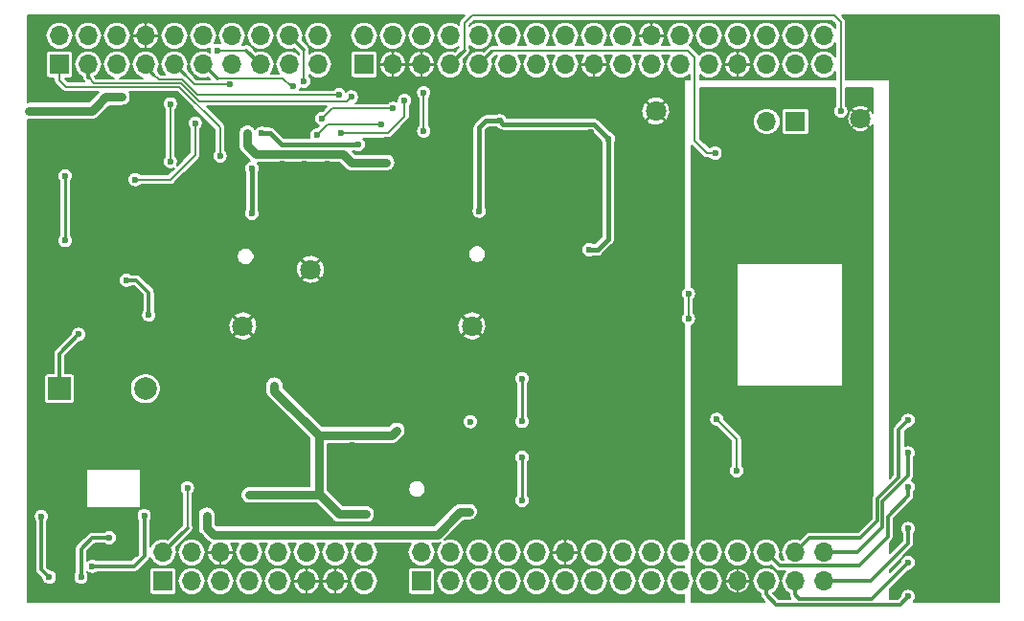
<source format=gbr>
G04 #@! TF.GenerationSoftware,KiCad,Pcbnew,5.1.4-e60b266~84~ubuntu18.04.1*
G04 #@! TF.CreationDate,2019-09-29T15:18:54+04:00*
G04 #@! TF.ProjectId,Julis,4a756c69-732e-46b6-9963-61645f706362,rev?*
G04 #@! TF.SameCoordinates,Original*
G04 #@! TF.FileFunction,Copper,L2,Bot*
G04 #@! TF.FilePolarity,Positive*
%FSLAX46Y46*%
G04 Gerber Fmt 4.6, Leading zero omitted, Abs format (unit mm)*
G04 Created by KiCad (PCBNEW 5.1.4-e60b266~84~ubuntu18.04.1) date 2019-09-29 15:18:54*
%MOMM*%
%LPD*%
G04 APERTURE LIST*
%ADD10C,1.800000*%
%ADD11O,1.700000X1.700000*%
%ADD12R,1.700000X1.700000*%
%ADD13C,2.000000*%
%ADD14R,2.000000X2.000000*%
%ADD15C,0.600000*%
%ADD16C,0.400000*%
%ADD17C,0.250000*%
%ADD18C,0.300000*%
%ADD19C,0.800000*%
%ADD20C,0.150000*%
%ADD21C,0.200000*%
G04 APERTURE END LIST*
D10*
X166250000Y-101250000D03*
X146000000Y-101250000D03*
X182500000Y-82250000D03*
X152000000Y-96250000D03*
X200600000Y-82900000D03*
D11*
X192310000Y-83165000D03*
D12*
X194850000Y-83165000D03*
D13*
X137400000Y-106800000D03*
D14*
X129800000Y-106800000D03*
D11*
X197358000Y-75565000D03*
X197358000Y-78105000D03*
X194818000Y-75565000D03*
X194818000Y-78105000D03*
X192278000Y-75565000D03*
X192278000Y-78105000D03*
X189738000Y-75565000D03*
X189738000Y-78105000D03*
X187198000Y-75565000D03*
X187198000Y-78105000D03*
X184658000Y-75565000D03*
X184658000Y-78105000D03*
X182118000Y-75565000D03*
X182118000Y-78105000D03*
X179578000Y-75565000D03*
X179578000Y-78105000D03*
X177038000Y-75565000D03*
X177038000Y-78105000D03*
X174498000Y-75565000D03*
X174498000Y-78105000D03*
X171958000Y-75565000D03*
X171958000Y-78105000D03*
X169418000Y-75565000D03*
X169418000Y-78105000D03*
X166878000Y-75565000D03*
X166878000Y-78105000D03*
X164338000Y-75565000D03*
X164338000Y-78105000D03*
X161798000Y-75565000D03*
X161798000Y-78105000D03*
X159258000Y-75565000D03*
X159258000Y-78105000D03*
X156718000Y-75565000D03*
D12*
X156718000Y-78105000D03*
X129794000Y-78105000D03*
D11*
X129794000Y-75565000D03*
X132334000Y-78105000D03*
X132334000Y-75565000D03*
X134874000Y-78105000D03*
X134874000Y-75565000D03*
X137414000Y-78105000D03*
X137414000Y-75565000D03*
X139954000Y-78105000D03*
X139954000Y-75565000D03*
X142494000Y-78105000D03*
X142494000Y-75565000D03*
X145034000Y-78105000D03*
X145034000Y-75565000D03*
X147574000Y-78105000D03*
X147574000Y-75565000D03*
X150114000Y-78105000D03*
X150114000Y-75565000D03*
X152654000Y-78105000D03*
X152654000Y-75565000D03*
D12*
X138938000Y-123825000D03*
D11*
X138938000Y-121285000D03*
X141478000Y-123825000D03*
X141478000Y-121285000D03*
X144018000Y-123825000D03*
X144018000Y-121285000D03*
X146558000Y-123825000D03*
X146558000Y-121285000D03*
X149098000Y-123825000D03*
X149098000Y-121285000D03*
X151638000Y-123825000D03*
X151638000Y-121285000D03*
X154178000Y-123825000D03*
X154178000Y-121285000D03*
X156718000Y-123825000D03*
X156718000Y-121285000D03*
D12*
X161798000Y-123825000D03*
D11*
X161798000Y-121285000D03*
X164338000Y-123825000D03*
X164338000Y-121285000D03*
X166878000Y-123825000D03*
X166878000Y-121285000D03*
X169418000Y-123825000D03*
X169418000Y-121285000D03*
X171958000Y-123825000D03*
X171958000Y-121285000D03*
X174498000Y-123825000D03*
X174498000Y-121285000D03*
X177038000Y-123825000D03*
X177038000Y-121285000D03*
X179578000Y-123825000D03*
X179578000Y-121285000D03*
X182118000Y-123825000D03*
X182118000Y-121285000D03*
X184658000Y-123825000D03*
X184658000Y-121285000D03*
X187198000Y-123825000D03*
X187198000Y-121285000D03*
X189738000Y-123825000D03*
X189738000Y-121285000D03*
X192278000Y-123825000D03*
X192278000Y-121285000D03*
X194818000Y-123825000D03*
X194818000Y-121285000D03*
X197358000Y-123825000D03*
X197358000Y-121285000D03*
D15*
X165800000Y-90000000D03*
X150100000Y-84200000D03*
X151500000Y-88900000D03*
X149500000Y-90900000D03*
X151500000Y-90900000D03*
X153500000Y-90900000D03*
X153500000Y-88900000D03*
X153500000Y-86900000D03*
X151500000Y-86900000D03*
X149500000Y-86900000D03*
X149500000Y-88900000D03*
X152700000Y-93600000D03*
X170500000Y-90900000D03*
X170500000Y-88900000D03*
X172500000Y-88900000D03*
X172500000Y-90900000D03*
X174500000Y-90900000D03*
X174500000Y-88900000D03*
X174500000Y-86900000D03*
X172500000Y-86900000D03*
X170500000Y-86900000D03*
X177900000Y-111200000D03*
X174700000Y-109700000D03*
X176200000Y-110500000D03*
X181700000Y-108900000D03*
X179500000Y-112200000D03*
X174700000Y-116700000D03*
X168000000Y-110700000D03*
X168100000Y-104900000D03*
X168000000Y-111900000D03*
X165500000Y-84100000D03*
X167600000Y-84100000D03*
X178300000Y-105700000D03*
X180000000Y-110200000D03*
X180800000Y-109800000D03*
X179100000Y-86800000D03*
X167100000Y-104100000D03*
X129600000Y-84900000D03*
X157100000Y-85900000D03*
X157000000Y-106200000D03*
X150885000Y-105615000D03*
X146500000Y-114200000D03*
X146700000Y-118400000D03*
X147900000Y-117100000D03*
X152600000Y-118700000D03*
X157800000Y-116800000D03*
X158900000Y-117900000D03*
X161400000Y-118400000D03*
X162700000Y-117400000D03*
X155700000Y-111800000D03*
X177950000Y-118065000D03*
X178750000Y-117265000D03*
X167050000Y-118565000D03*
X167950000Y-117665000D03*
X166150000Y-111865000D03*
X141250000Y-89865000D03*
X140350000Y-88465000D03*
X145850000Y-90365000D03*
X150700000Y-94900000D03*
X149600000Y-96400000D03*
X158200000Y-90600000D03*
X159300000Y-89500000D03*
X158300000Y-88400000D03*
X162500000Y-88400000D03*
X161700000Y-88400000D03*
X163300000Y-88400000D03*
X163750000Y-85750000D03*
X162500000Y-85750000D03*
X161250000Y-85750000D03*
X161250000Y-84750000D03*
X162500000Y-84750000D03*
X163750000Y-84750000D03*
X160000000Y-84750000D03*
X160000000Y-85750000D03*
X158750000Y-84750000D03*
X158750000Y-85750000D03*
X170000000Y-82100000D03*
X210000000Y-114600000D03*
X210000000Y-118400000D03*
X210100000Y-121300000D03*
X210000000Y-124400000D03*
X210000000Y-111600000D03*
X210000000Y-108600000D03*
X208750000Y-77750000D03*
X208750000Y-75250000D03*
X210750000Y-77750000D03*
X210750000Y-75250000D03*
X208750000Y-80250000D03*
X210750000Y-80250000D03*
X208750000Y-82750000D03*
X210750000Y-82750000D03*
X210750000Y-85250000D03*
X210750000Y-87750000D03*
X210750000Y-90250000D03*
X208250000Y-90250000D03*
X210750000Y-92750000D03*
X208250000Y-92750000D03*
X205750000Y-92750000D03*
X208250000Y-95250000D03*
X210750000Y-95250000D03*
X210750000Y-97750000D03*
X208250000Y-97750000D03*
X208250000Y-100250000D03*
X210750000Y-100250000D03*
X208250000Y-102750000D03*
X210750000Y-102750000D03*
X210750000Y-105250000D03*
X208250000Y-105250000D03*
X205750000Y-105250000D03*
X205750000Y-90250000D03*
X169250000Y-102365000D03*
X169250000Y-100365000D03*
X171250000Y-100365000D03*
X171250000Y-102365000D03*
X173250000Y-102365000D03*
X183250000Y-102365000D03*
X183250000Y-104365000D03*
X181250000Y-104365000D03*
X183250000Y-106365000D03*
X181250000Y-106365000D03*
X152250000Y-102365000D03*
X152250000Y-100365000D03*
X150250000Y-100365000D03*
X150250000Y-102365000D03*
X148250000Y-102365000D03*
X148250000Y-100365000D03*
X144250000Y-104365000D03*
X146250000Y-104365000D03*
X142250000Y-104365000D03*
X142250000Y-102365000D03*
X142250000Y-100365000D03*
X142250000Y-106365000D03*
X142250000Y-98365000D03*
X142250000Y-96365000D03*
X142250000Y-94365000D03*
X142250000Y-92365000D03*
X140250000Y-92365000D03*
X140250000Y-94365000D03*
X138250000Y-94365000D03*
X138250000Y-92365000D03*
X136250000Y-92365000D03*
X136250000Y-94365000D03*
X140250000Y-104365000D03*
X140250000Y-102365000D03*
X133250000Y-106365000D03*
X133250000Y-108365000D03*
X133250000Y-110365000D03*
X131250000Y-110365000D03*
X133250000Y-112365000D03*
X131250000Y-112365000D03*
X131250000Y-114365000D03*
X129250000Y-114365000D03*
X129250000Y-112365000D03*
X129250000Y-116365000D03*
X131250000Y-116365000D03*
X132750000Y-121465000D03*
X132250000Y-124365000D03*
X133750000Y-124365000D03*
X135250000Y-124365000D03*
X136750000Y-124365000D03*
X135250000Y-121365000D03*
X133750000Y-121365000D03*
X130750000Y-124365000D03*
X142150000Y-113765000D03*
X142950000Y-112765000D03*
X137250000Y-108865000D03*
X138750000Y-108865000D03*
X138750000Y-110365000D03*
X139250000Y-116865000D03*
X139250000Y-115615000D03*
X140500000Y-116865000D03*
X139250000Y-114365000D03*
X139250000Y-112115000D03*
X144250000Y-106365000D03*
X154250000Y-100365000D03*
X152250000Y-98365000D03*
X150250000Y-98365000D03*
X148250000Y-98365000D03*
X146250000Y-98365000D03*
X144250000Y-98365000D03*
X156250000Y-94365000D03*
X156250000Y-92365000D03*
X158250000Y-92365000D03*
X158250000Y-94365000D03*
X160250000Y-94365000D03*
X160250000Y-92365000D03*
X162250000Y-94365000D03*
X162250000Y-96365000D03*
X160250000Y-96365000D03*
X165250000Y-98365000D03*
X167250000Y-98365000D03*
X169250000Y-98365000D03*
X171250000Y-98365000D03*
X171250000Y-96365000D03*
X169450000Y-94865000D03*
X168450000Y-96365000D03*
X173250000Y-96365000D03*
X173250000Y-98365000D03*
X175250000Y-96365000D03*
X177250000Y-96365000D03*
X181250000Y-96365000D03*
X184250000Y-94365000D03*
X182250000Y-94365000D03*
X182250000Y-92365000D03*
X182250000Y-90365000D03*
X184250000Y-90365000D03*
X182250000Y-88365000D03*
X182250000Y-86365000D03*
X182250000Y-84365000D03*
X180250000Y-80365000D03*
X161250000Y-100365000D03*
X163250000Y-100365000D03*
X155150000Y-115165000D03*
X150250000Y-109865000D03*
X150250000Y-111365000D03*
X150250000Y-112865000D03*
X151750000Y-112865000D03*
X151750000Y-111365000D03*
X151750000Y-114365000D03*
X153750000Y-114365000D03*
X153750000Y-112865000D03*
X155250000Y-112865000D03*
X155250000Y-114365000D03*
X155250000Y-109865000D03*
X153750000Y-109865000D03*
X158250000Y-106365000D03*
X160250000Y-106365000D03*
X162250000Y-106365000D03*
X160250000Y-108365000D03*
X158250000Y-108365000D03*
X138350000Y-81365000D03*
X146150000Y-82665000D03*
X144950000Y-83865000D03*
X142750000Y-83865000D03*
X149350000Y-83265000D03*
X150750000Y-83265000D03*
X149350000Y-82265000D03*
X150750000Y-82265000D03*
X172850000Y-82165000D03*
X168650000Y-82065000D03*
X166850000Y-81565000D03*
X165550000Y-87265000D03*
X165550000Y-86065000D03*
X173750000Y-94465000D03*
X174650000Y-95465000D03*
X177450000Y-92365000D03*
X179850000Y-92065000D03*
X179050000Y-93265000D03*
X176750000Y-85115000D03*
X176750000Y-84115000D03*
X128750000Y-85615000D03*
X128750000Y-86865000D03*
X128750000Y-88115000D03*
X129750000Y-96365000D03*
X131000000Y-96365000D03*
X131000000Y-95115000D03*
X129750000Y-95115000D03*
X129250000Y-120765000D03*
X129250000Y-121665000D03*
X130150000Y-120765000D03*
X134350000Y-119065000D03*
X132050000Y-119065000D03*
X130450000Y-119065000D03*
X166600000Y-82800000D03*
X136600000Y-121400000D03*
X204750000Y-77750000D03*
X204750000Y-80250000D03*
X202000000Y-77750000D03*
X200750000Y-77750000D03*
X199500000Y-77750000D03*
X199500000Y-76500000D03*
X200750000Y-76500000D03*
X204750000Y-79000000D03*
X204750000Y-76500000D03*
X203250000Y-75250000D03*
X149000000Y-95115000D03*
X148000000Y-96615000D03*
X166900000Y-91100000D03*
X146800000Y-91300000D03*
X156200000Y-85200000D03*
X168700000Y-83100000D03*
X178300000Y-84700000D03*
X176600000Y-94500000D03*
X170693000Y-116691000D03*
X170693000Y-112881000D03*
X170692000Y-109706000D03*
X170692000Y-105908000D03*
X132700000Y-122500000D03*
X137287500Y-118012500D03*
X137700000Y-100300000D03*
X135700000Y-97200000D03*
X148800000Y-106500000D03*
X159600000Y-110500000D03*
X156900000Y-117900000D03*
X127100000Y-82200000D03*
X135300000Y-81000000D03*
X133100000Y-81800000D03*
X146400000Y-84200000D03*
X147700000Y-84200000D03*
X146800000Y-87300000D03*
X158700000Y-86800000D03*
X142812500Y-118012500D03*
X166000000Y-117700000D03*
X166115000Y-109715000D03*
X146600000Y-116200000D03*
X130300000Y-88000000D03*
X130300000Y-93700000D03*
X159300000Y-82000000D03*
X153000000Y-82900000D03*
X128900000Y-123500000D03*
X128200000Y-118100000D03*
X131500000Y-102000000D03*
X187900000Y-109515000D03*
X189650000Y-114065000D03*
X144000000Y-86200000D03*
X158200000Y-83400000D03*
X144885010Y-79900010D03*
X152550000Y-84365000D03*
X150471232Y-80043768D03*
X143750000Y-76865000D03*
X136495000Y-88295000D03*
X141795000Y-83305000D03*
X139600000Y-86700000D03*
X139600000Y-81600000D03*
X141100000Y-115600000D03*
X204815000Y-125185000D03*
X204800000Y-115500000D03*
X204800000Y-122200000D03*
X204800000Y-109600000D03*
X204815000Y-119185000D03*
X204815000Y-112485000D03*
X185400000Y-98400000D03*
X185400000Y-100600000D03*
X187750000Y-85965000D03*
X198850000Y-82250000D03*
X190250000Y-87365000D03*
X190250000Y-88865000D03*
X190250000Y-90365000D03*
X190250000Y-91865000D03*
X190250000Y-93365000D03*
X190250000Y-94865000D03*
X188750000Y-94865000D03*
X188750000Y-93365000D03*
X188750000Y-91865000D03*
X188750000Y-90365000D03*
X188750000Y-88865000D03*
X188750000Y-87365000D03*
X192750000Y-108365000D03*
X197850000Y-85865000D03*
X197950000Y-90465000D03*
X196950000Y-92965000D03*
X196950000Y-91865000D03*
X197850000Y-93965000D03*
X186650000Y-101365000D03*
X187550000Y-100465000D03*
X186050000Y-102665000D03*
X187850000Y-102665000D03*
X197950000Y-113065000D03*
X197050000Y-112165000D03*
X187850000Y-111965000D03*
X191750000Y-109365000D03*
X190750000Y-109365000D03*
X189750000Y-109365000D03*
X192500000Y-110365000D03*
X192500000Y-111365000D03*
X197000000Y-84750000D03*
X197000000Y-83500000D03*
X197000000Y-82250000D03*
X198000000Y-84750000D03*
X198000000Y-83500000D03*
X188750000Y-96365000D03*
X188750000Y-97865000D03*
X199500000Y-97865000D03*
X199500000Y-96365000D03*
X199500000Y-94865000D03*
X198000000Y-94865000D03*
X196500000Y-94865000D03*
X201000000Y-94865000D03*
X199500000Y-99365000D03*
X199500000Y-100865000D03*
X199500000Y-102365000D03*
X199500000Y-103865000D03*
X199500000Y-105365000D03*
X199500000Y-106865000D03*
X199500000Y-108365000D03*
X199500000Y-109865000D03*
X188750000Y-118865000D03*
X188750000Y-117615000D03*
X188750000Y-116365000D03*
X187500000Y-116365000D03*
X187500000Y-117615000D03*
X187500000Y-118865000D03*
X186250000Y-118865000D03*
X186250000Y-117615000D03*
X186250000Y-116365000D03*
X191000000Y-80865000D03*
X192250000Y-80865000D03*
X195250000Y-80865000D03*
X196500000Y-80865000D03*
X197750000Y-80865000D03*
X187450000Y-80865000D03*
X187150000Y-87665000D03*
X186350000Y-88465000D03*
X187050000Y-86565000D03*
X190250000Y-85765000D03*
X188750000Y-85765000D03*
X162000000Y-84000000D03*
X162000000Y-80600000D03*
X155600000Y-81000000D03*
X154500000Y-80800000D03*
X160300000Y-81300000D03*
X154650000Y-84200000D03*
X151400000Y-79600000D03*
X134200000Y-120000000D03*
X131700000Y-123500000D03*
D16*
X156200000Y-85200000D02*
X149400000Y-85200000D01*
X149400000Y-85200000D02*
X148400000Y-84200000D01*
X166900000Y-91100000D02*
X166900000Y-83700000D01*
X166900000Y-83700000D02*
X167500000Y-83100000D01*
X167500000Y-83100000D02*
X168700000Y-83100000D01*
X168700000Y-83100000D02*
X168999999Y-83399999D01*
X176999999Y-83399999D02*
X178300000Y-84700000D01*
X178300000Y-84700000D02*
X178300000Y-93600000D01*
X178300000Y-93600000D02*
X177400000Y-94500000D01*
X177400000Y-94500000D02*
X176600000Y-94500000D01*
D17*
X170693000Y-116691000D02*
X170693000Y-112881000D01*
X170692000Y-109706000D02*
X170692000Y-105908000D01*
D16*
X168999999Y-83399999D02*
X176999999Y-83399999D01*
D18*
X137287500Y-118012500D02*
X137287500Y-121612500D01*
X137287500Y-121612500D02*
X136400000Y-122500000D01*
X136400000Y-122500000D02*
X132700000Y-122500000D01*
X137700000Y-100300000D02*
X137700000Y-98300000D01*
X137700000Y-98300000D02*
X136600000Y-97200000D01*
X136600000Y-97200000D02*
X135700000Y-97200000D01*
D19*
X152700000Y-114200000D02*
X152700000Y-110900000D01*
X152700000Y-110900000D02*
X148800000Y-107000000D01*
X148800000Y-107000000D02*
X148800000Y-106500000D01*
X152700000Y-110900000D02*
X159200000Y-110900000D01*
X159200000Y-110900000D02*
X159600000Y-110500000D01*
X156900000Y-117900000D02*
X154500000Y-117900000D01*
X152700000Y-116100000D02*
X152700000Y-114200000D01*
X154500000Y-117900000D02*
X152700000Y-116100000D01*
X152600000Y-116200000D02*
X152700000Y-116100000D01*
X127100000Y-82200000D02*
X132700000Y-82200000D01*
X133900000Y-81000000D02*
X135300000Y-81000000D01*
X132700000Y-82200000D02*
X133100000Y-81800000D01*
X133100000Y-81800000D02*
X133900000Y-81000000D01*
D16*
X148400000Y-84200000D02*
X147700000Y-84200000D01*
X146800000Y-91300000D02*
X146800000Y-87300000D01*
D19*
X147149999Y-86049999D02*
X146400000Y-85300000D01*
X154849999Y-86049999D02*
X147149999Y-86049999D01*
X146400000Y-85300000D02*
X146400000Y-84200000D01*
X158700000Y-86800000D02*
X155600000Y-86800000D01*
X155600000Y-86800000D02*
X154849999Y-86049999D01*
X142812500Y-118012500D02*
X142812500Y-119112500D01*
X142812500Y-119112500D02*
X143400000Y-119700000D01*
X143400000Y-119700000D02*
X163200000Y-119700000D01*
X163200000Y-119700000D02*
X165200000Y-117700000D01*
X165200000Y-117700000D02*
X166000000Y-117700000D01*
X147200000Y-116200000D02*
X152600000Y-116200000D01*
X147200000Y-116200000D02*
X146600000Y-116200000D01*
D17*
X130300000Y-88000000D02*
X130300000Y-93200000D01*
X130300000Y-93200000D02*
X130300000Y-93700000D01*
D20*
X153900000Y-82000000D02*
X153000000Y-82900000D01*
X159300000Y-82000000D02*
X153900000Y-82000000D01*
D18*
X129800000Y-106800000D02*
X129800000Y-103700000D01*
X129800000Y-103700000D02*
X131500000Y-102000000D01*
D21*
X187900000Y-109515000D02*
X189650000Y-111265000D01*
X189650000Y-111265000D02*
X189650000Y-114065000D01*
D18*
X128200000Y-122800000D02*
X128200000Y-118100000D01*
X128900000Y-123500000D02*
X128200000Y-122800000D01*
D21*
X144000000Y-86200000D02*
X144000000Y-83700000D01*
X144000000Y-83700000D02*
X140400000Y-80100000D01*
X140400000Y-80100000D02*
X130400000Y-80100000D01*
X129794000Y-79494000D02*
X129794000Y-78105000D01*
X130400000Y-80100000D02*
X129794000Y-79494000D01*
D20*
X144885010Y-79900010D02*
X141749010Y-79900010D01*
X153515000Y-83400000D02*
X152550000Y-84365000D01*
X158200000Y-83400000D02*
X153515000Y-83400000D01*
X141749010Y-79900010D02*
X140849000Y-79000000D01*
D18*
X140849000Y-79000000D02*
X139954000Y-78105000D01*
D20*
X143754000Y-79365000D02*
X149550000Y-79365000D01*
X149550000Y-79365000D02*
X150250000Y-80065000D01*
X150250000Y-80065000D02*
X150450000Y-80065000D01*
X150450000Y-80065000D02*
X150471232Y-80043768D01*
D18*
X143754000Y-79365000D02*
X142494000Y-78105000D01*
D20*
X145034000Y-78334000D02*
X145034000Y-78105000D01*
D21*
X143750000Y-76865000D02*
X146334000Y-76865000D01*
D18*
X146334000Y-76865000D02*
X147574000Y-78105000D01*
D21*
X141795000Y-86095000D02*
X141795000Y-83305000D01*
X136495000Y-88295000D02*
X139595000Y-88295000D01*
X139595000Y-88295000D02*
X141795000Y-86095000D01*
X139600000Y-81600000D02*
X139600000Y-86700000D01*
X141100000Y-115600000D02*
X141100000Y-119123000D01*
D18*
X141100000Y-119123000D02*
X138938000Y-121285000D01*
X204100000Y-125900000D02*
X204815000Y-125185000D01*
X193150919Y-125900000D02*
X204100000Y-125900000D01*
X192278000Y-125027081D02*
X193150919Y-125900000D01*
X192278000Y-125027081D02*
X192278000Y-123825000D01*
X193428001Y-122435001D02*
X200464999Y-122435001D01*
X200464999Y-122435001D02*
X203000000Y-119900000D01*
X203000000Y-119900000D02*
X203000000Y-118100000D01*
X203000000Y-118100000D02*
X204800000Y-116300000D01*
X204800000Y-116300000D02*
X204800000Y-115500000D01*
X193428001Y-122435001D02*
X192278000Y-121285000D01*
X201600000Y-125400000D02*
X204800000Y-122200000D01*
X195190919Y-125400000D02*
X201600000Y-125400000D01*
X194818000Y-125027081D02*
X195190919Y-125400000D01*
X194818000Y-125027081D02*
X194818000Y-123825000D01*
X200600000Y-120000000D02*
X202099980Y-118500020D01*
X196103000Y-120000000D02*
X200600000Y-120000000D01*
X202099980Y-118500020D02*
X202099981Y-116563609D01*
X202099981Y-116563609D02*
X204000000Y-114663590D01*
X204000000Y-114663590D02*
X204000000Y-110400000D01*
X204000000Y-110400000D02*
X204800000Y-109600000D01*
X196103000Y-120000000D02*
X194818000Y-121285000D01*
X204815000Y-120485000D02*
X204815000Y-119185000D01*
X201475000Y-123825000D02*
X204815000Y-120485000D01*
X201475000Y-123825000D02*
X197358000Y-123825000D01*
X204815000Y-114485000D02*
X204815000Y-112485000D01*
X202549990Y-119050010D02*
X202549990Y-116750010D01*
X202549990Y-116750010D02*
X204815000Y-114485000D01*
X200315000Y-121285000D02*
X202549990Y-119050010D01*
X200315000Y-121285000D02*
X197358000Y-121285000D01*
D20*
X185400000Y-98400000D02*
X185400000Y-98824264D01*
X185400000Y-98824264D02*
X185400000Y-100600000D01*
D18*
X167978001Y-77004999D02*
X166878000Y-78105000D01*
D21*
X187325736Y-85965000D02*
X187750000Y-85965000D01*
X167978001Y-77004999D02*
X168118000Y-76865000D01*
X187050000Y-85965000D02*
X187325736Y-85965000D01*
X185350000Y-76865000D02*
X185950000Y-77465000D01*
X168118000Y-76865000D02*
X185350000Y-76865000D01*
X185950000Y-77465000D02*
X185950000Y-84865000D01*
X185950000Y-84865000D02*
X187050000Y-85965000D01*
X198250000Y-73765000D02*
X198850000Y-74365000D01*
X166250000Y-73765000D02*
X198250000Y-73765000D01*
X165578000Y-74437000D02*
X166250000Y-73765000D01*
X198850000Y-81825736D02*
X198850000Y-82250000D01*
X165578000Y-76865000D02*
X165578000Y-74437000D01*
X198850000Y-74365000D02*
X198850000Y-81825736D01*
D18*
X165578000Y-76865000D02*
X164338000Y-78105000D01*
D20*
X162000000Y-84000000D02*
X162000000Y-80600000D01*
X140524632Y-79765000D02*
X133994000Y-79765000D01*
X155600000Y-81000000D02*
X155200000Y-81400000D01*
X142159632Y-81400000D02*
X140524632Y-79765000D01*
X155200000Y-81400000D02*
X142159632Y-81400000D01*
X133994000Y-79765000D02*
X132865000Y-79765000D01*
X132865000Y-79765000D02*
X132400000Y-79300000D01*
D18*
X132334000Y-79234000D02*
X132334000Y-78105000D01*
X132400000Y-79300000D02*
X132334000Y-79234000D01*
D20*
X141983910Y-80800000D02*
X140648910Y-79465000D01*
X140648910Y-79465000D02*
X138774000Y-79465000D01*
X152600000Y-80800000D02*
X141983910Y-80800000D01*
X152600000Y-80800000D02*
X154500000Y-80800000D01*
X138774000Y-79465000D02*
X138565000Y-79465000D01*
X138565000Y-79465000D02*
X138100000Y-79000000D01*
D18*
X137414000Y-78314000D02*
X137414000Y-78105000D01*
X138100000Y-79000000D02*
X137414000Y-78314000D01*
D20*
X160300000Y-82700000D02*
X158800000Y-84200000D01*
X155074264Y-84200000D02*
X154650000Y-84200000D01*
X158800000Y-84200000D02*
X155074264Y-84200000D01*
X160300000Y-81300000D02*
X160300000Y-82700000D01*
X151400000Y-76851000D02*
X151400000Y-79600000D01*
D18*
X151400000Y-76851000D02*
X150114000Y-75565000D01*
X134200000Y-120000000D02*
X132700000Y-120000000D01*
X132700000Y-120000000D02*
X131700000Y-121000000D01*
X131700000Y-121000000D02*
X131700000Y-123500000D01*
D20*
G36*
X165587504Y-73755745D02*
G01*
X165258629Y-74084621D01*
X165240500Y-74099499D01*
X165181142Y-74171827D01*
X165148377Y-74233127D01*
X165137035Y-74254346D01*
X165109873Y-74343884D01*
X165100702Y-74437000D01*
X165103001Y-74460342D01*
X165103001Y-74608107D01*
X165021866Y-74541522D01*
X164809055Y-74427772D01*
X164578142Y-74357725D01*
X164398178Y-74340000D01*
X164277822Y-74340000D01*
X164097858Y-74357725D01*
X163866945Y-74427772D01*
X163654134Y-74541522D01*
X163467603Y-74694603D01*
X163314522Y-74881134D01*
X163200772Y-75093945D01*
X163130725Y-75324858D01*
X163107073Y-75565000D01*
X163130725Y-75805142D01*
X163200772Y-76036055D01*
X163314522Y-76248866D01*
X163467603Y-76435397D01*
X163654134Y-76588478D01*
X163866945Y-76702228D01*
X164097858Y-76772275D01*
X164277822Y-76790000D01*
X164398178Y-76790000D01*
X164578142Y-76772275D01*
X164809055Y-76702228D01*
X165021866Y-76588478D01*
X165103000Y-76521893D01*
X165103000Y-76597537D01*
X164750522Y-76950016D01*
X164578142Y-76897725D01*
X164398178Y-76880000D01*
X164277822Y-76880000D01*
X164097858Y-76897725D01*
X163866945Y-76967772D01*
X163654134Y-77081522D01*
X163467603Y-77234603D01*
X163314522Y-77421134D01*
X163200772Y-77633945D01*
X163130725Y-77864858D01*
X163107073Y-78105000D01*
X163130725Y-78345142D01*
X163200772Y-78576055D01*
X163314522Y-78788866D01*
X163467603Y-78975397D01*
X163654134Y-79128478D01*
X163866945Y-79242228D01*
X164097858Y-79312275D01*
X164277822Y-79330000D01*
X164398178Y-79330000D01*
X164578142Y-79312275D01*
X164809055Y-79242228D01*
X165021866Y-79128478D01*
X165208397Y-78975397D01*
X165361478Y-78788866D01*
X165475228Y-78576055D01*
X165545275Y-78345142D01*
X165568927Y-78105000D01*
X165545275Y-77864858D01*
X165492984Y-77692478D01*
X165967466Y-77217997D01*
X166016633Y-77158086D01*
X166065383Y-77066881D01*
X166095403Y-76967918D01*
X166105539Y-76865000D01*
X166095403Y-76762083D01*
X166065383Y-76663120D01*
X166053000Y-76639953D01*
X166053000Y-76472653D01*
X166194134Y-76588478D01*
X166406945Y-76702228D01*
X166637858Y-76772275D01*
X166817822Y-76790000D01*
X166938178Y-76790000D01*
X167118142Y-76772275D01*
X167349055Y-76702228D01*
X167561866Y-76588478D01*
X167748397Y-76435397D01*
X167901478Y-76248866D01*
X168015228Y-76036055D01*
X168085275Y-75805142D01*
X168108927Y-75565000D01*
X168085275Y-75324858D01*
X168015228Y-75093945D01*
X167901478Y-74881134D01*
X167748397Y-74694603D01*
X167561866Y-74541522D01*
X167349055Y-74427772D01*
X167118142Y-74357725D01*
X166938178Y-74340000D01*
X166817822Y-74340000D01*
X166637858Y-74357725D01*
X166406945Y-74427772D01*
X166194134Y-74541522D01*
X166053000Y-74657347D01*
X166053000Y-74633750D01*
X166446752Y-74240000D01*
X198053250Y-74240000D01*
X198375000Y-74561751D01*
X198375000Y-74873241D01*
X198228397Y-74694603D01*
X198041866Y-74541522D01*
X197829055Y-74427772D01*
X197598142Y-74357725D01*
X197418178Y-74340000D01*
X197297822Y-74340000D01*
X197117858Y-74357725D01*
X196886945Y-74427772D01*
X196674134Y-74541522D01*
X196487603Y-74694603D01*
X196334522Y-74881134D01*
X196220772Y-75093945D01*
X196150725Y-75324858D01*
X196127073Y-75565000D01*
X196150725Y-75805142D01*
X196220772Y-76036055D01*
X196334522Y-76248866D01*
X196487603Y-76435397D01*
X196674134Y-76588478D01*
X196886945Y-76702228D01*
X197117858Y-76772275D01*
X197297822Y-76790000D01*
X197418178Y-76790000D01*
X197598142Y-76772275D01*
X197829055Y-76702228D01*
X198041866Y-76588478D01*
X198228397Y-76435397D01*
X198375000Y-76256759D01*
X198375000Y-77413241D01*
X198228397Y-77234603D01*
X198041866Y-77081522D01*
X197829055Y-76967772D01*
X197598142Y-76897725D01*
X197418178Y-76880000D01*
X197297822Y-76880000D01*
X197117858Y-76897725D01*
X196886945Y-76967772D01*
X196674134Y-77081522D01*
X196487603Y-77234603D01*
X196334522Y-77421134D01*
X196220772Y-77633945D01*
X196150725Y-77864858D01*
X196127073Y-78105000D01*
X196150725Y-78345142D01*
X196220772Y-78576055D01*
X196334522Y-78788866D01*
X196487603Y-78975397D01*
X196674134Y-79128478D01*
X196886945Y-79242228D01*
X197117858Y-79312275D01*
X197297822Y-79330000D01*
X197418178Y-79330000D01*
X197598142Y-79312275D01*
X197829055Y-79242228D01*
X198041866Y-79128478D01*
X198228397Y-78975397D01*
X198375001Y-78796759D01*
X198375001Y-79425000D01*
X186425000Y-79425000D01*
X186425000Y-79055328D01*
X186514134Y-79128478D01*
X186726945Y-79242228D01*
X186957858Y-79312275D01*
X187137822Y-79330000D01*
X187258178Y-79330000D01*
X187438142Y-79312275D01*
X187669055Y-79242228D01*
X187881866Y-79128478D01*
X188068397Y-78975397D01*
X188221478Y-78788866D01*
X188335228Y-78576055D01*
X188405275Y-78345142D01*
X188407624Y-78321285D01*
X188532244Y-78321285D01*
X188597607Y-78552360D01*
X188706795Y-78766244D01*
X188855612Y-78954716D01*
X189038338Y-79110534D01*
X189247952Y-79227710D01*
X189476398Y-79301741D01*
X189521715Y-79310755D01*
X189713000Y-79235974D01*
X189713000Y-78130000D01*
X189763000Y-78130000D01*
X189763000Y-79235974D01*
X189954285Y-79310755D01*
X189999602Y-79301741D01*
X190228048Y-79227710D01*
X190437662Y-79110534D01*
X190620388Y-78954716D01*
X190769205Y-78766244D01*
X190878393Y-78552360D01*
X190943756Y-78321285D01*
X190868996Y-78130000D01*
X189763000Y-78130000D01*
X189713000Y-78130000D01*
X188607004Y-78130000D01*
X188532244Y-78321285D01*
X188407624Y-78321285D01*
X188428927Y-78105000D01*
X191047073Y-78105000D01*
X191070725Y-78345142D01*
X191140772Y-78576055D01*
X191254522Y-78788866D01*
X191407603Y-78975397D01*
X191594134Y-79128478D01*
X191806945Y-79242228D01*
X192037858Y-79312275D01*
X192217822Y-79330000D01*
X192338178Y-79330000D01*
X192518142Y-79312275D01*
X192749055Y-79242228D01*
X192961866Y-79128478D01*
X193148397Y-78975397D01*
X193301478Y-78788866D01*
X193415228Y-78576055D01*
X193485275Y-78345142D01*
X193508927Y-78105000D01*
X193587073Y-78105000D01*
X193610725Y-78345142D01*
X193680772Y-78576055D01*
X193794522Y-78788866D01*
X193947603Y-78975397D01*
X194134134Y-79128478D01*
X194346945Y-79242228D01*
X194577858Y-79312275D01*
X194757822Y-79330000D01*
X194878178Y-79330000D01*
X195058142Y-79312275D01*
X195289055Y-79242228D01*
X195501866Y-79128478D01*
X195688397Y-78975397D01*
X195841478Y-78788866D01*
X195955228Y-78576055D01*
X196025275Y-78345142D01*
X196048927Y-78105000D01*
X196025275Y-77864858D01*
X195955228Y-77633945D01*
X195841478Y-77421134D01*
X195688397Y-77234603D01*
X195501866Y-77081522D01*
X195289055Y-76967772D01*
X195058142Y-76897725D01*
X194878178Y-76880000D01*
X194757822Y-76880000D01*
X194577858Y-76897725D01*
X194346945Y-76967772D01*
X194134134Y-77081522D01*
X193947603Y-77234603D01*
X193794522Y-77421134D01*
X193680772Y-77633945D01*
X193610725Y-77864858D01*
X193587073Y-78105000D01*
X193508927Y-78105000D01*
X193485275Y-77864858D01*
X193415228Y-77633945D01*
X193301478Y-77421134D01*
X193148397Y-77234603D01*
X192961866Y-77081522D01*
X192749055Y-76967772D01*
X192518142Y-76897725D01*
X192338178Y-76880000D01*
X192217822Y-76880000D01*
X192037858Y-76897725D01*
X191806945Y-76967772D01*
X191594134Y-77081522D01*
X191407603Y-77234603D01*
X191254522Y-77421134D01*
X191140772Y-77633945D01*
X191070725Y-77864858D01*
X191047073Y-78105000D01*
X188428927Y-78105000D01*
X188407625Y-77888715D01*
X188532244Y-77888715D01*
X188607004Y-78080000D01*
X189713000Y-78080000D01*
X189713000Y-76974026D01*
X189763000Y-76974026D01*
X189763000Y-78080000D01*
X190868996Y-78080000D01*
X190943756Y-77888715D01*
X190878393Y-77657640D01*
X190769205Y-77443756D01*
X190620388Y-77255284D01*
X190437662Y-77099466D01*
X190228048Y-76982290D01*
X189999602Y-76908259D01*
X189954285Y-76899245D01*
X189763000Y-76974026D01*
X189713000Y-76974026D01*
X189521715Y-76899245D01*
X189476398Y-76908259D01*
X189247952Y-76982290D01*
X189038338Y-77099466D01*
X188855612Y-77255284D01*
X188706795Y-77443756D01*
X188597607Y-77657640D01*
X188532244Y-77888715D01*
X188407625Y-77888715D01*
X188405275Y-77864858D01*
X188335228Y-77633945D01*
X188221478Y-77421134D01*
X188068397Y-77234603D01*
X187881866Y-77081522D01*
X187669055Y-76967772D01*
X187438142Y-76897725D01*
X187258178Y-76880000D01*
X187137822Y-76880000D01*
X186957858Y-76897725D01*
X186726945Y-76967772D01*
X186514134Y-77081522D01*
X186353908Y-77213015D01*
X186346859Y-77199827D01*
X186287501Y-77127499D01*
X186269371Y-77112620D01*
X185702384Y-76545634D01*
X185687501Y-76527499D01*
X185615173Y-76468141D01*
X185536177Y-76425917D01*
X185681478Y-76248866D01*
X185795228Y-76036055D01*
X185865275Y-75805142D01*
X185888927Y-75565000D01*
X185967073Y-75565000D01*
X185990725Y-75805142D01*
X186060772Y-76036055D01*
X186174522Y-76248866D01*
X186327603Y-76435397D01*
X186514134Y-76588478D01*
X186726945Y-76702228D01*
X186957858Y-76772275D01*
X187137822Y-76790000D01*
X187258178Y-76790000D01*
X187438142Y-76772275D01*
X187669055Y-76702228D01*
X187881866Y-76588478D01*
X188068397Y-76435397D01*
X188221478Y-76248866D01*
X188335228Y-76036055D01*
X188405275Y-75805142D01*
X188428927Y-75565000D01*
X188507073Y-75565000D01*
X188530725Y-75805142D01*
X188600772Y-76036055D01*
X188714522Y-76248866D01*
X188867603Y-76435397D01*
X189054134Y-76588478D01*
X189266945Y-76702228D01*
X189497858Y-76772275D01*
X189677822Y-76790000D01*
X189798178Y-76790000D01*
X189978142Y-76772275D01*
X190209055Y-76702228D01*
X190421866Y-76588478D01*
X190608397Y-76435397D01*
X190761478Y-76248866D01*
X190875228Y-76036055D01*
X190945275Y-75805142D01*
X190968927Y-75565000D01*
X191047073Y-75565000D01*
X191070725Y-75805142D01*
X191140772Y-76036055D01*
X191254522Y-76248866D01*
X191407603Y-76435397D01*
X191594134Y-76588478D01*
X191806945Y-76702228D01*
X192037858Y-76772275D01*
X192217822Y-76790000D01*
X192338178Y-76790000D01*
X192518142Y-76772275D01*
X192749055Y-76702228D01*
X192961866Y-76588478D01*
X193148397Y-76435397D01*
X193301478Y-76248866D01*
X193415228Y-76036055D01*
X193485275Y-75805142D01*
X193508927Y-75565000D01*
X193587073Y-75565000D01*
X193610725Y-75805142D01*
X193680772Y-76036055D01*
X193794522Y-76248866D01*
X193947603Y-76435397D01*
X194134134Y-76588478D01*
X194346945Y-76702228D01*
X194577858Y-76772275D01*
X194757822Y-76790000D01*
X194878178Y-76790000D01*
X195058142Y-76772275D01*
X195289055Y-76702228D01*
X195501866Y-76588478D01*
X195688397Y-76435397D01*
X195841478Y-76248866D01*
X195955228Y-76036055D01*
X196025275Y-75805142D01*
X196048927Y-75565000D01*
X196025275Y-75324858D01*
X195955228Y-75093945D01*
X195841478Y-74881134D01*
X195688397Y-74694603D01*
X195501866Y-74541522D01*
X195289055Y-74427772D01*
X195058142Y-74357725D01*
X194878178Y-74340000D01*
X194757822Y-74340000D01*
X194577858Y-74357725D01*
X194346945Y-74427772D01*
X194134134Y-74541522D01*
X193947603Y-74694603D01*
X193794522Y-74881134D01*
X193680772Y-75093945D01*
X193610725Y-75324858D01*
X193587073Y-75565000D01*
X193508927Y-75565000D01*
X193485275Y-75324858D01*
X193415228Y-75093945D01*
X193301478Y-74881134D01*
X193148397Y-74694603D01*
X192961866Y-74541522D01*
X192749055Y-74427772D01*
X192518142Y-74357725D01*
X192338178Y-74340000D01*
X192217822Y-74340000D01*
X192037858Y-74357725D01*
X191806945Y-74427772D01*
X191594134Y-74541522D01*
X191407603Y-74694603D01*
X191254522Y-74881134D01*
X191140772Y-75093945D01*
X191070725Y-75324858D01*
X191047073Y-75565000D01*
X190968927Y-75565000D01*
X190945275Y-75324858D01*
X190875228Y-75093945D01*
X190761478Y-74881134D01*
X190608397Y-74694603D01*
X190421866Y-74541522D01*
X190209055Y-74427772D01*
X189978142Y-74357725D01*
X189798178Y-74340000D01*
X189677822Y-74340000D01*
X189497858Y-74357725D01*
X189266945Y-74427772D01*
X189054134Y-74541522D01*
X188867603Y-74694603D01*
X188714522Y-74881134D01*
X188600772Y-75093945D01*
X188530725Y-75324858D01*
X188507073Y-75565000D01*
X188428927Y-75565000D01*
X188405275Y-75324858D01*
X188335228Y-75093945D01*
X188221478Y-74881134D01*
X188068397Y-74694603D01*
X187881866Y-74541522D01*
X187669055Y-74427772D01*
X187438142Y-74357725D01*
X187258178Y-74340000D01*
X187137822Y-74340000D01*
X186957858Y-74357725D01*
X186726945Y-74427772D01*
X186514134Y-74541522D01*
X186327603Y-74694603D01*
X186174522Y-74881134D01*
X186060772Y-75093945D01*
X185990725Y-75324858D01*
X185967073Y-75565000D01*
X185888927Y-75565000D01*
X185865275Y-75324858D01*
X185795228Y-75093945D01*
X185681478Y-74881134D01*
X185528397Y-74694603D01*
X185341866Y-74541522D01*
X185129055Y-74427772D01*
X184898142Y-74357725D01*
X184718178Y-74340000D01*
X184597822Y-74340000D01*
X184417858Y-74357725D01*
X184186945Y-74427772D01*
X183974134Y-74541522D01*
X183787603Y-74694603D01*
X183634522Y-74881134D01*
X183520772Y-75093945D01*
X183450725Y-75324858D01*
X183427073Y-75565000D01*
X183450725Y-75805142D01*
X183520772Y-76036055D01*
X183634522Y-76248866D01*
X183750347Y-76390000D01*
X183019904Y-76390000D01*
X183149205Y-76226244D01*
X183258393Y-76012360D01*
X183323756Y-75781285D01*
X183248996Y-75590000D01*
X182143000Y-75590000D01*
X182143000Y-75610000D01*
X182093000Y-75610000D01*
X182093000Y-75590000D01*
X180987004Y-75590000D01*
X180912244Y-75781285D01*
X180977607Y-76012360D01*
X181086795Y-76226244D01*
X181216096Y-76390000D01*
X180485653Y-76390000D01*
X180601478Y-76248866D01*
X180715228Y-76036055D01*
X180785275Y-75805142D01*
X180808927Y-75565000D01*
X180787625Y-75348715D01*
X180912244Y-75348715D01*
X180987004Y-75540000D01*
X182093000Y-75540000D01*
X182093000Y-74434026D01*
X182143000Y-74434026D01*
X182143000Y-75540000D01*
X183248996Y-75540000D01*
X183323756Y-75348715D01*
X183258393Y-75117640D01*
X183149205Y-74903756D01*
X183000388Y-74715284D01*
X182817662Y-74559466D01*
X182608048Y-74442290D01*
X182379602Y-74368259D01*
X182334285Y-74359245D01*
X182143000Y-74434026D01*
X182093000Y-74434026D01*
X181901715Y-74359245D01*
X181856398Y-74368259D01*
X181627952Y-74442290D01*
X181418338Y-74559466D01*
X181235612Y-74715284D01*
X181086795Y-74903756D01*
X180977607Y-75117640D01*
X180912244Y-75348715D01*
X180787625Y-75348715D01*
X180785275Y-75324858D01*
X180715228Y-75093945D01*
X180601478Y-74881134D01*
X180448397Y-74694603D01*
X180261866Y-74541522D01*
X180049055Y-74427772D01*
X179818142Y-74357725D01*
X179638178Y-74340000D01*
X179517822Y-74340000D01*
X179337858Y-74357725D01*
X179106945Y-74427772D01*
X178894134Y-74541522D01*
X178707603Y-74694603D01*
X178554522Y-74881134D01*
X178440772Y-75093945D01*
X178370725Y-75324858D01*
X178347073Y-75565000D01*
X178370725Y-75805142D01*
X178440772Y-76036055D01*
X178554522Y-76248866D01*
X178670347Y-76390000D01*
X177945653Y-76390000D01*
X178061478Y-76248866D01*
X178175228Y-76036055D01*
X178245275Y-75805142D01*
X178268927Y-75565000D01*
X178245275Y-75324858D01*
X178175228Y-75093945D01*
X178061478Y-74881134D01*
X177908397Y-74694603D01*
X177721866Y-74541522D01*
X177509055Y-74427772D01*
X177278142Y-74357725D01*
X177098178Y-74340000D01*
X176977822Y-74340000D01*
X176797858Y-74357725D01*
X176566945Y-74427772D01*
X176354134Y-74541522D01*
X176167603Y-74694603D01*
X176014522Y-74881134D01*
X175900772Y-75093945D01*
X175830725Y-75324858D01*
X175807073Y-75565000D01*
X175830725Y-75805142D01*
X175900772Y-76036055D01*
X176014522Y-76248866D01*
X176130347Y-76390000D01*
X175405653Y-76390000D01*
X175521478Y-76248866D01*
X175635228Y-76036055D01*
X175705275Y-75805142D01*
X175728927Y-75565000D01*
X175705275Y-75324858D01*
X175635228Y-75093945D01*
X175521478Y-74881134D01*
X175368397Y-74694603D01*
X175181866Y-74541522D01*
X174969055Y-74427772D01*
X174738142Y-74357725D01*
X174558178Y-74340000D01*
X174437822Y-74340000D01*
X174257858Y-74357725D01*
X174026945Y-74427772D01*
X173814134Y-74541522D01*
X173627603Y-74694603D01*
X173474522Y-74881134D01*
X173360772Y-75093945D01*
X173290725Y-75324858D01*
X173267073Y-75565000D01*
X173290725Y-75805142D01*
X173360772Y-76036055D01*
X173474522Y-76248866D01*
X173590347Y-76390000D01*
X172865653Y-76390000D01*
X172981478Y-76248866D01*
X173095228Y-76036055D01*
X173165275Y-75805142D01*
X173188927Y-75565000D01*
X173165275Y-75324858D01*
X173095228Y-75093945D01*
X172981478Y-74881134D01*
X172828397Y-74694603D01*
X172641866Y-74541522D01*
X172429055Y-74427772D01*
X172198142Y-74357725D01*
X172018178Y-74340000D01*
X171897822Y-74340000D01*
X171717858Y-74357725D01*
X171486945Y-74427772D01*
X171274134Y-74541522D01*
X171087603Y-74694603D01*
X170934522Y-74881134D01*
X170820772Y-75093945D01*
X170750725Y-75324858D01*
X170727073Y-75565000D01*
X170750725Y-75805142D01*
X170820772Y-76036055D01*
X170934522Y-76248866D01*
X171050347Y-76390000D01*
X170325653Y-76390000D01*
X170441478Y-76248866D01*
X170555228Y-76036055D01*
X170625275Y-75805142D01*
X170648927Y-75565000D01*
X170625275Y-75324858D01*
X170555228Y-75093945D01*
X170441478Y-74881134D01*
X170288397Y-74694603D01*
X170101866Y-74541522D01*
X169889055Y-74427772D01*
X169658142Y-74357725D01*
X169478178Y-74340000D01*
X169357822Y-74340000D01*
X169177858Y-74357725D01*
X168946945Y-74427772D01*
X168734134Y-74541522D01*
X168547603Y-74694603D01*
X168394522Y-74881134D01*
X168280772Y-75093945D01*
X168210725Y-75324858D01*
X168187073Y-75565000D01*
X168210725Y-75805142D01*
X168280772Y-76036055D01*
X168394522Y-76248866D01*
X168510347Y-76390000D01*
X168141329Y-76390000D01*
X168117999Y-76387702D01*
X168094669Y-76390000D01*
X168094668Y-76390000D01*
X168024884Y-76396873D01*
X167935346Y-76424034D01*
X167852827Y-76468141D01*
X167802170Y-76509714D01*
X167776120Y-76517616D01*
X167684915Y-76566367D01*
X167625004Y-76615534D01*
X167290522Y-76950016D01*
X167118142Y-76897725D01*
X166938178Y-76880000D01*
X166817822Y-76880000D01*
X166637858Y-76897725D01*
X166406945Y-76967772D01*
X166194134Y-77081522D01*
X166007603Y-77234603D01*
X165854522Y-77421134D01*
X165740772Y-77633945D01*
X165670725Y-77864858D01*
X165647073Y-78105000D01*
X165670725Y-78345142D01*
X165740772Y-78576055D01*
X165854522Y-78788866D01*
X166007603Y-78975397D01*
X166194134Y-79128478D01*
X166406945Y-79242228D01*
X166637858Y-79312275D01*
X166817822Y-79330000D01*
X166938178Y-79330000D01*
X167118142Y-79312275D01*
X167349055Y-79242228D01*
X167561866Y-79128478D01*
X167748397Y-78975397D01*
X167901478Y-78788866D01*
X168015228Y-78576055D01*
X168085275Y-78345142D01*
X168108927Y-78105000D01*
X168085275Y-77864858D01*
X168032984Y-77692478D01*
X168367466Y-77357996D01*
X168382235Y-77340000D01*
X168461107Y-77340000D01*
X168394522Y-77421134D01*
X168280772Y-77633945D01*
X168210725Y-77864858D01*
X168187073Y-78105000D01*
X168210725Y-78345142D01*
X168280772Y-78576055D01*
X168394522Y-78788866D01*
X168547603Y-78975397D01*
X168734134Y-79128478D01*
X168946945Y-79242228D01*
X169177858Y-79312275D01*
X169357822Y-79330000D01*
X169478178Y-79330000D01*
X169658142Y-79312275D01*
X169889055Y-79242228D01*
X170101866Y-79128478D01*
X170288397Y-78975397D01*
X170441478Y-78788866D01*
X170555228Y-78576055D01*
X170625275Y-78345142D01*
X170648927Y-78105000D01*
X170625275Y-77864858D01*
X170555228Y-77633945D01*
X170441478Y-77421134D01*
X170374893Y-77340000D01*
X171001107Y-77340000D01*
X170934522Y-77421134D01*
X170820772Y-77633945D01*
X170750725Y-77864858D01*
X170727073Y-78105000D01*
X170750725Y-78345142D01*
X170820772Y-78576055D01*
X170934522Y-78788866D01*
X171087603Y-78975397D01*
X171274134Y-79128478D01*
X171486945Y-79242228D01*
X171717858Y-79312275D01*
X171897822Y-79330000D01*
X172018178Y-79330000D01*
X172198142Y-79312275D01*
X172429055Y-79242228D01*
X172641866Y-79128478D01*
X172828397Y-78975397D01*
X172981478Y-78788866D01*
X173095228Y-78576055D01*
X173165275Y-78345142D01*
X173188927Y-78105000D01*
X173165275Y-77864858D01*
X173095228Y-77633945D01*
X172981478Y-77421134D01*
X172914893Y-77340000D01*
X173541107Y-77340000D01*
X173474522Y-77421134D01*
X173360772Y-77633945D01*
X173290725Y-77864858D01*
X173267073Y-78105000D01*
X173290725Y-78345142D01*
X173360772Y-78576055D01*
X173474522Y-78788866D01*
X173627603Y-78975397D01*
X173814134Y-79128478D01*
X174026945Y-79242228D01*
X174257858Y-79312275D01*
X174437822Y-79330000D01*
X174558178Y-79330000D01*
X174738142Y-79312275D01*
X174969055Y-79242228D01*
X175181866Y-79128478D01*
X175368397Y-78975397D01*
X175521478Y-78788866D01*
X175635228Y-78576055D01*
X175705275Y-78345142D01*
X175707624Y-78321285D01*
X175832244Y-78321285D01*
X175897607Y-78552360D01*
X176006795Y-78766244D01*
X176155612Y-78954716D01*
X176338338Y-79110534D01*
X176547952Y-79227710D01*
X176776398Y-79301741D01*
X176821715Y-79310755D01*
X177013000Y-79235974D01*
X177013000Y-78130000D01*
X177063000Y-78130000D01*
X177063000Y-79235974D01*
X177254285Y-79310755D01*
X177299602Y-79301741D01*
X177528048Y-79227710D01*
X177737662Y-79110534D01*
X177920388Y-78954716D01*
X178069205Y-78766244D01*
X178178393Y-78552360D01*
X178243756Y-78321285D01*
X178168996Y-78130000D01*
X177063000Y-78130000D01*
X177013000Y-78130000D01*
X175907004Y-78130000D01*
X175832244Y-78321285D01*
X175707624Y-78321285D01*
X175728927Y-78105000D01*
X175705275Y-77864858D01*
X175635228Y-77633945D01*
X175521478Y-77421134D01*
X175454893Y-77340000D01*
X176088720Y-77340000D01*
X176006795Y-77443756D01*
X175897607Y-77657640D01*
X175832244Y-77888715D01*
X175907004Y-78080000D01*
X177013000Y-78080000D01*
X177013000Y-78060000D01*
X177063000Y-78060000D01*
X177063000Y-78080000D01*
X178168996Y-78080000D01*
X178243756Y-77888715D01*
X178178393Y-77657640D01*
X178069205Y-77443756D01*
X177987280Y-77340000D01*
X178621107Y-77340000D01*
X178554522Y-77421134D01*
X178440772Y-77633945D01*
X178370725Y-77864858D01*
X178347073Y-78105000D01*
X178370725Y-78345142D01*
X178440772Y-78576055D01*
X178554522Y-78788866D01*
X178707603Y-78975397D01*
X178894134Y-79128478D01*
X179106945Y-79242228D01*
X179337858Y-79312275D01*
X179517822Y-79330000D01*
X179638178Y-79330000D01*
X179818142Y-79312275D01*
X180049055Y-79242228D01*
X180261866Y-79128478D01*
X180448397Y-78975397D01*
X180601478Y-78788866D01*
X180715228Y-78576055D01*
X180785275Y-78345142D01*
X180808927Y-78105000D01*
X180785275Y-77864858D01*
X180715228Y-77633945D01*
X180601478Y-77421134D01*
X180534893Y-77340000D01*
X181161107Y-77340000D01*
X181094522Y-77421134D01*
X180980772Y-77633945D01*
X180910725Y-77864858D01*
X180887073Y-78105000D01*
X180910725Y-78345142D01*
X180980772Y-78576055D01*
X181094522Y-78788866D01*
X181247603Y-78975397D01*
X181434134Y-79128478D01*
X181646945Y-79242228D01*
X181877858Y-79312275D01*
X182057822Y-79330000D01*
X182178178Y-79330000D01*
X182358142Y-79312275D01*
X182589055Y-79242228D01*
X182801866Y-79128478D01*
X182988397Y-78975397D01*
X183141478Y-78788866D01*
X183255228Y-78576055D01*
X183325275Y-78345142D01*
X183348927Y-78105000D01*
X183325275Y-77864858D01*
X183255228Y-77633945D01*
X183141478Y-77421134D01*
X183074893Y-77340000D01*
X183701107Y-77340000D01*
X183634522Y-77421134D01*
X183520772Y-77633945D01*
X183450725Y-77864858D01*
X183427073Y-78105000D01*
X183450725Y-78345142D01*
X183520772Y-78576055D01*
X183634522Y-78788866D01*
X183787603Y-78975397D01*
X183974134Y-79128478D01*
X184186945Y-79242228D01*
X184417858Y-79312275D01*
X184597822Y-79330000D01*
X184718178Y-79330000D01*
X184898142Y-79312275D01*
X185129055Y-79242228D01*
X185341866Y-79128478D01*
X185475000Y-79019218D01*
X185475000Y-79425000D01*
X185100000Y-79425000D01*
X185085368Y-79426441D01*
X185071299Y-79430709D01*
X185058332Y-79437640D01*
X185046967Y-79446967D01*
X185037640Y-79458332D01*
X185030709Y-79471299D01*
X185026441Y-79485368D01*
X185025000Y-79500000D01*
X185025000Y-97838752D01*
X184969713Y-97875693D01*
X184875693Y-97969713D01*
X184801823Y-98080268D01*
X184750940Y-98203110D01*
X184725000Y-98333518D01*
X184725000Y-98466482D01*
X184750940Y-98596890D01*
X184801823Y-98719732D01*
X184875693Y-98830287D01*
X184950000Y-98904594D01*
X184950001Y-100095405D01*
X184875693Y-100169713D01*
X184801823Y-100280268D01*
X184750940Y-100403110D01*
X184725000Y-100533518D01*
X184725000Y-100666482D01*
X184750940Y-100796890D01*
X184801823Y-100919732D01*
X184875693Y-101030287D01*
X184969713Y-101124307D01*
X185025000Y-101161248D01*
X185025000Y-120116207D01*
X184898142Y-120077725D01*
X184718178Y-120060000D01*
X184597822Y-120060000D01*
X184417858Y-120077725D01*
X184186945Y-120147772D01*
X183974134Y-120261522D01*
X183787603Y-120414603D01*
X183634522Y-120601134D01*
X183520772Y-120813945D01*
X183450725Y-121044858D01*
X183427073Y-121285000D01*
X183450725Y-121525142D01*
X183520772Y-121756055D01*
X183634522Y-121968866D01*
X183787603Y-122155397D01*
X183974134Y-122308478D01*
X184186945Y-122422228D01*
X184417858Y-122492275D01*
X184597822Y-122510000D01*
X184718178Y-122510000D01*
X184898142Y-122492275D01*
X185025000Y-122453793D01*
X185025000Y-122656207D01*
X184898142Y-122617725D01*
X184718178Y-122600000D01*
X184597822Y-122600000D01*
X184417858Y-122617725D01*
X184186945Y-122687772D01*
X183974134Y-122801522D01*
X183787603Y-122954603D01*
X183634522Y-123141134D01*
X183520772Y-123353945D01*
X183450725Y-123584858D01*
X183427073Y-123825000D01*
X183450725Y-124065142D01*
X183520772Y-124296055D01*
X183634522Y-124508866D01*
X183787603Y-124695397D01*
X183974134Y-124848478D01*
X184186945Y-124962228D01*
X184417858Y-125032275D01*
X184597822Y-125050000D01*
X184718178Y-125050000D01*
X184898142Y-125032275D01*
X185025000Y-124993793D01*
X185025000Y-125625000D01*
X126975000Y-125625000D01*
X126975000Y-118033518D01*
X127525000Y-118033518D01*
X127525000Y-118166482D01*
X127550940Y-118296890D01*
X127601823Y-118419732D01*
X127675001Y-118529251D01*
X127675000Y-122774220D01*
X127672461Y-122800000D01*
X127675000Y-122825780D01*
X127675000Y-122825787D01*
X127682597Y-122902917D01*
X127712617Y-123001880D01*
X127761367Y-123093086D01*
X127826973Y-123173027D01*
X127847010Y-123189471D01*
X128225243Y-123567705D01*
X128250940Y-123696890D01*
X128301823Y-123819732D01*
X128375693Y-123930287D01*
X128469713Y-124024307D01*
X128580268Y-124098177D01*
X128703110Y-124149060D01*
X128833518Y-124175000D01*
X128966482Y-124175000D01*
X129096890Y-124149060D01*
X129219732Y-124098177D01*
X129330287Y-124024307D01*
X129424307Y-123930287D01*
X129498177Y-123819732D01*
X129549060Y-123696890D01*
X129575000Y-123566482D01*
X129575000Y-123433518D01*
X131025000Y-123433518D01*
X131025000Y-123566482D01*
X131050940Y-123696890D01*
X131101823Y-123819732D01*
X131175693Y-123930287D01*
X131269713Y-124024307D01*
X131380268Y-124098177D01*
X131503110Y-124149060D01*
X131633518Y-124175000D01*
X131766482Y-124175000D01*
X131896890Y-124149060D01*
X132019732Y-124098177D01*
X132130287Y-124024307D01*
X132224307Y-123930287D01*
X132298177Y-123819732D01*
X132349060Y-123696890D01*
X132375000Y-123566482D01*
X132375000Y-123433518D01*
X132349060Y-123303110D01*
X132298177Y-123180268D01*
X132225000Y-123070750D01*
X132225000Y-122979594D01*
X132269713Y-123024307D01*
X132380268Y-123098177D01*
X132503110Y-123149060D01*
X132633518Y-123175000D01*
X132766482Y-123175000D01*
X132896890Y-123149060D01*
X133019732Y-123098177D01*
X133129250Y-123025000D01*
X136374220Y-123025000D01*
X136400000Y-123027539D01*
X136425780Y-123025000D01*
X136425788Y-123025000D01*
X136502918Y-123017403D01*
X136601881Y-122987383D01*
X136625048Y-122975000D01*
X137711186Y-122975000D01*
X137711186Y-124675000D01*
X137718426Y-124748513D01*
X137739869Y-124819200D01*
X137774691Y-124884347D01*
X137821552Y-124941448D01*
X137878653Y-124988309D01*
X137943800Y-125023131D01*
X138014487Y-125044574D01*
X138088000Y-125051814D01*
X139788000Y-125051814D01*
X139861513Y-125044574D01*
X139932200Y-125023131D01*
X139997347Y-124988309D01*
X140054448Y-124941448D01*
X140101309Y-124884347D01*
X140136131Y-124819200D01*
X140157574Y-124748513D01*
X140164814Y-124675000D01*
X140164814Y-123825000D01*
X140247073Y-123825000D01*
X140270725Y-124065142D01*
X140340772Y-124296055D01*
X140454522Y-124508866D01*
X140607603Y-124695397D01*
X140794134Y-124848478D01*
X141006945Y-124962228D01*
X141237858Y-125032275D01*
X141417822Y-125050000D01*
X141538178Y-125050000D01*
X141718142Y-125032275D01*
X141949055Y-124962228D01*
X142161866Y-124848478D01*
X142348397Y-124695397D01*
X142501478Y-124508866D01*
X142615228Y-124296055D01*
X142685275Y-124065142D01*
X142708927Y-123825000D01*
X142787073Y-123825000D01*
X142810725Y-124065142D01*
X142880772Y-124296055D01*
X142994522Y-124508866D01*
X143147603Y-124695397D01*
X143334134Y-124848478D01*
X143546945Y-124962228D01*
X143777858Y-125032275D01*
X143957822Y-125050000D01*
X144078178Y-125050000D01*
X144258142Y-125032275D01*
X144489055Y-124962228D01*
X144701866Y-124848478D01*
X144888397Y-124695397D01*
X145041478Y-124508866D01*
X145155228Y-124296055D01*
X145225275Y-124065142D01*
X145248927Y-123825000D01*
X145327073Y-123825000D01*
X145350725Y-124065142D01*
X145420772Y-124296055D01*
X145534522Y-124508866D01*
X145687603Y-124695397D01*
X145874134Y-124848478D01*
X146086945Y-124962228D01*
X146317858Y-125032275D01*
X146497822Y-125050000D01*
X146618178Y-125050000D01*
X146798142Y-125032275D01*
X147029055Y-124962228D01*
X147241866Y-124848478D01*
X147428397Y-124695397D01*
X147581478Y-124508866D01*
X147695228Y-124296055D01*
X147765275Y-124065142D01*
X147788927Y-123825000D01*
X147867073Y-123825000D01*
X147890725Y-124065142D01*
X147960772Y-124296055D01*
X148074522Y-124508866D01*
X148227603Y-124695397D01*
X148414134Y-124848478D01*
X148626945Y-124962228D01*
X148857858Y-125032275D01*
X149037822Y-125050000D01*
X149158178Y-125050000D01*
X149338142Y-125032275D01*
X149569055Y-124962228D01*
X149781866Y-124848478D01*
X149968397Y-124695397D01*
X150121478Y-124508866D01*
X150235228Y-124296055D01*
X150305275Y-124065142D01*
X150307624Y-124041285D01*
X150432244Y-124041285D01*
X150497607Y-124272360D01*
X150606795Y-124486244D01*
X150755612Y-124674716D01*
X150938338Y-124830534D01*
X151147952Y-124947710D01*
X151376398Y-125021741D01*
X151421715Y-125030755D01*
X151613000Y-124955974D01*
X151613000Y-123850000D01*
X151663000Y-123850000D01*
X151663000Y-124955974D01*
X151854285Y-125030755D01*
X151899602Y-125021741D01*
X152128048Y-124947710D01*
X152337662Y-124830534D01*
X152520388Y-124674716D01*
X152669205Y-124486244D01*
X152778393Y-124272360D01*
X152843756Y-124041285D01*
X152972244Y-124041285D01*
X153037607Y-124272360D01*
X153146795Y-124486244D01*
X153295612Y-124674716D01*
X153478338Y-124830534D01*
X153687952Y-124947710D01*
X153916398Y-125021741D01*
X153961715Y-125030755D01*
X154153000Y-124955974D01*
X154153000Y-123850000D01*
X154203000Y-123850000D01*
X154203000Y-124955974D01*
X154394285Y-125030755D01*
X154439602Y-125021741D01*
X154668048Y-124947710D01*
X154877662Y-124830534D01*
X155060388Y-124674716D01*
X155209205Y-124486244D01*
X155318393Y-124272360D01*
X155383756Y-124041285D01*
X155308996Y-123850000D01*
X154203000Y-123850000D01*
X154153000Y-123850000D01*
X153047004Y-123850000D01*
X152972244Y-124041285D01*
X152843756Y-124041285D01*
X152768996Y-123850000D01*
X151663000Y-123850000D01*
X151613000Y-123850000D01*
X150507004Y-123850000D01*
X150432244Y-124041285D01*
X150307624Y-124041285D01*
X150328927Y-123825000D01*
X155487073Y-123825000D01*
X155510725Y-124065142D01*
X155580772Y-124296055D01*
X155694522Y-124508866D01*
X155847603Y-124695397D01*
X156034134Y-124848478D01*
X156246945Y-124962228D01*
X156477858Y-125032275D01*
X156657822Y-125050000D01*
X156778178Y-125050000D01*
X156958142Y-125032275D01*
X157189055Y-124962228D01*
X157401866Y-124848478D01*
X157588397Y-124695397D01*
X157741478Y-124508866D01*
X157855228Y-124296055D01*
X157925275Y-124065142D01*
X157948927Y-123825000D01*
X157925275Y-123584858D01*
X157855228Y-123353945D01*
X157741478Y-123141134D01*
X157605137Y-122975000D01*
X160571186Y-122975000D01*
X160571186Y-124675000D01*
X160578426Y-124748513D01*
X160599869Y-124819200D01*
X160634691Y-124884347D01*
X160681552Y-124941448D01*
X160738653Y-124988309D01*
X160803800Y-125023131D01*
X160874487Y-125044574D01*
X160948000Y-125051814D01*
X162648000Y-125051814D01*
X162721513Y-125044574D01*
X162792200Y-125023131D01*
X162857347Y-124988309D01*
X162914448Y-124941448D01*
X162961309Y-124884347D01*
X162996131Y-124819200D01*
X163017574Y-124748513D01*
X163024814Y-124675000D01*
X163024814Y-123825000D01*
X163107073Y-123825000D01*
X163130725Y-124065142D01*
X163200772Y-124296055D01*
X163314522Y-124508866D01*
X163467603Y-124695397D01*
X163654134Y-124848478D01*
X163866945Y-124962228D01*
X164097858Y-125032275D01*
X164277822Y-125050000D01*
X164398178Y-125050000D01*
X164578142Y-125032275D01*
X164809055Y-124962228D01*
X165021866Y-124848478D01*
X165208397Y-124695397D01*
X165361478Y-124508866D01*
X165475228Y-124296055D01*
X165545275Y-124065142D01*
X165568927Y-123825000D01*
X165647073Y-123825000D01*
X165670725Y-124065142D01*
X165740772Y-124296055D01*
X165854522Y-124508866D01*
X166007603Y-124695397D01*
X166194134Y-124848478D01*
X166406945Y-124962228D01*
X166637858Y-125032275D01*
X166817822Y-125050000D01*
X166938178Y-125050000D01*
X167118142Y-125032275D01*
X167349055Y-124962228D01*
X167561866Y-124848478D01*
X167748397Y-124695397D01*
X167901478Y-124508866D01*
X168015228Y-124296055D01*
X168085275Y-124065142D01*
X168108927Y-123825000D01*
X168187073Y-123825000D01*
X168210725Y-124065142D01*
X168280772Y-124296055D01*
X168394522Y-124508866D01*
X168547603Y-124695397D01*
X168734134Y-124848478D01*
X168946945Y-124962228D01*
X169177858Y-125032275D01*
X169357822Y-125050000D01*
X169478178Y-125050000D01*
X169658142Y-125032275D01*
X169889055Y-124962228D01*
X170101866Y-124848478D01*
X170288397Y-124695397D01*
X170441478Y-124508866D01*
X170555228Y-124296055D01*
X170625275Y-124065142D01*
X170648927Y-123825000D01*
X170727073Y-123825000D01*
X170750725Y-124065142D01*
X170820772Y-124296055D01*
X170934522Y-124508866D01*
X171087603Y-124695397D01*
X171274134Y-124848478D01*
X171486945Y-124962228D01*
X171717858Y-125032275D01*
X171897822Y-125050000D01*
X172018178Y-125050000D01*
X172198142Y-125032275D01*
X172429055Y-124962228D01*
X172641866Y-124848478D01*
X172828397Y-124695397D01*
X172981478Y-124508866D01*
X173095228Y-124296055D01*
X173165275Y-124065142D01*
X173188927Y-123825000D01*
X173267073Y-123825000D01*
X173290725Y-124065142D01*
X173360772Y-124296055D01*
X173474522Y-124508866D01*
X173627603Y-124695397D01*
X173814134Y-124848478D01*
X174026945Y-124962228D01*
X174257858Y-125032275D01*
X174437822Y-125050000D01*
X174558178Y-125050000D01*
X174738142Y-125032275D01*
X174969055Y-124962228D01*
X175181866Y-124848478D01*
X175368397Y-124695397D01*
X175521478Y-124508866D01*
X175635228Y-124296055D01*
X175705275Y-124065142D01*
X175728927Y-123825000D01*
X175807073Y-123825000D01*
X175830725Y-124065142D01*
X175900772Y-124296055D01*
X176014522Y-124508866D01*
X176167603Y-124695397D01*
X176354134Y-124848478D01*
X176566945Y-124962228D01*
X176797858Y-125032275D01*
X176977822Y-125050000D01*
X177098178Y-125050000D01*
X177278142Y-125032275D01*
X177509055Y-124962228D01*
X177721866Y-124848478D01*
X177908397Y-124695397D01*
X178061478Y-124508866D01*
X178175228Y-124296055D01*
X178245275Y-124065142D01*
X178268927Y-123825000D01*
X178347073Y-123825000D01*
X178370725Y-124065142D01*
X178440772Y-124296055D01*
X178554522Y-124508866D01*
X178707603Y-124695397D01*
X178894134Y-124848478D01*
X179106945Y-124962228D01*
X179337858Y-125032275D01*
X179517822Y-125050000D01*
X179638178Y-125050000D01*
X179818142Y-125032275D01*
X180049055Y-124962228D01*
X180261866Y-124848478D01*
X180448397Y-124695397D01*
X180601478Y-124508866D01*
X180715228Y-124296055D01*
X180785275Y-124065142D01*
X180808927Y-123825000D01*
X180887073Y-123825000D01*
X180910725Y-124065142D01*
X180980772Y-124296055D01*
X181094522Y-124508866D01*
X181247603Y-124695397D01*
X181434134Y-124848478D01*
X181646945Y-124962228D01*
X181877858Y-125032275D01*
X182057822Y-125050000D01*
X182178178Y-125050000D01*
X182358142Y-125032275D01*
X182589055Y-124962228D01*
X182801866Y-124848478D01*
X182988397Y-124695397D01*
X183141478Y-124508866D01*
X183255228Y-124296055D01*
X183325275Y-124065142D01*
X183348927Y-123825000D01*
X183325275Y-123584858D01*
X183255228Y-123353945D01*
X183141478Y-123141134D01*
X182988397Y-122954603D01*
X182801866Y-122801522D01*
X182589055Y-122687772D01*
X182358142Y-122617725D01*
X182178178Y-122600000D01*
X182057822Y-122600000D01*
X181877858Y-122617725D01*
X181646945Y-122687772D01*
X181434134Y-122801522D01*
X181247603Y-122954603D01*
X181094522Y-123141134D01*
X180980772Y-123353945D01*
X180910725Y-123584858D01*
X180887073Y-123825000D01*
X180808927Y-123825000D01*
X180785275Y-123584858D01*
X180715228Y-123353945D01*
X180601478Y-123141134D01*
X180448397Y-122954603D01*
X180261866Y-122801522D01*
X180049055Y-122687772D01*
X179818142Y-122617725D01*
X179638178Y-122600000D01*
X179517822Y-122600000D01*
X179337858Y-122617725D01*
X179106945Y-122687772D01*
X178894134Y-122801522D01*
X178707603Y-122954603D01*
X178554522Y-123141134D01*
X178440772Y-123353945D01*
X178370725Y-123584858D01*
X178347073Y-123825000D01*
X178268927Y-123825000D01*
X178245275Y-123584858D01*
X178175228Y-123353945D01*
X178061478Y-123141134D01*
X177908397Y-122954603D01*
X177721866Y-122801522D01*
X177509055Y-122687772D01*
X177278142Y-122617725D01*
X177098178Y-122600000D01*
X176977822Y-122600000D01*
X176797858Y-122617725D01*
X176566945Y-122687772D01*
X176354134Y-122801522D01*
X176167603Y-122954603D01*
X176014522Y-123141134D01*
X175900772Y-123353945D01*
X175830725Y-123584858D01*
X175807073Y-123825000D01*
X175728927Y-123825000D01*
X175705275Y-123584858D01*
X175635228Y-123353945D01*
X175521478Y-123141134D01*
X175368397Y-122954603D01*
X175181866Y-122801522D01*
X174969055Y-122687772D01*
X174738142Y-122617725D01*
X174558178Y-122600000D01*
X174437822Y-122600000D01*
X174257858Y-122617725D01*
X174026945Y-122687772D01*
X173814134Y-122801522D01*
X173627603Y-122954603D01*
X173474522Y-123141134D01*
X173360772Y-123353945D01*
X173290725Y-123584858D01*
X173267073Y-123825000D01*
X173188927Y-123825000D01*
X173165275Y-123584858D01*
X173095228Y-123353945D01*
X172981478Y-123141134D01*
X172828397Y-122954603D01*
X172641866Y-122801522D01*
X172429055Y-122687772D01*
X172198142Y-122617725D01*
X172018178Y-122600000D01*
X171897822Y-122600000D01*
X171717858Y-122617725D01*
X171486945Y-122687772D01*
X171274134Y-122801522D01*
X171087603Y-122954603D01*
X170934522Y-123141134D01*
X170820772Y-123353945D01*
X170750725Y-123584858D01*
X170727073Y-123825000D01*
X170648927Y-123825000D01*
X170625275Y-123584858D01*
X170555228Y-123353945D01*
X170441478Y-123141134D01*
X170288397Y-122954603D01*
X170101866Y-122801522D01*
X169889055Y-122687772D01*
X169658142Y-122617725D01*
X169478178Y-122600000D01*
X169357822Y-122600000D01*
X169177858Y-122617725D01*
X168946945Y-122687772D01*
X168734134Y-122801522D01*
X168547603Y-122954603D01*
X168394522Y-123141134D01*
X168280772Y-123353945D01*
X168210725Y-123584858D01*
X168187073Y-123825000D01*
X168108927Y-123825000D01*
X168085275Y-123584858D01*
X168015228Y-123353945D01*
X167901478Y-123141134D01*
X167748397Y-122954603D01*
X167561866Y-122801522D01*
X167349055Y-122687772D01*
X167118142Y-122617725D01*
X166938178Y-122600000D01*
X166817822Y-122600000D01*
X166637858Y-122617725D01*
X166406945Y-122687772D01*
X166194134Y-122801522D01*
X166007603Y-122954603D01*
X165854522Y-123141134D01*
X165740772Y-123353945D01*
X165670725Y-123584858D01*
X165647073Y-123825000D01*
X165568927Y-123825000D01*
X165545275Y-123584858D01*
X165475228Y-123353945D01*
X165361478Y-123141134D01*
X165208397Y-122954603D01*
X165021866Y-122801522D01*
X164809055Y-122687772D01*
X164578142Y-122617725D01*
X164398178Y-122600000D01*
X164277822Y-122600000D01*
X164097858Y-122617725D01*
X163866945Y-122687772D01*
X163654134Y-122801522D01*
X163467603Y-122954603D01*
X163314522Y-123141134D01*
X163200772Y-123353945D01*
X163130725Y-123584858D01*
X163107073Y-123825000D01*
X163024814Y-123825000D01*
X163024814Y-122975000D01*
X163017574Y-122901487D01*
X162996131Y-122830800D01*
X162961309Y-122765653D01*
X162914448Y-122708552D01*
X162857347Y-122661691D01*
X162792200Y-122626869D01*
X162721513Y-122605426D01*
X162648000Y-122598186D01*
X160948000Y-122598186D01*
X160874487Y-122605426D01*
X160803800Y-122626869D01*
X160738653Y-122661691D01*
X160681552Y-122708552D01*
X160634691Y-122765653D01*
X160599869Y-122830800D01*
X160578426Y-122901487D01*
X160571186Y-122975000D01*
X157605137Y-122975000D01*
X157588397Y-122954603D01*
X157401866Y-122801522D01*
X157189055Y-122687772D01*
X156958142Y-122617725D01*
X156778178Y-122600000D01*
X156657822Y-122600000D01*
X156477858Y-122617725D01*
X156246945Y-122687772D01*
X156034134Y-122801522D01*
X155847603Y-122954603D01*
X155694522Y-123141134D01*
X155580772Y-123353945D01*
X155510725Y-123584858D01*
X155487073Y-123825000D01*
X150328927Y-123825000D01*
X150307625Y-123608715D01*
X150432244Y-123608715D01*
X150507004Y-123800000D01*
X151613000Y-123800000D01*
X151613000Y-122694026D01*
X151663000Y-122694026D01*
X151663000Y-123800000D01*
X152768996Y-123800000D01*
X152843756Y-123608715D01*
X152972244Y-123608715D01*
X153047004Y-123800000D01*
X154153000Y-123800000D01*
X154153000Y-122694026D01*
X154203000Y-122694026D01*
X154203000Y-123800000D01*
X155308996Y-123800000D01*
X155383756Y-123608715D01*
X155318393Y-123377640D01*
X155209205Y-123163756D01*
X155060388Y-122975284D01*
X154877662Y-122819466D01*
X154668048Y-122702290D01*
X154439602Y-122628259D01*
X154394285Y-122619245D01*
X154203000Y-122694026D01*
X154153000Y-122694026D01*
X153961715Y-122619245D01*
X153916398Y-122628259D01*
X153687952Y-122702290D01*
X153478338Y-122819466D01*
X153295612Y-122975284D01*
X153146795Y-123163756D01*
X153037607Y-123377640D01*
X152972244Y-123608715D01*
X152843756Y-123608715D01*
X152778393Y-123377640D01*
X152669205Y-123163756D01*
X152520388Y-122975284D01*
X152337662Y-122819466D01*
X152128048Y-122702290D01*
X151899602Y-122628259D01*
X151854285Y-122619245D01*
X151663000Y-122694026D01*
X151613000Y-122694026D01*
X151421715Y-122619245D01*
X151376398Y-122628259D01*
X151147952Y-122702290D01*
X150938338Y-122819466D01*
X150755612Y-122975284D01*
X150606795Y-123163756D01*
X150497607Y-123377640D01*
X150432244Y-123608715D01*
X150307625Y-123608715D01*
X150305275Y-123584858D01*
X150235228Y-123353945D01*
X150121478Y-123141134D01*
X149968397Y-122954603D01*
X149781866Y-122801522D01*
X149569055Y-122687772D01*
X149338142Y-122617725D01*
X149158178Y-122600000D01*
X149037822Y-122600000D01*
X148857858Y-122617725D01*
X148626945Y-122687772D01*
X148414134Y-122801522D01*
X148227603Y-122954603D01*
X148074522Y-123141134D01*
X147960772Y-123353945D01*
X147890725Y-123584858D01*
X147867073Y-123825000D01*
X147788927Y-123825000D01*
X147765275Y-123584858D01*
X147695228Y-123353945D01*
X147581478Y-123141134D01*
X147428397Y-122954603D01*
X147241866Y-122801522D01*
X147029055Y-122687772D01*
X146798142Y-122617725D01*
X146618178Y-122600000D01*
X146497822Y-122600000D01*
X146317858Y-122617725D01*
X146086945Y-122687772D01*
X145874134Y-122801522D01*
X145687603Y-122954603D01*
X145534522Y-123141134D01*
X145420772Y-123353945D01*
X145350725Y-123584858D01*
X145327073Y-123825000D01*
X145248927Y-123825000D01*
X145225275Y-123584858D01*
X145155228Y-123353945D01*
X145041478Y-123141134D01*
X144888397Y-122954603D01*
X144701866Y-122801522D01*
X144489055Y-122687772D01*
X144258142Y-122617725D01*
X144078178Y-122600000D01*
X143957822Y-122600000D01*
X143777858Y-122617725D01*
X143546945Y-122687772D01*
X143334134Y-122801522D01*
X143147603Y-122954603D01*
X142994522Y-123141134D01*
X142880772Y-123353945D01*
X142810725Y-123584858D01*
X142787073Y-123825000D01*
X142708927Y-123825000D01*
X142685275Y-123584858D01*
X142615228Y-123353945D01*
X142501478Y-123141134D01*
X142348397Y-122954603D01*
X142161866Y-122801522D01*
X141949055Y-122687772D01*
X141718142Y-122617725D01*
X141538178Y-122600000D01*
X141417822Y-122600000D01*
X141237858Y-122617725D01*
X141006945Y-122687772D01*
X140794134Y-122801522D01*
X140607603Y-122954603D01*
X140454522Y-123141134D01*
X140340772Y-123353945D01*
X140270725Y-123584858D01*
X140247073Y-123825000D01*
X140164814Y-123825000D01*
X140164814Y-122975000D01*
X140157574Y-122901487D01*
X140136131Y-122830800D01*
X140101309Y-122765653D01*
X140054448Y-122708552D01*
X139997347Y-122661691D01*
X139932200Y-122626869D01*
X139861513Y-122605426D01*
X139788000Y-122598186D01*
X138088000Y-122598186D01*
X138014487Y-122605426D01*
X137943800Y-122626869D01*
X137878653Y-122661691D01*
X137821552Y-122708552D01*
X137774691Y-122765653D01*
X137739869Y-122830800D01*
X137718426Y-122901487D01*
X137711186Y-122975000D01*
X136625048Y-122975000D01*
X136693086Y-122938633D01*
X136773027Y-122873027D01*
X136789471Y-122852990D01*
X137640496Y-122001966D01*
X137660527Y-121985527D01*
X137726133Y-121905586D01*
X137774883Y-121814381D01*
X137796674Y-121742546D01*
X137800772Y-121756055D01*
X137914522Y-121968866D01*
X138067603Y-122155397D01*
X138254134Y-122308478D01*
X138466945Y-122422228D01*
X138697858Y-122492275D01*
X138877822Y-122510000D01*
X138998178Y-122510000D01*
X139178142Y-122492275D01*
X139409055Y-122422228D01*
X139621866Y-122308478D01*
X139808397Y-122155397D01*
X139961478Y-121968866D01*
X140075228Y-121756055D01*
X140145275Y-121525142D01*
X140168927Y-121285000D01*
X140247073Y-121285000D01*
X140270725Y-121525142D01*
X140340772Y-121756055D01*
X140454522Y-121968866D01*
X140607603Y-122155397D01*
X140794134Y-122308478D01*
X141006945Y-122422228D01*
X141237858Y-122492275D01*
X141417822Y-122510000D01*
X141538178Y-122510000D01*
X141718142Y-122492275D01*
X141949055Y-122422228D01*
X142161866Y-122308478D01*
X142348397Y-122155397D01*
X142501478Y-121968866D01*
X142615228Y-121756055D01*
X142685275Y-121525142D01*
X142687624Y-121501285D01*
X142812244Y-121501285D01*
X142877607Y-121732360D01*
X142986795Y-121946244D01*
X143135612Y-122134716D01*
X143318338Y-122290534D01*
X143527952Y-122407710D01*
X143756398Y-122481741D01*
X143801715Y-122490755D01*
X143993000Y-122415974D01*
X143993000Y-121310000D01*
X144043000Y-121310000D01*
X144043000Y-122415974D01*
X144234285Y-122490755D01*
X144279602Y-122481741D01*
X144508048Y-122407710D01*
X144717662Y-122290534D01*
X144900388Y-122134716D01*
X145049205Y-121946244D01*
X145158393Y-121732360D01*
X145223756Y-121501285D01*
X145148996Y-121310000D01*
X144043000Y-121310000D01*
X143993000Y-121310000D01*
X142887004Y-121310000D01*
X142812244Y-121501285D01*
X142687624Y-121501285D01*
X142708927Y-121285000D01*
X142685275Y-121044858D01*
X142615228Y-120813945D01*
X142501478Y-120601134D01*
X142348397Y-120414603D01*
X142161866Y-120261522D01*
X141949055Y-120147772D01*
X141718142Y-120077725D01*
X141538178Y-120060000D01*
X141417822Y-120060000D01*
X141237858Y-120077725D01*
X141006945Y-120147772D01*
X140794134Y-120261522D01*
X140607603Y-120414603D01*
X140454522Y-120601134D01*
X140340772Y-120813945D01*
X140270725Y-121044858D01*
X140247073Y-121285000D01*
X140168927Y-121285000D01*
X140145275Y-121044858D01*
X140092984Y-120872478D01*
X141489466Y-119475996D01*
X141538633Y-119416085D01*
X141587383Y-119324881D01*
X141617403Y-119225918D01*
X141627540Y-119123000D01*
X141626506Y-119112500D01*
X142033751Y-119112500D01*
X142048715Y-119264426D01*
X142093031Y-119410514D01*
X142164994Y-119545150D01*
X142202727Y-119591127D01*
X142261842Y-119663159D01*
X142291413Y-119687427D01*
X142825076Y-120221092D01*
X142849341Y-120250659D01*
X142967350Y-120347506D01*
X143101986Y-120419470D01*
X143140468Y-120431143D01*
X143135612Y-120435284D01*
X142986795Y-120623756D01*
X142877607Y-120837640D01*
X142812244Y-121068715D01*
X142887004Y-121260000D01*
X143993000Y-121260000D01*
X143993000Y-121240000D01*
X144043000Y-121240000D01*
X144043000Y-121260000D01*
X145148996Y-121260000D01*
X145223756Y-121068715D01*
X145158393Y-120837640D01*
X145049205Y-120623756D01*
X144931748Y-120475000D01*
X145638037Y-120475000D01*
X145534522Y-120601134D01*
X145420772Y-120813945D01*
X145350725Y-121044858D01*
X145327073Y-121285000D01*
X145350725Y-121525142D01*
X145420772Y-121756055D01*
X145534522Y-121968866D01*
X145687603Y-122155397D01*
X145874134Y-122308478D01*
X146086945Y-122422228D01*
X146317858Y-122492275D01*
X146497822Y-122510000D01*
X146618178Y-122510000D01*
X146798142Y-122492275D01*
X147029055Y-122422228D01*
X147241866Y-122308478D01*
X147428397Y-122155397D01*
X147581478Y-121968866D01*
X147695228Y-121756055D01*
X147765275Y-121525142D01*
X147788927Y-121285000D01*
X147765275Y-121044858D01*
X147695228Y-120813945D01*
X147581478Y-120601134D01*
X147477963Y-120475000D01*
X148178037Y-120475000D01*
X148074522Y-120601134D01*
X147960772Y-120813945D01*
X147890725Y-121044858D01*
X147867073Y-121285000D01*
X147890725Y-121525142D01*
X147960772Y-121756055D01*
X148074522Y-121968866D01*
X148227603Y-122155397D01*
X148414134Y-122308478D01*
X148626945Y-122422228D01*
X148857858Y-122492275D01*
X149037822Y-122510000D01*
X149158178Y-122510000D01*
X149338142Y-122492275D01*
X149569055Y-122422228D01*
X149781866Y-122308478D01*
X149968397Y-122155397D01*
X150121478Y-121968866D01*
X150235228Y-121756055D01*
X150305275Y-121525142D01*
X150328927Y-121285000D01*
X150305275Y-121044858D01*
X150235228Y-120813945D01*
X150121478Y-120601134D01*
X150017963Y-120475000D01*
X150718037Y-120475000D01*
X150614522Y-120601134D01*
X150500772Y-120813945D01*
X150430725Y-121044858D01*
X150407073Y-121285000D01*
X150430725Y-121525142D01*
X150500772Y-121756055D01*
X150614522Y-121968866D01*
X150767603Y-122155397D01*
X150954134Y-122308478D01*
X151166945Y-122422228D01*
X151397858Y-122492275D01*
X151577822Y-122510000D01*
X151698178Y-122510000D01*
X151878142Y-122492275D01*
X152109055Y-122422228D01*
X152321866Y-122308478D01*
X152508397Y-122155397D01*
X152661478Y-121968866D01*
X152775228Y-121756055D01*
X152845275Y-121525142D01*
X152868927Y-121285000D01*
X152845275Y-121044858D01*
X152775228Y-120813945D01*
X152661478Y-120601134D01*
X152557963Y-120475000D01*
X153258037Y-120475000D01*
X153154522Y-120601134D01*
X153040772Y-120813945D01*
X152970725Y-121044858D01*
X152947073Y-121285000D01*
X152970725Y-121525142D01*
X153040772Y-121756055D01*
X153154522Y-121968866D01*
X153307603Y-122155397D01*
X153494134Y-122308478D01*
X153706945Y-122422228D01*
X153937858Y-122492275D01*
X154117822Y-122510000D01*
X154238178Y-122510000D01*
X154418142Y-122492275D01*
X154649055Y-122422228D01*
X154861866Y-122308478D01*
X155048397Y-122155397D01*
X155201478Y-121968866D01*
X155315228Y-121756055D01*
X155385275Y-121525142D01*
X155408927Y-121285000D01*
X155385275Y-121044858D01*
X155315228Y-120813945D01*
X155201478Y-120601134D01*
X155097963Y-120475000D01*
X155798037Y-120475000D01*
X155694522Y-120601134D01*
X155580772Y-120813945D01*
X155510725Y-121044858D01*
X155487073Y-121285000D01*
X155510725Y-121525142D01*
X155580772Y-121756055D01*
X155694522Y-121968866D01*
X155847603Y-122155397D01*
X156034134Y-122308478D01*
X156246945Y-122422228D01*
X156477858Y-122492275D01*
X156657822Y-122510000D01*
X156778178Y-122510000D01*
X156958142Y-122492275D01*
X157189055Y-122422228D01*
X157401866Y-122308478D01*
X157588397Y-122155397D01*
X157741478Y-121968866D01*
X157855228Y-121756055D01*
X157925275Y-121525142D01*
X157948927Y-121285000D01*
X157925275Y-121044858D01*
X157855228Y-120813945D01*
X157741478Y-120601134D01*
X157637963Y-120475000D01*
X160878037Y-120475000D01*
X160774522Y-120601134D01*
X160660772Y-120813945D01*
X160590725Y-121044858D01*
X160567073Y-121285000D01*
X160590725Y-121525142D01*
X160660772Y-121756055D01*
X160774522Y-121968866D01*
X160927603Y-122155397D01*
X161114134Y-122308478D01*
X161326945Y-122422228D01*
X161557858Y-122492275D01*
X161737822Y-122510000D01*
X161858178Y-122510000D01*
X162038142Y-122492275D01*
X162269055Y-122422228D01*
X162481866Y-122308478D01*
X162668397Y-122155397D01*
X162821478Y-121968866D01*
X162935228Y-121756055D01*
X163005275Y-121525142D01*
X163028927Y-121285000D01*
X163005275Y-121044858D01*
X162935228Y-120813945D01*
X162821478Y-120601134D01*
X162717963Y-120475000D01*
X163161937Y-120475000D01*
X163200000Y-120478749D01*
X163238063Y-120475000D01*
X163238065Y-120475000D01*
X163351926Y-120463786D01*
X163452204Y-120433366D01*
X163314522Y-120601134D01*
X163200772Y-120813945D01*
X163130725Y-121044858D01*
X163107073Y-121285000D01*
X163130725Y-121525142D01*
X163200772Y-121756055D01*
X163314522Y-121968866D01*
X163467603Y-122155397D01*
X163654134Y-122308478D01*
X163866945Y-122422228D01*
X164097858Y-122492275D01*
X164277822Y-122510000D01*
X164398178Y-122510000D01*
X164578142Y-122492275D01*
X164809055Y-122422228D01*
X165021866Y-122308478D01*
X165208397Y-122155397D01*
X165361478Y-121968866D01*
X165475228Y-121756055D01*
X165545275Y-121525142D01*
X165568927Y-121285000D01*
X165647073Y-121285000D01*
X165670725Y-121525142D01*
X165740772Y-121756055D01*
X165854522Y-121968866D01*
X166007603Y-122155397D01*
X166194134Y-122308478D01*
X166406945Y-122422228D01*
X166637858Y-122492275D01*
X166817822Y-122510000D01*
X166938178Y-122510000D01*
X167118142Y-122492275D01*
X167349055Y-122422228D01*
X167561866Y-122308478D01*
X167748397Y-122155397D01*
X167901478Y-121968866D01*
X168015228Y-121756055D01*
X168085275Y-121525142D01*
X168108927Y-121285000D01*
X168187073Y-121285000D01*
X168210725Y-121525142D01*
X168280772Y-121756055D01*
X168394522Y-121968866D01*
X168547603Y-122155397D01*
X168734134Y-122308478D01*
X168946945Y-122422228D01*
X169177858Y-122492275D01*
X169357822Y-122510000D01*
X169478178Y-122510000D01*
X169658142Y-122492275D01*
X169889055Y-122422228D01*
X170101866Y-122308478D01*
X170288397Y-122155397D01*
X170441478Y-121968866D01*
X170555228Y-121756055D01*
X170625275Y-121525142D01*
X170648927Y-121285000D01*
X170727073Y-121285000D01*
X170750725Y-121525142D01*
X170820772Y-121756055D01*
X170934522Y-121968866D01*
X171087603Y-122155397D01*
X171274134Y-122308478D01*
X171486945Y-122422228D01*
X171717858Y-122492275D01*
X171897822Y-122510000D01*
X172018178Y-122510000D01*
X172198142Y-122492275D01*
X172429055Y-122422228D01*
X172641866Y-122308478D01*
X172828397Y-122155397D01*
X172981478Y-121968866D01*
X173095228Y-121756055D01*
X173165275Y-121525142D01*
X173167624Y-121501285D01*
X173292244Y-121501285D01*
X173357607Y-121732360D01*
X173466795Y-121946244D01*
X173615612Y-122134716D01*
X173798338Y-122290534D01*
X174007952Y-122407710D01*
X174236398Y-122481741D01*
X174281715Y-122490755D01*
X174473000Y-122415974D01*
X174473000Y-121310000D01*
X174523000Y-121310000D01*
X174523000Y-122415974D01*
X174714285Y-122490755D01*
X174759602Y-122481741D01*
X174988048Y-122407710D01*
X175197662Y-122290534D01*
X175380388Y-122134716D01*
X175529205Y-121946244D01*
X175638393Y-121732360D01*
X175703756Y-121501285D01*
X175628996Y-121310000D01*
X174523000Y-121310000D01*
X174473000Y-121310000D01*
X173367004Y-121310000D01*
X173292244Y-121501285D01*
X173167624Y-121501285D01*
X173188927Y-121285000D01*
X175807073Y-121285000D01*
X175830725Y-121525142D01*
X175900772Y-121756055D01*
X176014522Y-121968866D01*
X176167603Y-122155397D01*
X176354134Y-122308478D01*
X176566945Y-122422228D01*
X176797858Y-122492275D01*
X176977822Y-122510000D01*
X177098178Y-122510000D01*
X177278142Y-122492275D01*
X177509055Y-122422228D01*
X177721866Y-122308478D01*
X177908397Y-122155397D01*
X178061478Y-121968866D01*
X178175228Y-121756055D01*
X178245275Y-121525142D01*
X178268927Y-121285000D01*
X178347073Y-121285000D01*
X178370725Y-121525142D01*
X178440772Y-121756055D01*
X178554522Y-121968866D01*
X178707603Y-122155397D01*
X178894134Y-122308478D01*
X179106945Y-122422228D01*
X179337858Y-122492275D01*
X179517822Y-122510000D01*
X179638178Y-122510000D01*
X179818142Y-122492275D01*
X180049055Y-122422228D01*
X180261866Y-122308478D01*
X180448397Y-122155397D01*
X180601478Y-121968866D01*
X180715228Y-121756055D01*
X180785275Y-121525142D01*
X180808927Y-121285000D01*
X180887073Y-121285000D01*
X180910725Y-121525142D01*
X180980772Y-121756055D01*
X181094522Y-121968866D01*
X181247603Y-122155397D01*
X181434134Y-122308478D01*
X181646945Y-122422228D01*
X181877858Y-122492275D01*
X182057822Y-122510000D01*
X182178178Y-122510000D01*
X182358142Y-122492275D01*
X182589055Y-122422228D01*
X182801866Y-122308478D01*
X182988397Y-122155397D01*
X183141478Y-121968866D01*
X183255228Y-121756055D01*
X183325275Y-121525142D01*
X183348927Y-121285000D01*
X183325275Y-121044858D01*
X183255228Y-120813945D01*
X183141478Y-120601134D01*
X182988397Y-120414603D01*
X182801866Y-120261522D01*
X182589055Y-120147772D01*
X182358142Y-120077725D01*
X182178178Y-120060000D01*
X182057822Y-120060000D01*
X181877858Y-120077725D01*
X181646945Y-120147772D01*
X181434134Y-120261522D01*
X181247603Y-120414603D01*
X181094522Y-120601134D01*
X180980772Y-120813945D01*
X180910725Y-121044858D01*
X180887073Y-121285000D01*
X180808927Y-121285000D01*
X180785275Y-121044858D01*
X180715228Y-120813945D01*
X180601478Y-120601134D01*
X180448397Y-120414603D01*
X180261866Y-120261522D01*
X180049055Y-120147772D01*
X179818142Y-120077725D01*
X179638178Y-120060000D01*
X179517822Y-120060000D01*
X179337858Y-120077725D01*
X179106945Y-120147772D01*
X178894134Y-120261522D01*
X178707603Y-120414603D01*
X178554522Y-120601134D01*
X178440772Y-120813945D01*
X178370725Y-121044858D01*
X178347073Y-121285000D01*
X178268927Y-121285000D01*
X178245275Y-121044858D01*
X178175228Y-120813945D01*
X178061478Y-120601134D01*
X177908397Y-120414603D01*
X177721866Y-120261522D01*
X177509055Y-120147772D01*
X177278142Y-120077725D01*
X177098178Y-120060000D01*
X176977822Y-120060000D01*
X176797858Y-120077725D01*
X176566945Y-120147772D01*
X176354134Y-120261522D01*
X176167603Y-120414603D01*
X176014522Y-120601134D01*
X175900772Y-120813945D01*
X175830725Y-121044858D01*
X175807073Y-121285000D01*
X173188927Y-121285000D01*
X173167625Y-121068715D01*
X173292244Y-121068715D01*
X173367004Y-121260000D01*
X174473000Y-121260000D01*
X174473000Y-120154026D01*
X174523000Y-120154026D01*
X174523000Y-121260000D01*
X175628996Y-121260000D01*
X175703756Y-121068715D01*
X175638393Y-120837640D01*
X175529205Y-120623756D01*
X175380388Y-120435284D01*
X175197662Y-120279466D01*
X174988048Y-120162290D01*
X174759602Y-120088259D01*
X174714285Y-120079245D01*
X174523000Y-120154026D01*
X174473000Y-120154026D01*
X174281715Y-120079245D01*
X174236398Y-120088259D01*
X174007952Y-120162290D01*
X173798338Y-120279466D01*
X173615612Y-120435284D01*
X173466795Y-120623756D01*
X173357607Y-120837640D01*
X173292244Y-121068715D01*
X173167625Y-121068715D01*
X173165275Y-121044858D01*
X173095228Y-120813945D01*
X172981478Y-120601134D01*
X172828397Y-120414603D01*
X172641866Y-120261522D01*
X172429055Y-120147772D01*
X172198142Y-120077725D01*
X172018178Y-120060000D01*
X171897822Y-120060000D01*
X171717858Y-120077725D01*
X171486945Y-120147772D01*
X171274134Y-120261522D01*
X171087603Y-120414603D01*
X170934522Y-120601134D01*
X170820772Y-120813945D01*
X170750725Y-121044858D01*
X170727073Y-121285000D01*
X170648927Y-121285000D01*
X170625275Y-121044858D01*
X170555228Y-120813945D01*
X170441478Y-120601134D01*
X170288397Y-120414603D01*
X170101866Y-120261522D01*
X169889055Y-120147772D01*
X169658142Y-120077725D01*
X169478178Y-120060000D01*
X169357822Y-120060000D01*
X169177858Y-120077725D01*
X168946945Y-120147772D01*
X168734134Y-120261522D01*
X168547603Y-120414603D01*
X168394522Y-120601134D01*
X168280772Y-120813945D01*
X168210725Y-121044858D01*
X168187073Y-121285000D01*
X168108927Y-121285000D01*
X168085275Y-121044858D01*
X168015228Y-120813945D01*
X167901478Y-120601134D01*
X167748397Y-120414603D01*
X167561866Y-120261522D01*
X167349055Y-120147772D01*
X167118142Y-120077725D01*
X166938178Y-120060000D01*
X166817822Y-120060000D01*
X166637858Y-120077725D01*
X166406945Y-120147772D01*
X166194134Y-120261522D01*
X166007603Y-120414603D01*
X165854522Y-120601134D01*
X165740772Y-120813945D01*
X165670725Y-121044858D01*
X165647073Y-121285000D01*
X165568927Y-121285000D01*
X165545275Y-121044858D01*
X165475228Y-120813945D01*
X165361478Y-120601134D01*
X165208397Y-120414603D01*
X165021866Y-120261522D01*
X164809055Y-120147772D01*
X164578142Y-120077725D01*
X164398178Y-120060000D01*
X164277822Y-120060000D01*
X164097858Y-120077725D01*
X163866945Y-120147772D01*
X163826766Y-120169248D01*
X165521015Y-118475000D01*
X166038065Y-118475000D01*
X166151926Y-118463786D01*
X166298014Y-118419470D01*
X166432650Y-118347506D01*
X166550659Y-118250659D01*
X166647506Y-118132650D01*
X166719470Y-117998014D01*
X166763786Y-117851926D01*
X166778749Y-117700000D01*
X166763786Y-117548074D01*
X166719470Y-117401986D01*
X166647506Y-117267350D01*
X166550659Y-117149341D01*
X166432650Y-117052494D01*
X166298014Y-116980530D01*
X166151926Y-116936214D01*
X166038065Y-116925000D01*
X165238062Y-116925000D01*
X165199999Y-116921251D01*
X165161936Y-116925000D01*
X165161935Y-116925000D01*
X165048074Y-116936214D01*
X164901986Y-116980530D01*
X164845482Y-117010732D01*
X164767349Y-117052494D01*
X164724888Y-117087342D01*
X164649341Y-117149341D01*
X164625072Y-117178913D01*
X162878986Y-118925000D01*
X143721015Y-118925000D01*
X143587500Y-118791485D01*
X143587500Y-117974435D01*
X143576286Y-117860574D01*
X143531970Y-117714486D01*
X143460006Y-117579850D01*
X143363159Y-117461841D01*
X143245149Y-117364994D01*
X143110513Y-117293030D01*
X142964425Y-117248714D01*
X142812500Y-117233751D01*
X142660574Y-117248714D01*
X142514486Y-117293030D01*
X142379850Y-117364994D01*
X142261841Y-117461841D01*
X142164994Y-117579851D01*
X142093030Y-117714487D01*
X142048714Y-117860575D01*
X142037500Y-117974436D01*
X142037501Y-119074428D01*
X142033751Y-119112500D01*
X141626506Y-119112500D01*
X141617403Y-119020083D01*
X141587383Y-118921120D01*
X141575000Y-118897953D01*
X141575000Y-116200000D01*
X145821251Y-116200000D01*
X145836214Y-116351926D01*
X145880530Y-116498014D01*
X145952494Y-116632650D01*
X146049341Y-116750659D01*
X146167350Y-116847506D01*
X146301986Y-116919470D01*
X146448074Y-116963786D01*
X146561935Y-116975000D01*
X152478986Y-116975000D01*
X153925076Y-118421092D01*
X153949341Y-118450659D01*
X154067350Y-118547506D01*
X154201986Y-118619470D01*
X154348074Y-118663786D01*
X154461935Y-118675000D01*
X154461936Y-118675000D01*
X154499999Y-118678749D01*
X154538062Y-118675000D01*
X156938065Y-118675000D01*
X157051926Y-118663786D01*
X157198014Y-118619470D01*
X157332650Y-118547506D01*
X157450659Y-118450659D01*
X157547506Y-118332650D01*
X157619470Y-118198014D01*
X157663786Y-118051926D01*
X157678749Y-117900000D01*
X157663786Y-117748074D01*
X157619470Y-117601986D01*
X157547506Y-117467350D01*
X157450659Y-117349341D01*
X157332650Y-117252494D01*
X157198014Y-117180530D01*
X157051926Y-117136214D01*
X156938065Y-117125000D01*
X154821016Y-117125000D01*
X153475000Y-115778986D01*
X153475000Y-115623669D01*
X160625000Y-115623669D01*
X160625000Y-115776331D01*
X160654783Y-115926059D01*
X160713204Y-116067100D01*
X160798018Y-116194034D01*
X160905966Y-116301982D01*
X161032900Y-116386796D01*
X161173941Y-116445217D01*
X161323669Y-116475000D01*
X161476331Y-116475000D01*
X161626059Y-116445217D01*
X161767100Y-116386796D01*
X161894034Y-116301982D01*
X162001982Y-116194034D01*
X162086796Y-116067100D01*
X162145217Y-115926059D01*
X162175000Y-115776331D01*
X162175000Y-115623669D01*
X162145217Y-115473941D01*
X162086796Y-115332900D01*
X162001982Y-115205966D01*
X161894034Y-115098018D01*
X161767100Y-115013204D01*
X161626059Y-114954783D01*
X161476331Y-114925000D01*
X161323669Y-114925000D01*
X161173941Y-114954783D01*
X161032900Y-115013204D01*
X160905966Y-115098018D01*
X160798018Y-115205966D01*
X160713204Y-115332900D01*
X160654783Y-115473941D01*
X160625000Y-115623669D01*
X153475000Y-115623669D01*
X153475000Y-112814518D01*
X170018000Y-112814518D01*
X170018000Y-112947482D01*
X170043940Y-113077890D01*
X170094823Y-113200732D01*
X170168693Y-113311287D01*
X170193001Y-113335595D01*
X170193000Y-116236406D01*
X170168693Y-116260713D01*
X170094823Y-116371268D01*
X170043940Y-116494110D01*
X170018000Y-116624518D01*
X170018000Y-116757482D01*
X170043940Y-116887890D01*
X170094823Y-117010732D01*
X170168693Y-117121287D01*
X170262713Y-117215307D01*
X170373268Y-117289177D01*
X170496110Y-117340060D01*
X170626518Y-117366000D01*
X170759482Y-117366000D01*
X170889890Y-117340060D01*
X171012732Y-117289177D01*
X171123287Y-117215307D01*
X171217307Y-117121287D01*
X171291177Y-117010732D01*
X171342060Y-116887890D01*
X171368000Y-116757482D01*
X171368000Y-116624518D01*
X171342060Y-116494110D01*
X171291177Y-116371268D01*
X171217307Y-116260713D01*
X171193000Y-116236406D01*
X171193000Y-113335594D01*
X171217307Y-113311287D01*
X171291177Y-113200732D01*
X171342060Y-113077890D01*
X171368000Y-112947482D01*
X171368000Y-112814518D01*
X171342060Y-112684110D01*
X171291177Y-112561268D01*
X171217307Y-112450713D01*
X171123287Y-112356693D01*
X171012732Y-112282823D01*
X170889890Y-112231940D01*
X170759482Y-112206000D01*
X170626518Y-112206000D01*
X170496110Y-112231940D01*
X170373268Y-112282823D01*
X170262713Y-112356693D01*
X170168693Y-112450713D01*
X170094823Y-112561268D01*
X170043940Y-112684110D01*
X170018000Y-112814518D01*
X153475000Y-112814518D01*
X153475000Y-111675000D01*
X159161937Y-111675000D01*
X159200000Y-111678749D01*
X159238063Y-111675000D01*
X159238065Y-111675000D01*
X159351926Y-111663786D01*
X159498014Y-111619470D01*
X159632650Y-111547506D01*
X159750659Y-111450659D01*
X159774932Y-111421082D01*
X160174923Y-111021092D01*
X160247505Y-110932650D01*
X160319469Y-110798015D01*
X160363785Y-110651927D01*
X160378749Y-110500001D01*
X160363785Y-110348075D01*
X160319469Y-110201986D01*
X160247505Y-110067350D01*
X160150658Y-109949342D01*
X160032650Y-109852495D01*
X159898014Y-109780531D01*
X159751925Y-109736215D01*
X159599999Y-109721251D01*
X159448073Y-109736215D01*
X159301985Y-109780531D01*
X159167350Y-109852495D01*
X159078908Y-109925077D01*
X158878985Y-110125000D01*
X153021015Y-110125000D01*
X152544533Y-109648518D01*
X165440000Y-109648518D01*
X165440000Y-109781482D01*
X165465940Y-109911890D01*
X165516823Y-110034732D01*
X165590693Y-110145287D01*
X165684713Y-110239307D01*
X165795268Y-110313177D01*
X165918110Y-110364060D01*
X166048518Y-110390000D01*
X166181482Y-110390000D01*
X166311890Y-110364060D01*
X166434732Y-110313177D01*
X166545287Y-110239307D01*
X166639307Y-110145287D01*
X166713177Y-110034732D01*
X166764060Y-109911890D01*
X166790000Y-109781482D01*
X166790000Y-109648518D01*
X166764060Y-109518110D01*
X166713177Y-109395268D01*
X166639307Y-109284713D01*
X166545287Y-109190693D01*
X166434732Y-109116823D01*
X166311890Y-109065940D01*
X166181482Y-109040000D01*
X166048518Y-109040000D01*
X165918110Y-109065940D01*
X165795268Y-109116823D01*
X165684713Y-109190693D01*
X165590693Y-109284713D01*
X165516823Y-109395268D01*
X165465940Y-109518110D01*
X165440000Y-109648518D01*
X152544533Y-109648518D01*
X149575000Y-106678986D01*
X149575000Y-106461935D01*
X149563786Y-106348074D01*
X149519470Y-106201986D01*
X149447506Y-106067350D01*
X149350659Y-105949341D01*
X149232650Y-105852494D01*
X149212116Y-105841518D01*
X170017000Y-105841518D01*
X170017000Y-105974482D01*
X170042940Y-106104890D01*
X170093823Y-106227732D01*
X170167693Y-106338287D01*
X170192001Y-106362595D01*
X170192000Y-109251406D01*
X170167693Y-109275713D01*
X170093823Y-109386268D01*
X170042940Y-109509110D01*
X170017000Y-109639518D01*
X170017000Y-109772482D01*
X170042940Y-109902890D01*
X170093823Y-110025732D01*
X170167693Y-110136287D01*
X170261713Y-110230307D01*
X170372268Y-110304177D01*
X170495110Y-110355060D01*
X170625518Y-110381000D01*
X170758482Y-110381000D01*
X170888890Y-110355060D01*
X171011732Y-110304177D01*
X171122287Y-110230307D01*
X171216307Y-110136287D01*
X171290177Y-110025732D01*
X171341060Y-109902890D01*
X171367000Y-109772482D01*
X171367000Y-109639518D01*
X171341060Y-109509110D01*
X171290177Y-109386268D01*
X171216307Y-109275713D01*
X171192000Y-109251406D01*
X171192000Y-106362594D01*
X171216307Y-106338287D01*
X171290177Y-106227732D01*
X171341060Y-106104890D01*
X171367000Y-105974482D01*
X171367000Y-105841518D01*
X171341060Y-105711110D01*
X171290177Y-105588268D01*
X171216307Y-105477713D01*
X171122287Y-105383693D01*
X171011732Y-105309823D01*
X170888890Y-105258940D01*
X170758482Y-105233000D01*
X170625518Y-105233000D01*
X170495110Y-105258940D01*
X170372268Y-105309823D01*
X170261713Y-105383693D01*
X170167693Y-105477713D01*
X170093823Y-105588268D01*
X170042940Y-105711110D01*
X170017000Y-105841518D01*
X149212116Y-105841518D01*
X149098014Y-105780530D01*
X148951926Y-105736214D01*
X148800000Y-105721251D01*
X148648075Y-105736214D01*
X148501987Y-105780530D01*
X148367351Y-105852494D01*
X148249342Y-105949341D01*
X148152494Y-106067350D01*
X148080530Y-106201986D01*
X148036214Y-106348074D01*
X148025000Y-106461935D01*
X148025000Y-106961937D01*
X148021251Y-107000000D01*
X148025000Y-107038063D01*
X148025000Y-107038064D01*
X148036214Y-107151925D01*
X148080530Y-107298013D01*
X148114029Y-107360686D01*
X148152494Y-107432650D01*
X148167806Y-107451307D01*
X148249341Y-107550659D01*
X148278918Y-107574932D01*
X151925001Y-111221016D01*
X151925000Y-114238064D01*
X151925001Y-114238074D01*
X151925000Y-115425000D01*
X146561935Y-115425000D01*
X146448074Y-115436214D01*
X146301986Y-115480530D01*
X146167350Y-115552494D01*
X146049341Y-115649341D01*
X145952494Y-115767350D01*
X145880530Y-115901986D01*
X145836214Y-116048074D01*
X145821251Y-116200000D01*
X141575000Y-116200000D01*
X141575000Y-116079594D01*
X141624307Y-116030287D01*
X141698177Y-115919732D01*
X141749060Y-115796890D01*
X141775000Y-115666482D01*
X141775000Y-115533518D01*
X141749060Y-115403110D01*
X141698177Y-115280268D01*
X141624307Y-115169713D01*
X141530287Y-115075693D01*
X141419732Y-115001823D01*
X141296890Y-114950940D01*
X141166482Y-114925000D01*
X141033518Y-114925000D01*
X140903110Y-114950940D01*
X140780268Y-115001823D01*
X140669713Y-115075693D01*
X140575693Y-115169713D01*
X140501823Y-115280268D01*
X140450940Y-115403110D01*
X140425000Y-115533518D01*
X140425000Y-115666482D01*
X140450940Y-115796890D01*
X140501823Y-115919732D01*
X140575693Y-116030287D01*
X140625000Y-116079594D01*
X140625001Y-118855537D01*
X139350522Y-120130016D01*
X139178142Y-120077725D01*
X138998178Y-120060000D01*
X138877822Y-120060000D01*
X138697858Y-120077725D01*
X138466945Y-120147772D01*
X138254134Y-120261522D01*
X138067603Y-120414603D01*
X137914522Y-120601134D01*
X137812500Y-120792003D01*
X137812500Y-118441750D01*
X137885677Y-118332232D01*
X137936560Y-118209390D01*
X137962500Y-118078982D01*
X137962500Y-117946018D01*
X137936560Y-117815610D01*
X137885677Y-117692768D01*
X137811807Y-117582213D01*
X137717787Y-117488193D01*
X137607232Y-117414323D01*
X137484390Y-117363440D01*
X137353982Y-117337500D01*
X137221018Y-117337500D01*
X137090610Y-117363440D01*
X136967768Y-117414323D01*
X136857213Y-117488193D01*
X136763193Y-117582213D01*
X136689323Y-117692768D01*
X136638440Y-117815610D01*
X136612500Y-117946018D01*
X136612500Y-118078982D01*
X136638440Y-118209390D01*
X136689323Y-118332232D01*
X136762500Y-118441750D01*
X136762501Y-121395037D01*
X136182539Y-121975000D01*
X133129250Y-121975000D01*
X133019732Y-121901823D01*
X132896890Y-121850940D01*
X132766482Y-121825000D01*
X132633518Y-121825000D01*
X132503110Y-121850940D01*
X132380268Y-121901823D01*
X132269713Y-121975693D01*
X132225000Y-122020406D01*
X132225000Y-121217461D01*
X132917462Y-120525000D01*
X133770750Y-120525000D01*
X133880268Y-120598177D01*
X134003110Y-120649060D01*
X134133518Y-120675000D01*
X134266482Y-120675000D01*
X134396890Y-120649060D01*
X134519732Y-120598177D01*
X134630287Y-120524307D01*
X134724307Y-120430287D01*
X134798177Y-120319732D01*
X134849060Y-120196890D01*
X134875000Y-120066482D01*
X134875000Y-119933518D01*
X134849060Y-119803110D01*
X134798177Y-119680268D01*
X134724307Y-119569713D01*
X134630287Y-119475693D01*
X134519732Y-119401823D01*
X134396890Y-119350940D01*
X134266482Y-119325000D01*
X134133518Y-119325000D01*
X134003110Y-119350940D01*
X133880268Y-119401823D01*
X133770750Y-119475000D01*
X132725788Y-119475000D01*
X132700000Y-119472460D01*
X132674212Y-119475000D01*
X132597082Y-119482597D01*
X132498119Y-119512617D01*
X132406914Y-119561367D01*
X132326973Y-119626973D01*
X132310534Y-119647004D01*
X131347010Y-120610529D01*
X131326973Y-120626973D01*
X131261367Y-120706914D01*
X131212617Y-120798120D01*
X131182597Y-120897083D01*
X131175000Y-120974213D01*
X131175000Y-120974220D01*
X131172461Y-121000000D01*
X131175000Y-121025780D01*
X131175001Y-123070749D01*
X131101823Y-123180268D01*
X131050940Y-123303110D01*
X131025000Y-123433518D01*
X129575000Y-123433518D01*
X129549060Y-123303110D01*
X129498177Y-123180268D01*
X129424307Y-123069713D01*
X129330287Y-122975693D01*
X129219732Y-122901823D01*
X129096890Y-122850940D01*
X128967705Y-122825243D01*
X128725000Y-122582539D01*
X128725000Y-118529250D01*
X128798177Y-118419732D01*
X128849060Y-118296890D01*
X128875000Y-118166482D01*
X128875000Y-118033518D01*
X128849060Y-117903110D01*
X128798177Y-117780268D01*
X128724307Y-117669713D01*
X128630287Y-117575693D01*
X128519732Y-117501823D01*
X128396890Y-117450940D01*
X128266482Y-117425000D01*
X128133518Y-117425000D01*
X128003110Y-117450940D01*
X127880268Y-117501823D01*
X127769713Y-117575693D01*
X127675693Y-117669713D01*
X127601823Y-117780268D01*
X127550940Y-117903110D01*
X127525000Y-118033518D01*
X126975000Y-118033518D01*
X126975000Y-113965000D01*
X132175000Y-113965000D01*
X132175000Y-117265000D01*
X132176441Y-117279632D01*
X132180709Y-117293701D01*
X132187640Y-117306668D01*
X132196967Y-117318033D01*
X132208332Y-117327360D01*
X132221299Y-117334291D01*
X132235368Y-117338559D01*
X132250000Y-117340000D01*
X136950000Y-117340000D01*
X136964632Y-117338559D01*
X136978701Y-117334291D01*
X136991668Y-117327360D01*
X137003033Y-117318033D01*
X137012360Y-117306668D01*
X137019291Y-117293701D01*
X137023559Y-117279632D01*
X137025000Y-117265000D01*
X137025000Y-113965000D01*
X137023559Y-113950368D01*
X137019291Y-113936299D01*
X137012360Y-113923332D01*
X137003033Y-113911967D01*
X136991668Y-113902640D01*
X136978701Y-113895709D01*
X136964632Y-113891441D01*
X136950000Y-113890000D01*
X132250000Y-113890000D01*
X132235368Y-113891441D01*
X132221299Y-113895709D01*
X132208332Y-113902640D01*
X132196967Y-113911967D01*
X132187640Y-113923332D01*
X132180709Y-113936299D01*
X132176441Y-113950368D01*
X132175000Y-113965000D01*
X126975000Y-113965000D01*
X126975000Y-105800000D01*
X128423186Y-105800000D01*
X128423186Y-107800000D01*
X128430426Y-107873513D01*
X128451869Y-107944200D01*
X128486691Y-108009347D01*
X128533552Y-108066448D01*
X128590653Y-108113309D01*
X128655800Y-108148131D01*
X128726487Y-108169574D01*
X128800000Y-108176814D01*
X130800000Y-108176814D01*
X130873513Y-108169574D01*
X130944200Y-108148131D01*
X131009347Y-108113309D01*
X131066448Y-108066448D01*
X131113309Y-108009347D01*
X131148131Y-107944200D01*
X131169574Y-107873513D01*
X131176814Y-107800000D01*
X131176814Y-106664574D01*
X136025000Y-106664574D01*
X136025000Y-106935426D01*
X136077841Y-107201073D01*
X136181491Y-107451307D01*
X136331968Y-107676511D01*
X136523489Y-107868032D01*
X136748693Y-108018509D01*
X136998927Y-108122159D01*
X137264574Y-108175000D01*
X137535426Y-108175000D01*
X137801073Y-108122159D01*
X138051307Y-108018509D01*
X138276511Y-107868032D01*
X138468032Y-107676511D01*
X138618509Y-107451307D01*
X138722159Y-107201073D01*
X138775000Y-106935426D01*
X138775000Y-106664574D01*
X138722159Y-106398927D01*
X138618509Y-106148693D01*
X138468032Y-105923489D01*
X138276511Y-105731968D01*
X138051307Y-105581491D01*
X137801073Y-105477841D01*
X137535426Y-105425000D01*
X137264574Y-105425000D01*
X136998927Y-105477841D01*
X136748693Y-105581491D01*
X136523489Y-105731968D01*
X136331968Y-105923489D01*
X136181491Y-106148693D01*
X136077841Y-106398927D01*
X136025000Y-106664574D01*
X131176814Y-106664574D01*
X131176814Y-105800000D01*
X131169574Y-105726487D01*
X131148131Y-105655800D01*
X131113309Y-105590653D01*
X131066448Y-105533552D01*
X131009347Y-105486691D01*
X130944200Y-105451869D01*
X130873513Y-105430426D01*
X130800000Y-105423186D01*
X130325000Y-105423186D01*
X130325000Y-103917461D01*
X131567705Y-102674757D01*
X131696890Y-102649060D01*
X131819732Y-102598177D01*
X131930287Y-102524307D01*
X132024307Y-102430287D01*
X132098177Y-102319732D01*
X132149060Y-102196890D01*
X132166915Y-102107124D01*
X145178232Y-102107124D01*
X145267316Y-102300985D01*
X145486432Y-102423730D01*
X145725283Y-102501370D01*
X145974692Y-102530919D01*
X146225074Y-102511244D01*
X146466805Y-102443100D01*
X146690597Y-102329106D01*
X146732684Y-102300985D01*
X146821768Y-102107124D01*
X165428232Y-102107124D01*
X165517316Y-102300985D01*
X165736432Y-102423730D01*
X165975283Y-102501370D01*
X166224692Y-102530919D01*
X166475074Y-102511244D01*
X166716805Y-102443100D01*
X166940597Y-102329106D01*
X166982684Y-102300985D01*
X167071768Y-102107124D01*
X166250000Y-101285355D01*
X165428232Y-102107124D01*
X146821768Y-102107124D01*
X146000000Y-101285355D01*
X145178232Y-102107124D01*
X132166915Y-102107124D01*
X132175000Y-102066482D01*
X132175000Y-101933518D01*
X132149060Y-101803110D01*
X132098177Y-101680268D01*
X132024307Y-101569713D01*
X131930287Y-101475693D01*
X131819732Y-101401823D01*
X131696890Y-101350940D01*
X131566482Y-101325000D01*
X131433518Y-101325000D01*
X131303110Y-101350940D01*
X131180268Y-101401823D01*
X131069713Y-101475693D01*
X130975693Y-101569713D01*
X130901823Y-101680268D01*
X130850940Y-101803110D01*
X130825243Y-101932295D01*
X129447005Y-103310534D01*
X129426974Y-103326973D01*
X129410535Y-103347004D01*
X129361367Y-103406915D01*
X129312617Y-103498120D01*
X129282597Y-103597083D01*
X129272461Y-103700000D01*
X129275001Y-103725790D01*
X129275000Y-105423186D01*
X128800000Y-105423186D01*
X128726487Y-105430426D01*
X128655800Y-105451869D01*
X128590653Y-105486691D01*
X128533552Y-105533552D01*
X128486691Y-105590653D01*
X128451869Y-105655800D01*
X128430426Y-105726487D01*
X128423186Y-105800000D01*
X126975000Y-105800000D01*
X126975000Y-101224692D01*
X144719081Y-101224692D01*
X144738756Y-101475074D01*
X144806900Y-101716805D01*
X144920894Y-101940597D01*
X144949015Y-101982684D01*
X145142876Y-102071768D01*
X145964645Y-101250000D01*
X146035355Y-101250000D01*
X146857124Y-102071768D01*
X147050985Y-101982684D01*
X147173730Y-101763568D01*
X147251370Y-101524717D01*
X147280919Y-101275308D01*
X147276942Y-101224692D01*
X164969081Y-101224692D01*
X164988756Y-101475074D01*
X165056900Y-101716805D01*
X165170894Y-101940597D01*
X165199015Y-101982684D01*
X165392876Y-102071768D01*
X166214645Y-101250000D01*
X166285355Y-101250000D01*
X167107124Y-102071768D01*
X167300985Y-101982684D01*
X167423730Y-101763568D01*
X167501370Y-101524717D01*
X167530919Y-101275308D01*
X167511244Y-101024926D01*
X167443100Y-100783195D01*
X167329106Y-100559403D01*
X167300985Y-100517316D01*
X167107124Y-100428232D01*
X166285355Y-101250000D01*
X166214645Y-101250000D01*
X165392876Y-100428232D01*
X165199015Y-100517316D01*
X165076270Y-100736432D01*
X164998630Y-100975283D01*
X164969081Y-101224692D01*
X147276942Y-101224692D01*
X147261244Y-101024926D01*
X147193100Y-100783195D01*
X147079106Y-100559403D01*
X147050985Y-100517316D01*
X146857124Y-100428232D01*
X146035355Y-101250000D01*
X145964645Y-101250000D01*
X145142876Y-100428232D01*
X144949015Y-100517316D01*
X144826270Y-100736432D01*
X144748630Y-100975283D01*
X144719081Y-101224692D01*
X126975000Y-101224692D01*
X126975000Y-97133518D01*
X135025000Y-97133518D01*
X135025000Y-97266482D01*
X135050940Y-97396890D01*
X135101823Y-97519732D01*
X135175693Y-97630287D01*
X135269713Y-97724307D01*
X135380268Y-97798177D01*
X135503110Y-97849060D01*
X135633518Y-97875000D01*
X135766482Y-97875000D01*
X135896890Y-97849060D01*
X136019732Y-97798177D01*
X136129250Y-97725000D01*
X136382539Y-97725000D01*
X137175001Y-98517463D01*
X137175000Y-99870750D01*
X137101823Y-99980268D01*
X137050940Y-100103110D01*
X137025000Y-100233518D01*
X137025000Y-100366482D01*
X137050940Y-100496890D01*
X137101823Y-100619732D01*
X137175693Y-100730287D01*
X137269713Y-100824307D01*
X137380268Y-100898177D01*
X137503110Y-100949060D01*
X137633518Y-100975000D01*
X137766482Y-100975000D01*
X137896890Y-100949060D01*
X138019732Y-100898177D01*
X138130287Y-100824307D01*
X138224307Y-100730287D01*
X138298177Y-100619732D01*
X138349060Y-100496890D01*
X138369749Y-100392876D01*
X145178232Y-100392876D01*
X146000000Y-101214645D01*
X146821768Y-100392876D01*
X165428232Y-100392876D01*
X166250000Y-101214645D01*
X167071768Y-100392876D01*
X166982684Y-100199015D01*
X166763568Y-100076270D01*
X166524717Y-99998630D01*
X166275308Y-99969081D01*
X166024926Y-99988756D01*
X165783195Y-100056900D01*
X165559403Y-100170894D01*
X165517316Y-100199015D01*
X165428232Y-100392876D01*
X146821768Y-100392876D01*
X146732684Y-100199015D01*
X146513568Y-100076270D01*
X146274717Y-99998630D01*
X146025308Y-99969081D01*
X145774926Y-99988756D01*
X145533195Y-100056900D01*
X145309403Y-100170894D01*
X145267316Y-100199015D01*
X145178232Y-100392876D01*
X138369749Y-100392876D01*
X138375000Y-100366482D01*
X138375000Y-100233518D01*
X138349060Y-100103110D01*
X138298177Y-99980268D01*
X138225000Y-99870750D01*
X138225000Y-98325780D01*
X138227539Y-98300000D01*
X138225000Y-98274220D01*
X138225000Y-98274212D01*
X138217403Y-98197082D01*
X138187383Y-98098119D01*
X138138633Y-98006914D01*
X138073027Y-97926973D01*
X138052996Y-97910534D01*
X137249586Y-97107124D01*
X151178232Y-97107124D01*
X151267316Y-97300985D01*
X151486432Y-97423730D01*
X151725283Y-97501370D01*
X151974692Y-97530919D01*
X152225074Y-97511244D01*
X152466805Y-97443100D01*
X152690597Y-97329106D01*
X152732684Y-97300985D01*
X152821768Y-97107124D01*
X152000000Y-96285355D01*
X151178232Y-97107124D01*
X137249586Y-97107124D01*
X136989471Y-96847010D01*
X136973027Y-96826973D01*
X136893086Y-96761367D01*
X136801881Y-96712617D01*
X136702918Y-96682597D01*
X136625788Y-96675000D01*
X136625780Y-96675000D01*
X136600000Y-96672461D01*
X136574220Y-96675000D01*
X136129250Y-96675000D01*
X136019732Y-96601823D01*
X135896890Y-96550940D01*
X135766482Y-96525000D01*
X135633518Y-96525000D01*
X135503110Y-96550940D01*
X135380268Y-96601823D01*
X135269713Y-96675693D01*
X135175693Y-96769713D01*
X135101823Y-96880268D01*
X135050940Y-97003110D01*
X135025000Y-97133518D01*
X126975000Y-97133518D01*
X126975000Y-96224692D01*
X150719081Y-96224692D01*
X150738756Y-96475074D01*
X150806900Y-96716805D01*
X150920894Y-96940597D01*
X150949015Y-96982684D01*
X151142876Y-97071768D01*
X151964645Y-96250000D01*
X152035355Y-96250000D01*
X152857124Y-97071768D01*
X153050985Y-96982684D01*
X153173730Y-96763568D01*
X153251370Y-96524717D01*
X153280919Y-96275308D01*
X153261244Y-96024926D01*
X153193100Y-95783195D01*
X153079106Y-95559403D01*
X153050985Y-95517316D01*
X152857124Y-95428232D01*
X152035355Y-96250000D01*
X151964645Y-96250000D01*
X151142876Y-95428232D01*
X150949015Y-95517316D01*
X150826270Y-95736432D01*
X150748630Y-95975283D01*
X150719081Y-96224692D01*
X126975000Y-96224692D01*
X126975000Y-95038669D01*
X145475000Y-95038669D01*
X145475000Y-95191331D01*
X145504783Y-95341059D01*
X145563204Y-95482100D01*
X145648018Y-95609034D01*
X145755966Y-95716982D01*
X145882900Y-95801796D01*
X146023941Y-95860217D01*
X146173669Y-95890000D01*
X146326331Y-95890000D01*
X146476059Y-95860217D01*
X146617100Y-95801796D01*
X146744034Y-95716982D01*
X146851982Y-95609034D01*
X146936796Y-95482100D01*
X146973753Y-95392876D01*
X151178232Y-95392876D01*
X152000000Y-96214645D01*
X152821768Y-95392876D01*
X152732684Y-95199015D01*
X152513568Y-95076270D01*
X152274717Y-94998630D01*
X152025308Y-94969081D01*
X151774926Y-94988756D01*
X151533195Y-95056900D01*
X151309403Y-95170894D01*
X151267316Y-95199015D01*
X151178232Y-95392876D01*
X146973753Y-95392876D01*
X146995217Y-95341059D01*
X147025000Y-95191331D01*
X147025000Y-95038669D01*
X146995217Y-94888941D01*
X146968181Y-94823669D01*
X165925000Y-94823669D01*
X165925000Y-94976331D01*
X165954783Y-95126059D01*
X166013204Y-95267100D01*
X166098018Y-95394034D01*
X166205966Y-95501982D01*
X166332900Y-95586796D01*
X166473941Y-95645217D01*
X166623669Y-95675000D01*
X166776331Y-95675000D01*
X166926059Y-95645217D01*
X167067100Y-95586796D01*
X167194034Y-95501982D01*
X167301982Y-95394034D01*
X167386796Y-95267100D01*
X167445217Y-95126059D01*
X167475000Y-94976331D01*
X167475000Y-94823669D01*
X167445217Y-94673941D01*
X167386796Y-94532900D01*
X167301982Y-94405966D01*
X167194034Y-94298018D01*
X167067100Y-94213204D01*
X166926059Y-94154783D01*
X166776331Y-94125000D01*
X166623669Y-94125000D01*
X166473941Y-94154783D01*
X166332900Y-94213204D01*
X166205966Y-94298018D01*
X166098018Y-94405966D01*
X166013204Y-94532900D01*
X165954783Y-94673941D01*
X165925000Y-94823669D01*
X146968181Y-94823669D01*
X146936796Y-94747900D01*
X146851982Y-94620966D01*
X146744034Y-94513018D01*
X146617100Y-94428204D01*
X146476059Y-94369783D01*
X146326331Y-94340000D01*
X146173669Y-94340000D01*
X146023941Y-94369783D01*
X145882900Y-94428204D01*
X145755966Y-94513018D01*
X145648018Y-94620966D01*
X145563204Y-94747900D01*
X145504783Y-94888941D01*
X145475000Y-95038669D01*
X126975000Y-95038669D01*
X126975000Y-87933518D01*
X129625000Y-87933518D01*
X129625000Y-88066482D01*
X129650940Y-88196890D01*
X129701823Y-88319732D01*
X129775693Y-88430287D01*
X129800000Y-88454594D01*
X129800001Y-93175431D01*
X129800000Y-93175441D01*
X129800000Y-93245406D01*
X129775693Y-93269713D01*
X129701823Y-93380268D01*
X129650940Y-93503110D01*
X129625000Y-93633518D01*
X129625000Y-93766482D01*
X129650940Y-93896890D01*
X129701823Y-94019732D01*
X129775693Y-94130287D01*
X129869713Y-94224307D01*
X129980268Y-94298177D01*
X130103110Y-94349060D01*
X130233518Y-94375000D01*
X130366482Y-94375000D01*
X130496890Y-94349060D01*
X130619732Y-94298177D01*
X130730287Y-94224307D01*
X130824307Y-94130287D01*
X130898177Y-94019732D01*
X130949060Y-93896890D01*
X130975000Y-93766482D01*
X130975000Y-93633518D01*
X130949060Y-93503110D01*
X130898177Y-93380268D01*
X130824307Y-93269713D01*
X130800000Y-93245406D01*
X130800000Y-88454594D01*
X130824307Y-88430287D01*
X130898177Y-88319732D01*
X130935959Y-88228518D01*
X135820000Y-88228518D01*
X135820000Y-88361482D01*
X135845940Y-88491890D01*
X135896823Y-88614732D01*
X135970693Y-88725287D01*
X136064713Y-88819307D01*
X136175268Y-88893177D01*
X136298110Y-88944060D01*
X136428518Y-88970000D01*
X136561482Y-88970000D01*
X136691890Y-88944060D01*
X136814732Y-88893177D01*
X136925287Y-88819307D01*
X136974594Y-88770000D01*
X139571668Y-88770000D01*
X139595000Y-88772298D01*
X139618332Y-88770000D01*
X139688116Y-88763127D01*
X139777654Y-88735966D01*
X139860173Y-88691859D01*
X139932501Y-88632501D01*
X139947384Y-88614366D01*
X142114377Y-86447375D01*
X142132501Y-86432501D01*
X142191859Y-86360173D01*
X142226541Y-86295287D01*
X142235966Y-86277655D01*
X142263127Y-86188116D01*
X142272298Y-86095000D01*
X142270000Y-86071668D01*
X142270000Y-83784594D01*
X142319307Y-83735287D01*
X142393177Y-83624732D01*
X142444060Y-83501890D01*
X142470000Y-83371482D01*
X142470000Y-83238518D01*
X142444060Y-83108110D01*
X142393177Y-82985268D01*
X142319307Y-82874713D01*
X142225287Y-82780693D01*
X142114732Y-82706823D01*
X141991890Y-82655940D01*
X141861482Y-82630000D01*
X141728518Y-82630000D01*
X141598110Y-82655940D01*
X141475268Y-82706823D01*
X141364713Y-82780693D01*
X141270693Y-82874713D01*
X141196823Y-82985268D01*
X141145940Y-83108110D01*
X141120000Y-83238518D01*
X141120000Y-83371482D01*
X141145940Y-83501890D01*
X141196823Y-83624732D01*
X141270693Y-83735287D01*
X141320001Y-83784595D01*
X141320000Y-85898248D01*
X140197492Y-87020757D01*
X140198177Y-87019732D01*
X140249060Y-86896890D01*
X140275000Y-86766482D01*
X140275000Y-86633518D01*
X140249060Y-86503110D01*
X140198177Y-86380268D01*
X140124307Y-86269713D01*
X140075000Y-86220406D01*
X140075000Y-82079594D01*
X140124307Y-82030287D01*
X140198177Y-81919732D01*
X140249060Y-81796890D01*
X140275000Y-81666482D01*
X140275000Y-81533518D01*
X140249060Y-81403110D01*
X140198177Y-81280268D01*
X140124307Y-81169713D01*
X140030287Y-81075693D01*
X139919732Y-81001823D01*
X139796890Y-80950940D01*
X139666482Y-80925000D01*
X139533518Y-80925000D01*
X139403110Y-80950940D01*
X139280268Y-81001823D01*
X139169713Y-81075693D01*
X139075693Y-81169713D01*
X139001823Y-81280268D01*
X138950940Y-81403110D01*
X138925000Y-81533518D01*
X138925000Y-81666482D01*
X138950940Y-81796890D01*
X139001823Y-81919732D01*
X139075693Y-82030287D01*
X139125000Y-82079594D01*
X139125001Y-86220405D01*
X139075693Y-86269713D01*
X139001823Y-86380268D01*
X138950940Y-86503110D01*
X138925000Y-86633518D01*
X138925000Y-86766482D01*
X138950940Y-86896890D01*
X139001823Y-87019732D01*
X139075693Y-87130287D01*
X139169713Y-87224307D01*
X139280268Y-87298177D01*
X139403110Y-87349060D01*
X139533518Y-87375000D01*
X139666482Y-87375000D01*
X139796890Y-87349060D01*
X139919732Y-87298177D01*
X139920758Y-87297492D01*
X139398250Y-87820000D01*
X136974594Y-87820000D01*
X136925287Y-87770693D01*
X136814732Y-87696823D01*
X136691890Y-87645940D01*
X136561482Y-87620000D01*
X136428518Y-87620000D01*
X136298110Y-87645940D01*
X136175268Y-87696823D01*
X136064713Y-87770693D01*
X135970693Y-87864713D01*
X135896823Y-87975268D01*
X135845940Y-88098110D01*
X135820000Y-88228518D01*
X130935959Y-88228518D01*
X130949060Y-88196890D01*
X130975000Y-88066482D01*
X130975000Y-87933518D01*
X130949060Y-87803110D01*
X130898177Y-87680268D01*
X130824307Y-87569713D01*
X130730287Y-87475693D01*
X130619732Y-87401823D01*
X130496890Y-87350940D01*
X130366482Y-87325000D01*
X130233518Y-87325000D01*
X130103110Y-87350940D01*
X129980268Y-87401823D01*
X129869713Y-87475693D01*
X129775693Y-87569713D01*
X129701823Y-87680268D01*
X129650940Y-87803110D01*
X129625000Y-87933518D01*
X126975000Y-87933518D01*
X126975000Y-82966438D01*
X127061935Y-82975000D01*
X132661937Y-82975000D01*
X132700000Y-82978749D01*
X132738063Y-82975000D01*
X132738065Y-82975000D01*
X132851926Y-82963786D01*
X132998014Y-82919470D01*
X133132650Y-82847506D01*
X133250659Y-82750659D01*
X133274932Y-82721082D01*
X133674923Y-82321092D01*
X133674927Y-82321087D01*
X134221015Y-81775000D01*
X135338065Y-81775000D01*
X135451926Y-81763786D01*
X135598014Y-81719470D01*
X135732650Y-81647506D01*
X135850659Y-81550659D01*
X135947506Y-81432650D01*
X136019470Y-81298014D01*
X136063786Y-81151926D01*
X136078749Y-81000000D01*
X136063786Y-80848074D01*
X136019470Y-80701986D01*
X135951595Y-80575000D01*
X140203250Y-80575000D01*
X143525001Y-83896753D01*
X143525000Y-85720406D01*
X143475693Y-85769713D01*
X143401823Y-85880268D01*
X143350940Y-86003110D01*
X143325000Y-86133518D01*
X143325000Y-86266482D01*
X143350940Y-86396890D01*
X143401823Y-86519732D01*
X143475693Y-86630287D01*
X143569713Y-86724307D01*
X143680268Y-86798177D01*
X143803110Y-86849060D01*
X143933518Y-86875000D01*
X144066482Y-86875000D01*
X144196890Y-86849060D01*
X144319732Y-86798177D01*
X144430287Y-86724307D01*
X144524307Y-86630287D01*
X144598177Y-86519732D01*
X144649060Y-86396890D01*
X144675000Y-86266482D01*
X144675000Y-86133518D01*
X144649060Y-86003110D01*
X144598177Y-85880268D01*
X144524307Y-85769713D01*
X144475000Y-85720406D01*
X144475000Y-83723332D01*
X144477298Y-83700000D01*
X144468127Y-83606884D01*
X144440966Y-83517345D01*
X144425395Y-83488215D01*
X144396859Y-83434827D01*
X144337501Y-83362499D01*
X144319377Y-83347625D01*
X142821751Y-81850000D01*
X153413604Y-81850000D01*
X153038605Y-82225000D01*
X152933518Y-82225000D01*
X152803110Y-82250940D01*
X152680268Y-82301823D01*
X152569713Y-82375693D01*
X152475693Y-82469713D01*
X152401823Y-82580268D01*
X152350940Y-82703110D01*
X152325000Y-82833518D01*
X152325000Y-82966482D01*
X152350940Y-83096890D01*
X152401823Y-83219732D01*
X152475693Y-83330287D01*
X152569713Y-83424307D01*
X152680268Y-83498177D01*
X152751091Y-83527513D01*
X152588605Y-83690000D01*
X152483518Y-83690000D01*
X152353110Y-83715940D01*
X152230268Y-83766823D01*
X152119713Y-83840693D01*
X152025693Y-83934713D01*
X151951823Y-84045268D01*
X151900940Y-84168110D01*
X151875000Y-84298518D01*
X151875000Y-84431482D01*
X151900940Y-84561890D01*
X151927081Y-84625000D01*
X149638173Y-84625000D01*
X148826565Y-83813393D01*
X148808554Y-83791446D01*
X148720998Y-83719592D01*
X148621108Y-83666199D01*
X148512720Y-83633320D01*
X148428246Y-83625000D01*
X148428243Y-83625000D01*
X148400000Y-83622218D01*
X148371757Y-83625000D01*
X148054419Y-83625000D01*
X148019732Y-83601823D01*
X147896890Y-83550940D01*
X147766482Y-83525000D01*
X147633518Y-83525000D01*
X147503110Y-83550940D01*
X147380268Y-83601823D01*
X147269713Y-83675693D01*
X147175693Y-83769713D01*
X147105178Y-83875247D01*
X147047506Y-83767350D01*
X146950659Y-83649341D01*
X146832650Y-83552494D01*
X146698014Y-83480530D01*
X146551926Y-83436214D01*
X146400000Y-83421251D01*
X146248075Y-83436214D01*
X146101987Y-83480530D01*
X145967351Y-83552494D01*
X145849342Y-83649341D01*
X145752495Y-83767350D01*
X145680531Y-83901986D01*
X145636215Y-84048074D01*
X145625001Y-84161935D01*
X145625000Y-85261937D01*
X145621251Y-85300000D01*
X145625000Y-85338063D01*
X145625000Y-85338064D01*
X145636214Y-85451925D01*
X145680530Y-85598013D01*
X145697781Y-85630287D01*
X145752494Y-85732650D01*
X145768362Y-85751985D01*
X145849341Y-85850659D01*
X145878918Y-85874932D01*
X146575071Y-86571086D01*
X146599340Y-86600658D01*
X146647279Y-86640000D01*
X146649392Y-86641734D01*
X146603110Y-86650940D01*
X146480268Y-86701823D01*
X146369713Y-86775693D01*
X146275693Y-86869713D01*
X146201823Y-86980268D01*
X146150940Y-87103110D01*
X146125000Y-87233518D01*
X146125000Y-87366482D01*
X146150940Y-87496890D01*
X146201823Y-87619732D01*
X146225001Y-87654420D01*
X146225000Y-90945581D01*
X146201823Y-90980268D01*
X146150940Y-91103110D01*
X146125000Y-91233518D01*
X146125000Y-91366482D01*
X146150940Y-91496890D01*
X146201823Y-91619732D01*
X146275693Y-91730287D01*
X146369713Y-91824307D01*
X146480268Y-91898177D01*
X146603110Y-91949060D01*
X146733518Y-91975000D01*
X146866482Y-91975000D01*
X146996890Y-91949060D01*
X147119732Y-91898177D01*
X147230287Y-91824307D01*
X147324307Y-91730287D01*
X147398177Y-91619732D01*
X147449060Y-91496890D01*
X147475000Y-91366482D01*
X147475000Y-91233518D01*
X147449060Y-91103110D01*
X147420234Y-91033518D01*
X166225000Y-91033518D01*
X166225000Y-91166482D01*
X166250940Y-91296890D01*
X166301823Y-91419732D01*
X166375693Y-91530287D01*
X166469713Y-91624307D01*
X166580268Y-91698177D01*
X166703110Y-91749060D01*
X166833518Y-91775000D01*
X166966482Y-91775000D01*
X167096890Y-91749060D01*
X167219732Y-91698177D01*
X167330287Y-91624307D01*
X167424307Y-91530287D01*
X167498177Y-91419732D01*
X167549060Y-91296890D01*
X167575000Y-91166482D01*
X167575000Y-91033518D01*
X167549060Y-90903110D01*
X167498177Y-90780268D01*
X167475000Y-90745581D01*
X167475000Y-83938172D01*
X167738173Y-83675000D01*
X168345581Y-83675000D01*
X168380268Y-83698177D01*
X168503110Y-83749060D01*
X168544027Y-83757199D01*
X168573433Y-83786605D01*
X168591445Y-83808553D01*
X168679001Y-83880407D01*
X168778891Y-83933800D01*
X168887279Y-83966679D01*
X168971753Y-83974999D01*
X168971756Y-83974999D01*
X168999999Y-83977781D01*
X169028242Y-83974999D01*
X176761827Y-83974999D01*
X177642801Y-84855974D01*
X177650940Y-84896890D01*
X177701823Y-85019732D01*
X177725000Y-85054419D01*
X177725001Y-93361826D01*
X177161828Y-93925000D01*
X176954419Y-93925000D01*
X176919732Y-93901823D01*
X176796890Y-93850940D01*
X176666482Y-93825000D01*
X176533518Y-93825000D01*
X176403110Y-93850940D01*
X176280268Y-93901823D01*
X176169713Y-93975693D01*
X176075693Y-94069713D01*
X176001823Y-94180268D01*
X175950940Y-94303110D01*
X175925000Y-94433518D01*
X175925000Y-94566482D01*
X175950940Y-94696890D01*
X176001823Y-94819732D01*
X176075693Y-94930287D01*
X176169713Y-95024307D01*
X176280268Y-95098177D01*
X176403110Y-95149060D01*
X176533518Y-95175000D01*
X176666482Y-95175000D01*
X176796890Y-95149060D01*
X176919732Y-95098177D01*
X176954419Y-95075000D01*
X177371757Y-95075000D01*
X177400000Y-95077782D01*
X177428243Y-95075000D01*
X177428246Y-95075000D01*
X177512720Y-95066680D01*
X177621108Y-95033801D01*
X177720998Y-94980408D01*
X177808554Y-94908554D01*
X177826565Y-94886607D01*
X178686612Y-94026561D01*
X178708554Y-94008554D01*
X178777124Y-93925000D01*
X178780408Y-93920999D01*
X178833801Y-93821108D01*
X178866680Y-93712720D01*
X178875000Y-93628246D01*
X178875000Y-93628244D01*
X178877782Y-93600001D01*
X178875000Y-93571758D01*
X178875000Y-85054419D01*
X178898177Y-85019732D01*
X178949060Y-84896890D01*
X178975000Y-84766482D01*
X178975000Y-84633518D01*
X178949060Y-84503110D01*
X178898177Y-84380268D01*
X178824307Y-84269713D01*
X178730287Y-84175693D01*
X178619732Y-84101823D01*
X178496890Y-84050940D01*
X178455974Y-84042801D01*
X177520297Y-83107124D01*
X181678232Y-83107124D01*
X181767316Y-83300985D01*
X181986432Y-83423730D01*
X182225283Y-83501370D01*
X182474692Y-83530919D01*
X182725074Y-83511244D01*
X182966805Y-83443100D01*
X183190597Y-83329106D01*
X183232684Y-83300985D01*
X183321768Y-83107124D01*
X182500000Y-82285355D01*
X181678232Y-83107124D01*
X177520297Y-83107124D01*
X177426564Y-83013392D01*
X177408553Y-82991445D01*
X177320997Y-82919591D01*
X177221107Y-82866198D01*
X177112719Y-82833319D01*
X177028245Y-82824999D01*
X177028242Y-82824999D01*
X176999999Y-82822217D01*
X176971756Y-82824999D01*
X169316705Y-82824999D01*
X169298177Y-82780268D01*
X169224307Y-82669713D01*
X169130287Y-82575693D01*
X169019732Y-82501823D01*
X168896890Y-82450940D01*
X168766482Y-82425000D01*
X168633518Y-82425000D01*
X168503110Y-82450940D01*
X168380268Y-82501823D01*
X168345581Y-82525000D01*
X167528242Y-82525000D01*
X167499999Y-82522218D01*
X167471756Y-82525000D01*
X167471754Y-82525000D01*
X167387280Y-82533320D01*
X167286850Y-82563785D01*
X167278892Y-82566199D01*
X167179001Y-82619592D01*
X167163090Y-82632650D01*
X167091446Y-82691446D01*
X167073439Y-82713388D01*
X166513389Y-83273439D01*
X166491447Y-83291446D01*
X166465441Y-83323135D01*
X166419592Y-83379002D01*
X166366199Y-83478893D01*
X166350418Y-83530919D01*
X166337641Y-83573041D01*
X166333321Y-83587281D01*
X166322218Y-83700000D01*
X166325001Y-83728253D01*
X166325000Y-90745581D01*
X166301823Y-90780268D01*
X166250940Y-90903110D01*
X166225000Y-91033518D01*
X147420234Y-91033518D01*
X147398177Y-90980268D01*
X147375000Y-90945581D01*
X147375000Y-87654419D01*
X147398177Y-87619732D01*
X147449060Y-87496890D01*
X147475000Y-87366482D01*
X147475000Y-87233518D01*
X147449060Y-87103110D01*
X147398177Y-86980268D01*
X147324307Y-86869713D01*
X147279593Y-86824999D01*
X154528984Y-86824999D01*
X155025076Y-87321092D01*
X155049341Y-87350659D01*
X155078907Y-87374923D01*
X155078908Y-87374924D01*
X155167349Y-87447506D01*
X155301985Y-87519470D01*
X155335987Y-87529784D01*
X155448074Y-87563786D01*
X155561935Y-87575000D01*
X155561937Y-87575000D01*
X155600000Y-87578749D01*
X155638063Y-87575000D01*
X158738065Y-87575000D01*
X158851926Y-87563786D01*
X158998014Y-87519470D01*
X159132650Y-87447506D01*
X159250659Y-87350659D01*
X159347506Y-87232650D01*
X159419470Y-87098014D01*
X159463786Y-86951926D01*
X159478749Y-86800000D01*
X159463786Y-86648074D01*
X159419470Y-86501986D01*
X159347506Y-86367350D01*
X159250659Y-86249341D01*
X159132650Y-86152494D01*
X158998014Y-86080530D01*
X158851926Y-86036214D01*
X158738065Y-86025000D01*
X155921015Y-86025000D01*
X155671015Y-85775000D01*
X155845581Y-85775000D01*
X155880268Y-85798177D01*
X156003110Y-85849060D01*
X156133518Y-85875000D01*
X156266482Y-85875000D01*
X156396890Y-85849060D01*
X156519732Y-85798177D01*
X156630287Y-85724307D01*
X156724307Y-85630287D01*
X156798177Y-85519732D01*
X156849060Y-85396890D01*
X156875000Y-85266482D01*
X156875000Y-85133518D01*
X156849060Y-85003110D01*
X156798177Y-84880268D01*
X156724307Y-84769713D01*
X156630287Y-84675693D01*
X156591834Y-84650000D01*
X158777906Y-84650000D01*
X158800000Y-84652176D01*
X158822094Y-84650000D01*
X158822105Y-84650000D01*
X158888215Y-84643489D01*
X158973041Y-84617757D01*
X159051216Y-84575971D01*
X159119737Y-84519737D01*
X159133829Y-84502566D01*
X160602572Y-83033824D01*
X160619737Y-83019737D01*
X160633824Y-83002572D01*
X160633828Y-83002568D01*
X160675971Y-82951217D01*
X160717757Y-82873041D01*
X160724461Y-82850940D01*
X160743489Y-82788215D01*
X160750000Y-82722105D01*
X160750000Y-82722093D01*
X160752176Y-82700001D01*
X160750000Y-82677909D01*
X160750000Y-81804594D01*
X160824307Y-81730287D01*
X160898177Y-81619732D01*
X160949060Y-81496890D01*
X160975000Y-81366482D01*
X160975000Y-81233518D01*
X160949060Y-81103110D01*
X160898177Y-80980268D01*
X160824307Y-80869713D01*
X160730287Y-80775693D01*
X160619732Y-80701823D01*
X160496890Y-80650940D01*
X160366482Y-80625000D01*
X160233518Y-80625000D01*
X160103110Y-80650940D01*
X159980268Y-80701823D01*
X159869713Y-80775693D01*
X159775693Y-80869713D01*
X159701823Y-80980268D01*
X159650940Y-81103110D01*
X159625000Y-81233518D01*
X159625000Y-81366482D01*
X159633915Y-81411300D01*
X159619732Y-81401823D01*
X159496890Y-81350940D01*
X159366482Y-81325000D01*
X159233518Y-81325000D01*
X159103110Y-81350940D01*
X158980268Y-81401823D01*
X158869713Y-81475693D01*
X158795406Y-81550000D01*
X155991834Y-81550000D01*
X156030287Y-81524307D01*
X156124307Y-81430287D01*
X156198177Y-81319732D01*
X156249060Y-81196890D01*
X156275000Y-81066482D01*
X156275000Y-80933518D01*
X156249060Y-80803110D01*
X156198177Y-80680268D01*
X156124307Y-80569713D01*
X156088112Y-80533518D01*
X161325000Y-80533518D01*
X161325000Y-80666482D01*
X161350940Y-80796890D01*
X161401823Y-80919732D01*
X161475693Y-81030287D01*
X161550001Y-81104595D01*
X161550000Y-83495406D01*
X161475693Y-83569713D01*
X161401823Y-83680268D01*
X161350940Y-83803110D01*
X161325000Y-83933518D01*
X161325000Y-84066482D01*
X161350940Y-84196890D01*
X161401823Y-84319732D01*
X161475693Y-84430287D01*
X161569713Y-84524307D01*
X161680268Y-84598177D01*
X161803110Y-84649060D01*
X161933518Y-84675000D01*
X162066482Y-84675000D01*
X162196890Y-84649060D01*
X162319732Y-84598177D01*
X162430287Y-84524307D01*
X162524307Y-84430287D01*
X162598177Y-84319732D01*
X162649060Y-84196890D01*
X162675000Y-84066482D01*
X162675000Y-83933518D01*
X162649060Y-83803110D01*
X162598177Y-83680268D01*
X162524307Y-83569713D01*
X162450000Y-83495406D01*
X162450000Y-82224692D01*
X181219081Y-82224692D01*
X181238756Y-82475074D01*
X181306900Y-82716805D01*
X181420894Y-82940597D01*
X181449015Y-82982684D01*
X181642876Y-83071768D01*
X182464645Y-82250000D01*
X182535355Y-82250000D01*
X183357124Y-83071768D01*
X183550985Y-82982684D01*
X183673730Y-82763568D01*
X183751370Y-82524717D01*
X183780919Y-82275308D01*
X183761244Y-82024926D01*
X183693100Y-81783195D01*
X183579106Y-81559403D01*
X183550985Y-81517316D01*
X183357124Y-81428232D01*
X182535355Y-82250000D01*
X182464645Y-82250000D01*
X181642876Y-81428232D01*
X181449015Y-81517316D01*
X181326270Y-81736432D01*
X181248630Y-81975283D01*
X181219081Y-82224692D01*
X162450000Y-82224692D01*
X162450000Y-81392876D01*
X181678232Y-81392876D01*
X182500000Y-82214645D01*
X183321768Y-81392876D01*
X183232684Y-81199015D01*
X183013568Y-81076270D01*
X182774717Y-80998630D01*
X182525308Y-80969081D01*
X182274926Y-80988756D01*
X182033195Y-81056900D01*
X181809403Y-81170894D01*
X181767316Y-81199015D01*
X181678232Y-81392876D01*
X162450000Y-81392876D01*
X162450000Y-81104594D01*
X162524307Y-81030287D01*
X162598177Y-80919732D01*
X162649060Y-80796890D01*
X162675000Y-80666482D01*
X162675000Y-80533518D01*
X162649060Y-80403110D01*
X162598177Y-80280268D01*
X162524307Y-80169713D01*
X162430287Y-80075693D01*
X162319732Y-80001823D01*
X162196890Y-79950940D01*
X162066482Y-79925000D01*
X161933518Y-79925000D01*
X161803110Y-79950940D01*
X161680268Y-80001823D01*
X161569713Y-80075693D01*
X161475693Y-80169713D01*
X161401823Y-80280268D01*
X161350940Y-80403110D01*
X161325000Y-80533518D01*
X156088112Y-80533518D01*
X156030287Y-80475693D01*
X155919732Y-80401823D01*
X155796890Y-80350940D01*
X155666482Y-80325000D01*
X155533518Y-80325000D01*
X155403110Y-80350940D01*
X155280268Y-80401823D01*
X155169713Y-80475693D01*
X155117789Y-80527617D01*
X155098177Y-80480268D01*
X155024307Y-80369713D01*
X154930287Y-80275693D01*
X154819732Y-80201823D01*
X154696890Y-80150940D01*
X154566482Y-80125000D01*
X154433518Y-80125000D01*
X154303110Y-80150940D01*
X154180268Y-80201823D01*
X154069713Y-80275693D01*
X153995406Y-80350000D01*
X151075001Y-80350000D01*
X151120292Y-80240658D01*
X151125052Y-80216727D01*
X151203110Y-80249060D01*
X151333518Y-80275000D01*
X151466482Y-80275000D01*
X151596890Y-80249060D01*
X151719732Y-80198177D01*
X151830287Y-80124307D01*
X151924307Y-80030287D01*
X151998177Y-79919732D01*
X152049060Y-79796890D01*
X152075000Y-79666482D01*
X152075000Y-79533518D01*
X152049060Y-79403110D01*
X151998177Y-79280268D01*
X151924307Y-79169713D01*
X151850000Y-79095406D01*
X151850000Y-79029887D01*
X151970134Y-79128478D01*
X152182945Y-79242228D01*
X152413858Y-79312275D01*
X152593822Y-79330000D01*
X152714178Y-79330000D01*
X152894142Y-79312275D01*
X153125055Y-79242228D01*
X153337866Y-79128478D01*
X153524397Y-78975397D01*
X153677478Y-78788866D01*
X153791228Y-78576055D01*
X153861275Y-78345142D01*
X153884927Y-78105000D01*
X153861275Y-77864858D01*
X153791228Y-77633945D01*
X153677478Y-77421134D01*
X153541137Y-77255000D01*
X155491186Y-77255000D01*
X155491186Y-78955000D01*
X155498426Y-79028513D01*
X155519869Y-79099200D01*
X155554691Y-79164347D01*
X155601552Y-79221448D01*
X155658653Y-79268309D01*
X155723800Y-79303131D01*
X155794487Y-79324574D01*
X155868000Y-79331814D01*
X157568000Y-79331814D01*
X157641513Y-79324574D01*
X157712200Y-79303131D01*
X157777347Y-79268309D01*
X157834448Y-79221448D01*
X157881309Y-79164347D01*
X157916131Y-79099200D01*
X157937574Y-79028513D01*
X157944814Y-78955000D01*
X157944814Y-78321285D01*
X158052244Y-78321285D01*
X158117607Y-78552360D01*
X158226795Y-78766244D01*
X158375612Y-78954716D01*
X158558338Y-79110534D01*
X158767952Y-79227710D01*
X158996398Y-79301741D01*
X159041715Y-79310755D01*
X159233000Y-79235974D01*
X159233000Y-78130000D01*
X159283000Y-78130000D01*
X159283000Y-79235974D01*
X159474285Y-79310755D01*
X159519602Y-79301741D01*
X159748048Y-79227710D01*
X159957662Y-79110534D01*
X160140388Y-78954716D01*
X160289205Y-78766244D01*
X160398393Y-78552360D01*
X160463756Y-78321285D01*
X160592244Y-78321285D01*
X160657607Y-78552360D01*
X160766795Y-78766244D01*
X160915612Y-78954716D01*
X161098338Y-79110534D01*
X161307952Y-79227710D01*
X161536398Y-79301741D01*
X161581715Y-79310755D01*
X161773000Y-79235974D01*
X161773000Y-78130000D01*
X161823000Y-78130000D01*
X161823000Y-79235974D01*
X162014285Y-79310755D01*
X162059602Y-79301741D01*
X162288048Y-79227710D01*
X162497662Y-79110534D01*
X162680388Y-78954716D01*
X162829205Y-78766244D01*
X162938393Y-78552360D01*
X163003756Y-78321285D01*
X162928996Y-78130000D01*
X161823000Y-78130000D01*
X161773000Y-78130000D01*
X160667004Y-78130000D01*
X160592244Y-78321285D01*
X160463756Y-78321285D01*
X160388996Y-78130000D01*
X159283000Y-78130000D01*
X159233000Y-78130000D01*
X158127004Y-78130000D01*
X158052244Y-78321285D01*
X157944814Y-78321285D01*
X157944814Y-77888715D01*
X158052244Y-77888715D01*
X158127004Y-78080000D01*
X159233000Y-78080000D01*
X159233000Y-76974026D01*
X159283000Y-76974026D01*
X159283000Y-78080000D01*
X160388996Y-78080000D01*
X160463756Y-77888715D01*
X160592244Y-77888715D01*
X160667004Y-78080000D01*
X161773000Y-78080000D01*
X161773000Y-76974026D01*
X161823000Y-76974026D01*
X161823000Y-78080000D01*
X162928996Y-78080000D01*
X163003756Y-77888715D01*
X162938393Y-77657640D01*
X162829205Y-77443756D01*
X162680388Y-77255284D01*
X162497662Y-77099466D01*
X162288048Y-76982290D01*
X162059602Y-76908259D01*
X162014285Y-76899245D01*
X161823000Y-76974026D01*
X161773000Y-76974026D01*
X161581715Y-76899245D01*
X161536398Y-76908259D01*
X161307952Y-76982290D01*
X161098338Y-77099466D01*
X160915612Y-77255284D01*
X160766795Y-77443756D01*
X160657607Y-77657640D01*
X160592244Y-77888715D01*
X160463756Y-77888715D01*
X160398393Y-77657640D01*
X160289205Y-77443756D01*
X160140388Y-77255284D01*
X159957662Y-77099466D01*
X159748048Y-76982290D01*
X159519602Y-76908259D01*
X159474285Y-76899245D01*
X159283000Y-76974026D01*
X159233000Y-76974026D01*
X159041715Y-76899245D01*
X158996398Y-76908259D01*
X158767952Y-76982290D01*
X158558338Y-77099466D01*
X158375612Y-77255284D01*
X158226795Y-77443756D01*
X158117607Y-77657640D01*
X158052244Y-77888715D01*
X157944814Y-77888715D01*
X157944814Y-77255000D01*
X157937574Y-77181487D01*
X157916131Y-77110800D01*
X157881309Y-77045653D01*
X157834448Y-76988552D01*
X157777347Y-76941691D01*
X157712200Y-76906869D01*
X157641513Y-76885426D01*
X157568000Y-76878186D01*
X155868000Y-76878186D01*
X155794487Y-76885426D01*
X155723800Y-76906869D01*
X155658653Y-76941691D01*
X155601552Y-76988552D01*
X155554691Y-77045653D01*
X155519869Y-77110800D01*
X155498426Y-77181487D01*
X155491186Y-77255000D01*
X153541137Y-77255000D01*
X153524397Y-77234603D01*
X153337866Y-77081522D01*
X153125055Y-76967772D01*
X152894142Y-76897725D01*
X152714178Y-76880000D01*
X152593822Y-76880000D01*
X152413858Y-76897725D01*
X152182945Y-76967772D01*
X151970134Y-77081522D01*
X151850000Y-77180113D01*
X151850000Y-77122819D01*
X151887383Y-77052880D01*
X151917403Y-76953917D01*
X151927540Y-76851000D01*
X151917403Y-76748082D01*
X151887383Y-76649119D01*
X151838633Y-76557915D01*
X151789466Y-76498004D01*
X151268984Y-75977522D01*
X151321275Y-75805142D01*
X151344927Y-75565000D01*
X151423073Y-75565000D01*
X151446725Y-75805142D01*
X151516772Y-76036055D01*
X151630522Y-76248866D01*
X151783603Y-76435397D01*
X151970134Y-76588478D01*
X152182945Y-76702228D01*
X152413858Y-76772275D01*
X152593822Y-76790000D01*
X152714178Y-76790000D01*
X152894142Y-76772275D01*
X153125055Y-76702228D01*
X153337866Y-76588478D01*
X153524397Y-76435397D01*
X153677478Y-76248866D01*
X153791228Y-76036055D01*
X153861275Y-75805142D01*
X153884927Y-75565000D01*
X155487073Y-75565000D01*
X155510725Y-75805142D01*
X155580772Y-76036055D01*
X155694522Y-76248866D01*
X155847603Y-76435397D01*
X156034134Y-76588478D01*
X156246945Y-76702228D01*
X156477858Y-76772275D01*
X156657822Y-76790000D01*
X156778178Y-76790000D01*
X156958142Y-76772275D01*
X157189055Y-76702228D01*
X157401866Y-76588478D01*
X157588397Y-76435397D01*
X157741478Y-76248866D01*
X157855228Y-76036055D01*
X157925275Y-75805142D01*
X157948927Y-75565000D01*
X158027073Y-75565000D01*
X158050725Y-75805142D01*
X158120772Y-76036055D01*
X158234522Y-76248866D01*
X158387603Y-76435397D01*
X158574134Y-76588478D01*
X158786945Y-76702228D01*
X159017858Y-76772275D01*
X159197822Y-76790000D01*
X159318178Y-76790000D01*
X159498142Y-76772275D01*
X159729055Y-76702228D01*
X159941866Y-76588478D01*
X160128397Y-76435397D01*
X160281478Y-76248866D01*
X160395228Y-76036055D01*
X160465275Y-75805142D01*
X160488927Y-75565000D01*
X160567073Y-75565000D01*
X160590725Y-75805142D01*
X160660772Y-76036055D01*
X160774522Y-76248866D01*
X160927603Y-76435397D01*
X161114134Y-76588478D01*
X161326945Y-76702228D01*
X161557858Y-76772275D01*
X161737822Y-76790000D01*
X161858178Y-76790000D01*
X162038142Y-76772275D01*
X162269055Y-76702228D01*
X162481866Y-76588478D01*
X162668397Y-76435397D01*
X162821478Y-76248866D01*
X162935228Y-76036055D01*
X163005275Y-75805142D01*
X163028927Y-75565000D01*
X163005275Y-75324858D01*
X162935228Y-75093945D01*
X162821478Y-74881134D01*
X162668397Y-74694603D01*
X162481866Y-74541522D01*
X162269055Y-74427772D01*
X162038142Y-74357725D01*
X161858178Y-74340000D01*
X161737822Y-74340000D01*
X161557858Y-74357725D01*
X161326945Y-74427772D01*
X161114134Y-74541522D01*
X160927603Y-74694603D01*
X160774522Y-74881134D01*
X160660772Y-75093945D01*
X160590725Y-75324858D01*
X160567073Y-75565000D01*
X160488927Y-75565000D01*
X160465275Y-75324858D01*
X160395228Y-75093945D01*
X160281478Y-74881134D01*
X160128397Y-74694603D01*
X159941866Y-74541522D01*
X159729055Y-74427772D01*
X159498142Y-74357725D01*
X159318178Y-74340000D01*
X159197822Y-74340000D01*
X159017858Y-74357725D01*
X158786945Y-74427772D01*
X158574134Y-74541522D01*
X158387603Y-74694603D01*
X158234522Y-74881134D01*
X158120772Y-75093945D01*
X158050725Y-75324858D01*
X158027073Y-75565000D01*
X157948927Y-75565000D01*
X157925275Y-75324858D01*
X157855228Y-75093945D01*
X157741478Y-74881134D01*
X157588397Y-74694603D01*
X157401866Y-74541522D01*
X157189055Y-74427772D01*
X156958142Y-74357725D01*
X156778178Y-74340000D01*
X156657822Y-74340000D01*
X156477858Y-74357725D01*
X156246945Y-74427772D01*
X156034134Y-74541522D01*
X155847603Y-74694603D01*
X155694522Y-74881134D01*
X155580772Y-75093945D01*
X155510725Y-75324858D01*
X155487073Y-75565000D01*
X153884927Y-75565000D01*
X153861275Y-75324858D01*
X153791228Y-75093945D01*
X153677478Y-74881134D01*
X153524397Y-74694603D01*
X153337866Y-74541522D01*
X153125055Y-74427772D01*
X152894142Y-74357725D01*
X152714178Y-74340000D01*
X152593822Y-74340000D01*
X152413858Y-74357725D01*
X152182945Y-74427772D01*
X151970134Y-74541522D01*
X151783603Y-74694603D01*
X151630522Y-74881134D01*
X151516772Y-75093945D01*
X151446725Y-75324858D01*
X151423073Y-75565000D01*
X151344927Y-75565000D01*
X151321275Y-75324858D01*
X151251228Y-75093945D01*
X151137478Y-74881134D01*
X150984397Y-74694603D01*
X150797866Y-74541522D01*
X150585055Y-74427772D01*
X150354142Y-74357725D01*
X150174178Y-74340000D01*
X150053822Y-74340000D01*
X149873858Y-74357725D01*
X149642945Y-74427772D01*
X149430134Y-74541522D01*
X149243603Y-74694603D01*
X149090522Y-74881134D01*
X148976772Y-75093945D01*
X148906725Y-75324858D01*
X148883073Y-75565000D01*
X148906725Y-75805142D01*
X148976772Y-76036055D01*
X149090522Y-76248866D01*
X149243603Y-76435397D01*
X149430134Y-76588478D01*
X149642945Y-76702228D01*
X149873858Y-76772275D01*
X150053822Y-76790000D01*
X150174178Y-76790000D01*
X150354142Y-76772275D01*
X150526522Y-76719984D01*
X150950000Y-77143462D01*
X150950000Y-77206374D01*
X150797866Y-77081522D01*
X150585055Y-76967772D01*
X150354142Y-76897725D01*
X150174178Y-76880000D01*
X150053822Y-76880000D01*
X149873858Y-76897725D01*
X149642945Y-76967772D01*
X149430134Y-77081522D01*
X149243603Y-77234603D01*
X149090522Y-77421134D01*
X148976772Y-77633945D01*
X148906725Y-77864858D01*
X148883073Y-78105000D01*
X148906725Y-78345142D01*
X148976772Y-78576055D01*
X149090522Y-78788866D01*
X149194037Y-78915000D01*
X148493963Y-78915000D01*
X148597478Y-78788866D01*
X148711228Y-78576055D01*
X148781275Y-78345142D01*
X148804927Y-78105000D01*
X148781275Y-77864858D01*
X148711228Y-77633945D01*
X148597478Y-77421134D01*
X148444397Y-77234603D01*
X148257866Y-77081522D01*
X148045055Y-76967772D01*
X147814142Y-76897725D01*
X147634178Y-76880000D01*
X147513822Y-76880000D01*
X147333858Y-76897725D01*
X147161478Y-76950016D01*
X146686996Y-76475535D01*
X146627085Y-76426367D01*
X146535880Y-76377617D01*
X146436917Y-76347597D01*
X146334000Y-76337461D01*
X146231083Y-76347597D01*
X146132120Y-76377617D01*
X146108953Y-76390000D01*
X145941653Y-76390000D01*
X146057478Y-76248866D01*
X146171228Y-76036055D01*
X146241275Y-75805142D01*
X146264927Y-75565000D01*
X146343073Y-75565000D01*
X146366725Y-75805142D01*
X146436772Y-76036055D01*
X146550522Y-76248866D01*
X146703603Y-76435397D01*
X146890134Y-76588478D01*
X147102945Y-76702228D01*
X147333858Y-76772275D01*
X147513822Y-76790000D01*
X147634178Y-76790000D01*
X147814142Y-76772275D01*
X148045055Y-76702228D01*
X148257866Y-76588478D01*
X148444397Y-76435397D01*
X148597478Y-76248866D01*
X148711228Y-76036055D01*
X148781275Y-75805142D01*
X148804927Y-75565000D01*
X148781275Y-75324858D01*
X148711228Y-75093945D01*
X148597478Y-74881134D01*
X148444397Y-74694603D01*
X148257866Y-74541522D01*
X148045055Y-74427772D01*
X147814142Y-74357725D01*
X147634178Y-74340000D01*
X147513822Y-74340000D01*
X147333858Y-74357725D01*
X147102945Y-74427772D01*
X146890134Y-74541522D01*
X146703603Y-74694603D01*
X146550522Y-74881134D01*
X146436772Y-75093945D01*
X146366725Y-75324858D01*
X146343073Y-75565000D01*
X146264927Y-75565000D01*
X146241275Y-75324858D01*
X146171228Y-75093945D01*
X146057478Y-74881134D01*
X145904397Y-74694603D01*
X145717866Y-74541522D01*
X145505055Y-74427772D01*
X145274142Y-74357725D01*
X145094178Y-74340000D01*
X144973822Y-74340000D01*
X144793858Y-74357725D01*
X144562945Y-74427772D01*
X144350134Y-74541522D01*
X144163603Y-74694603D01*
X144010522Y-74881134D01*
X143896772Y-75093945D01*
X143826725Y-75324858D01*
X143803073Y-75565000D01*
X143826725Y-75805142D01*
X143896772Y-76036055D01*
X144006013Y-76240429D01*
X143946890Y-76215940D01*
X143816482Y-76190000D01*
X143683518Y-76190000D01*
X143553110Y-76215940D01*
X143529950Y-76225533D01*
X143631228Y-76036055D01*
X143701275Y-75805142D01*
X143724927Y-75565000D01*
X143701275Y-75324858D01*
X143631228Y-75093945D01*
X143517478Y-74881134D01*
X143364397Y-74694603D01*
X143177866Y-74541522D01*
X142965055Y-74427772D01*
X142734142Y-74357725D01*
X142554178Y-74340000D01*
X142433822Y-74340000D01*
X142253858Y-74357725D01*
X142022945Y-74427772D01*
X141810134Y-74541522D01*
X141623603Y-74694603D01*
X141470522Y-74881134D01*
X141356772Y-75093945D01*
X141286725Y-75324858D01*
X141263073Y-75565000D01*
X141286725Y-75805142D01*
X141356772Y-76036055D01*
X141470522Y-76248866D01*
X141623603Y-76435397D01*
X141810134Y-76588478D01*
X142022945Y-76702228D01*
X142253858Y-76772275D01*
X142433822Y-76790000D01*
X142554178Y-76790000D01*
X142734142Y-76772275D01*
X142965055Y-76702228D01*
X143121430Y-76618644D01*
X143100940Y-76668110D01*
X143075000Y-76798518D01*
X143075000Y-76931482D01*
X143096158Y-77037848D01*
X142965055Y-76967772D01*
X142734142Y-76897725D01*
X142554178Y-76880000D01*
X142433822Y-76880000D01*
X142253858Y-76897725D01*
X142022945Y-76967772D01*
X141810134Y-77081522D01*
X141623603Y-77234603D01*
X141470522Y-77421134D01*
X141356772Y-77633945D01*
X141286725Y-77864858D01*
X141263073Y-78105000D01*
X141286725Y-78345142D01*
X141356772Y-78576055D01*
X141470522Y-78788866D01*
X141623603Y-78975397D01*
X141810134Y-79128478D01*
X142022945Y-79242228D01*
X142253858Y-79312275D01*
X142433822Y-79330000D01*
X142554178Y-79330000D01*
X142734142Y-79312275D01*
X142906522Y-79259984D01*
X143096548Y-79450010D01*
X141935406Y-79450010D01*
X141359404Y-78874009D01*
X141336383Y-78798119D01*
X141287633Y-78706914D01*
X141238465Y-78647003D01*
X141108984Y-78517522D01*
X141161275Y-78345142D01*
X141184927Y-78105000D01*
X141161275Y-77864858D01*
X141091228Y-77633945D01*
X140977478Y-77421134D01*
X140824397Y-77234603D01*
X140637866Y-77081522D01*
X140425055Y-76967772D01*
X140194142Y-76897725D01*
X140014178Y-76880000D01*
X139893822Y-76880000D01*
X139713858Y-76897725D01*
X139482945Y-76967772D01*
X139270134Y-77081522D01*
X139083603Y-77234603D01*
X138930522Y-77421134D01*
X138816772Y-77633945D01*
X138746725Y-77864858D01*
X138723073Y-78105000D01*
X138746725Y-78345142D01*
X138816772Y-78576055D01*
X138930522Y-78788866D01*
X139083603Y-78975397D01*
X139131860Y-79015000D01*
X138751396Y-79015000D01*
X138610403Y-78874008D01*
X138587383Y-78798119D01*
X138538633Y-78706915D01*
X138503902Y-78664595D01*
X138551228Y-78576055D01*
X138621275Y-78345142D01*
X138644927Y-78105000D01*
X138621275Y-77864858D01*
X138551228Y-77633945D01*
X138437478Y-77421134D01*
X138284397Y-77234603D01*
X138097866Y-77081522D01*
X137885055Y-76967772D01*
X137654142Y-76897725D01*
X137474178Y-76880000D01*
X137353822Y-76880000D01*
X137173858Y-76897725D01*
X136942945Y-76967772D01*
X136730134Y-77081522D01*
X136543603Y-77234603D01*
X136390522Y-77421134D01*
X136276772Y-77633945D01*
X136206725Y-77864858D01*
X136183073Y-78105000D01*
X136206725Y-78345142D01*
X136276772Y-78576055D01*
X136390522Y-78788866D01*
X136543603Y-78975397D01*
X136730134Y-79128478D01*
X136942945Y-79242228D01*
X137173858Y-79312275D01*
X137201525Y-79315000D01*
X135086475Y-79315000D01*
X135114142Y-79312275D01*
X135345055Y-79242228D01*
X135557866Y-79128478D01*
X135744397Y-78975397D01*
X135897478Y-78788866D01*
X136011228Y-78576055D01*
X136081275Y-78345142D01*
X136104927Y-78105000D01*
X136081275Y-77864858D01*
X136011228Y-77633945D01*
X135897478Y-77421134D01*
X135744397Y-77234603D01*
X135557866Y-77081522D01*
X135345055Y-76967772D01*
X135114142Y-76897725D01*
X134934178Y-76880000D01*
X134813822Y-76880000D01*
X134633858Y-76897725D01*
X134402945Y-76967772D01*
X134190134Y-77081522D01*
X134003603Y-77234603D01*
X133850522Y-77421134D01*
X133736772Y-77633945D01*
X133666725Y-77864858D01*
X133643073Y-78105000D01*
X133666725Y-78345142D01*
X133736772Y-78576055D01*
X133850522Y-78788866D01*
X134003603Y-78975397D01*
X134190134Y-79128478D01*
X134402945Y-79242228D01*
X134633858Y-79312275D01*
X134661525Y-79315000D01*
X133051396Y-79315000D01*
X132918165Y-79181769D01*
X133017866Y-79128478D01*
X133204397Y-78975397D01*
X133357478Y-78788866D01*
X133471228Y-78576055D01*
X133541275Y-78345142D01*
X133564927Y-78105000D01*
X133541275Y-77864858D01*
X133471228Y-77633945D01*
X133357478Y-77421134D01*
X133204397Y-77234603D01*
X133017866Y-77081522D01*
X132805055Y-76967772D01*
X132574142Y-76897725D01*
X132394178Y-76880000D01*
X132273822Y-76880000D01*
X132093858Y-76897725D01*
X131862945Y-76967772D01*
X131650134Y-77081522D01*
X131463603Y-77234603D01*
X131310522Y-77421134D01*
X131196772Y-77633945D01*
X131126725Y-77864858D01*
X131103073Y-78105000D01*
X131126725Y-78345142D01*
X131196772Y-78576055D01*
X131310522Y-78788866D01*
X131463603Y-78975397D01*
X131650134Y-79128478D01*
X131808516Y-79213135D01*
X131806461Y-79234000D01*
X131809000Y-79259780D01*
X131809000Y-79259787D01*
X131816597Y-79336917D01*
X131846617Y-79435880D01*
X131895367Y-79527086D01*
X131960973Y-79607027D01*
X131981010Y-79623471D01*
X131982539Y-79625000D01*
X130596751Y-79625000D01*
X130303564Y-79331814D01*
X130644000Y-79331814D01*
X130717513Y-79324574D01*
X130788200Y-79303131D01*
X130853347Y-79268309D01*
X130910448Y-79221448D01*
X130957309Y-79164347D01*
X130992131Y-79099200D01*
X131013574Y-79028513D01*
X131020814Y-78955000D01*
X131020814Y-77255000D01*
X131013574Y-77181487D01*
X130992131Y-77110800D01*
X130957309Y-77045653D01*
X130910448Y-76988552D01*
X130853347Y-76941691D01*
X130788200Y-76906869D01*
X130717513Y-76885426D01*
X130644000Y-76878186D01*
X128944000Y-76878186D01*
X128870487Y-76885426D01*
X128799800Y-76906869D01*
X128734653Y-76941691D01*
X128677552Y-76988552D01*
X128630691Y-77045653D01*
X128595869Y-77110800D01*
X128574426Y-77181487D01*
X128567186Y-77255000D01*
X128567186Y-78955000D01*
X128574426Y-79028513D01*
X128595869Y-79099200D01*
X128630691Y-79164347D01*
X128677552Y-79221448D01*
X128734653Y-79268309D01*
X128799800Y-79303131D01*
X128870487Y-79324574D01*
X128944000Y-79331814D01*
X129319000Y-79331814D01*
X129319000Y-79470667D01*
X129316702Y-79494000D01*
X129325873Y-79587116D01*
X129330560Y-79602567D01*
X129353034Y-79676653D01*
X129397141Y-79759173D01*
X129456499Y-79831501D01*
X129474634Y-79846384D01*
X130047620Y-80419371D01*
X130062499Y-80437501D01*
X130134827Y-80496859D01*
X130217346Y-80540966D01*
X130268598Y-80556513D01*
X130306883Y-80568127D01*
X130399999Y-80577298D01*
X130423331Y-80575000D01*
X133228985Y-80575000D01*
X132578913Y-81225073D01*
X132578908Y-81225077D01*
X132378985Y-81425000D01*
X127061935Y-81425000D01*
X126975000Y-81433562D01*
X126975000Y-75565000D01*
X128563073Y-75565000D01*
X128586725Y-75805142D01*
X128656772Y-76036055D01*
X128770522Y-76248866D01*
X128923603Y-76435397D01*
X129110134Y-76588478D01*
X129322945Y-76702228D01*
X129553858Y-76772275D01*
X129733822Y-76790000D01*
X129854178Y-76790000D01*
X130034142Y-76772275D01*
X130265055Y-76702228D01*
X130477866Y-76588478D01*
X130664397Y-76435397D01*
X130817478Y-76248866D01*
X130931228Y-76036055D01*
X131001275Y-75805142D01*
X131024927Y-75565000D01*
X131103073Y-75565000D01*
X131126725Y-75805142D01*
X131196772Y-76036055D01*
X131310522Y-76248866D01*
X131463603Y-76435397D01*
X131650134Y-76588478D01*
X131862945Y-76702228D01*
X132093858Y-76772275D01*
X132273822Y-76790000D01*
X132394178Y-76790000D01*
X132574142Y-76772275D01*
X132805055Y-76702228D01*
X133017866Y-76588478D01*
X133204397Y-76435397D01*
X133357478Y-76248866D01*
X133471228Y-76036055D01*
X133541275Y-75805142D01*
X133564927Y-75565000D01*
X133643073Y-75565000D01*
X133666725Y-75805142D01*
X133736772Y-76036055D01*
X133850522Y-76248866D01*
X134003603Y-76435397D01*
X134190134Y-76588478D01*
X134402945Y-76702228D01*
X134633858Y-76772275D01*
X134813822Y-76790000D01*
X134934178Y-76790000D01*
X135114142Y-76772275D01*
X135345055Y-76702228D01*
X135557866Y-76588478D01*
X135744397Y-76435397D01*
X135897478Y-76248866D01*
X136011228Y-76036055D01*
X136081275Y-75805142D01*
X136083624Y-75781285D01*
X136208244Y-75781285D01*
X136273607Y-76012360D01*
X136382795Y-76226244D01*
X136531612Y-76414716D01*
X136714338Y-76570534D01*
X136923952Y-76687710D01*
X137152398Y-76761741D01*
X137197715Y-76770755D01*
X137389000Y-76695974D01*
X137389000Y-75590000D01*
X137439000Y-75590000D01*
X137439000Y-76695974D01*
X137630285Y-76770755D01*
X137675602Y-76761741D01*
X137904048Y-76687710D01*
X138113662Y-76570534D01*
X138296388Y-76414716D01*
X138445205Y-76226244D01*
X138554393Y-76012360D01*
X138619756Y-75781285D01*
X138544996Y-75590000D01*
X137439000Y-75590000D01*
X137389000Y-75590000D01*
X136283004Y-75590000D01*
X136208244Y-75781285D01*
X136083624Y-75781285D01*
X136104927Y-75565000D01*
X138723073Y-75565000D01*
X138746725Y-75805142D01*
X138816772Y-76036055D01*
X138930522Y-76248866D01*
X139083603Y-76435397D01*
X139270134Y-76588478D01*
X139482945Y-76702228D01*
X139713858Y-76772275D01*
X139893822Y-76790000D01*
X140014178Y-76790000D01*
X140194142Y-76772275D01*
X140425055Y-76702228D01*
X140637866Y-76588478D01*
X140824397Y-76435397D01*
X140977478Y-76248866D01*
X141091228Y-76036055D01*
X141161275Y-75805142D01*
X141184927Y-75565000D01*
X141161275Y-75324858D01*
X141091228Y-75093945D01*
X140977478Y-74881134D01*
X140824397Y-74694603D01*
X140637866Y-74541522D01*
X140425055Y-74427772D01*
X140194142Y-74357725D01*
X140014178Y-74340000D01*
X139893822Y-74340000D01*
X139713858Y-74357725D01*
X139482945Y-74427772D01*
X139270134Y-74541522D01*
X139083603Y-74694603D01*
X138930522Y-74881134D01*
X138816772Y-75093945D01*
X138746725Y-75324858D01*
X138723073Y-75565000D01*
X136104927Y-75565000D01*
X136083625Y-75348715D01*
X136208244Y-75348715D01*
X136283004Y-75540000D01*
X137389000Y-75540000D01*
X137389000Y-74434026D01*
X137439000Y-74434026D01*
X137439000Y-75540000D01*
X138544996Y-75540000D01*
X138619756Y-75348715D01*
X138554393Y-75117640D01*
X138445205Y-74903756D01*
X138296388Y-74715284D01*
X138113662Y-74559466D01*
X137904048Y-74442290D01*
X137675602Y-74368259D01*
X137630285Y-74359245D01*
X137439000Y-74434026D01*
X137389000Y-74434026D01*
X137197715Y-74359245D01*
X137152398Y-74368259D01*
X136923952Y-74442290D01*
X136714338Y-74559466D01*
X136531612Y-74715284D01*
X136382795Y-74903756D01*
X136273607Y-75117640D01*
X136208244Y-75348715D01*
X136083625Y-75348715D01*
X136081275Y-75324858D01*
X136011228Y-75093945D01*
X135897478Y-74881134D01*
X135744397Y-74694603D01*
X135557866Y-74541522D01*
X135345055Y-74427772D01*
X135114142Y-74357725D01*
X134934178Y-74340000D01*
X134813822Y-74340000D01*
X134633858Y-74357725D01*
X134402945Y-74427772D01*
X134190134Y-74541522D01*
X134003603Y-74694603D01*
X133850522Y-74881134D01*
X133736772Y-75093945D01*
X133666725Y-75324858D01*
X133643073Y-75565000D01*
X133564927Y-75565000D01*
X133541275Y-75324858D01*
X133471228Y-75093945D01*
X133357478Y-74881134D01*
X133204397Y-74694603D01*
X133017866Y-74541522D01*
X132805055Y-74427772D01*
X132574142Y-74357725D01*
X132394178Y-74340000D01*
X132273822Y-74340000D01*
X132093858Y-74357725D01*
X131862945Y-74427772D01*
X131650134Y-74541522D01*
X131463603Y-74694603D01*
X131310522Y-74881134D01*
X131196772Y-75093945D01*
X131126725Y-75324858D01*
X131103073Y-75565000D01*
X131024927Y-75565000D01*
X131001275Y-75324858D01*
X130931228Y-75093945D01*
X130817478Y-74881134D01*
X130664397Y-74694603D01*
X130477866Y-74541522D01*
X130265055Y-74427772D01*
X130034142Y-74357725D01*
X129854178Y-74340000D01*
X129733822Y-74340000D01*
X129553858Y-74357725D01*
X129322945Y-74427772D01*
X129110134Y-74541522D01*
X128923603Y-74694603D01*
X128770522Y-74881134D01*
X128656772Y-75093945D01*
X128586725Y-75324858D01*
X128563073Y-75565000D01*
X126975000Y-75565000D01*
X126975000Y-73740031D01*
X165587504Y-73755745D01*
X165587504Y-73755745D01*
G37*
X165587504Y-73755745D02*
X165258629Y-74084621D01*
X165240500Y-74099499D01*
X165181142Y-74171827D01*
X165148377Y-74233127D01*
X165137035Y-74254346D01*
X165109873Y-74343884D01*
X165100702Y-74437000D01*
X165103001Y-74460342D01*
X165103001Y-74608107D01*
X165021866Y-74541522D01*
X164809055Y-74427772D01*
X164578142Y-74357725D01*
X164398178Y-74340000D01*
X164277822Y-74340000D01*
X164097858Y-74357725D01*
X163866945Y-74427772D01*
X163654134Y-74541522D01*
X163467603Y-74694603D01*
X163314522Y-74881134D01*
X163200772Y-75093945D01*
X163130725Y-75324858D01*
X163107073Y-75565000D01*
X163130725Y-75805142D01*
X163200772Y-76036055D01*
X163314522Y-76248866D01*
X163467603Y-76435397D01*
X163654134Y-76588478D01*
X163866945Y-76702228D01*
X164097858Y-76772275D01*
X164277822Y-76790000D01*
X164398178Y-76790000D01*
X164578142Y-76772275D01*
X164809055Y-76702228D01*
X165021866Y-76588478D01*
X165103000Y-76521893D01*
X165103000Y-76597537D01*
X164750522Y-76950016D01*
X164578142Y-76897725D01*
X164398178Y-76880000D01*
X164277822Y-76880000D01*
X164097858Y-76897725D01*
X163866945Y-76967772D01*
X163654134Y-77081522D01*
X163467603Y-77234603D01*
X163314522Y-77421134D01*
X163200772Y-77633945D01*
X163130725Y-77864858D01*
X163107073Y-78105000D01*
X163130725Y-78345142D01*
X163200772Y-78576055D01*
X163314522Y-78788866D01*
X163467603Y-78975397D01*
X163654134Y-79128478D01*
X163866945Y-79242228D01*
X164097858Y-79312275D01*
X164277822Y-79330000D01*
X164398178Y-79330000D01*
X164578142Y-79312275D01*
X164809055Y-79242228D01*
X165021866Y-79128478D01*
X165208397Y-78975397D01*
X165361478Y-78788866D01*
X165475228Y-78576055D01*
X165545275Y-78345142D01*
X165568927Y-78105000D01*
X165545275Y-77864858D01*
X165492984Y-77692478D01*
X165967466Y-77217997D01*
X166016633Y-77158086D01*
X166065383Y-77066881D01*
X166095403Y-76967918D01*
X166105539Y-76865000D01*
X166095403Y-76762083D01*
X166065383Y-76663120D01*
X166053000Y-76639953D01*
X166053000Y-76472653D01*
X166194134Y-76588478D01*
X166406945Y-76702228D01*
X166637858Y-76772275D01*
X166817822Y-76790000D01*
X166938178Y-76790000D01*
X167118142Y-76772275D01*
X167349055Y-76702228D01*
X167561866Y-76588478D01*
X167748397Y-76435397D01*
X167901478Y-76248866D01*
X168015228Y-76036055D01*
X168085275Y-75805142D01*
X168108927Y-75565000D01*
X168085275Y-75324858D01*
X168015228Y-75093945D01*
X167901478Y-74881134D01*
X167748397Y-74694603D01*
X167561866Y-74541522D01*
X167349055Y-74427772D01*
X167118142Y-74357725D01*
X166938178Y-74340000D01*
X166817822Y-74340000D01*
X166637858Y-74357725D01*
X166406945Y-74427772D01*
X166194134Y-74541522D01*
X166053000Y-74657347D01*
X166053000Y-74633750D01*
X166446752Y-74240000D01*
X198053250Y-74240000D01*
X198375000Y-74561751D01*
X198375000Y-74873241D01*
X198228397Y-74694603D01*
X198041866Y-74541522D01*
X197829055Y-74427772D01*
X197598142Y-74357725D01*
X197418178Y-74340000D01*
X197297822Y-74340000D01*
X197117858Y-74357725D01*
X196886945Y-74427772D01*
X196674134Y-74541522D01*
X196487603Y-74694603D01*
X196334522Y-74881134D01*
X196220772Y-75093945D01*
X196150725Y-75324858D01*
X196127073Y-75565000D01*
X196150725Y-75805142D01*
X196220772Y-76036055D01*
X196334522Y-76248866D01*
X196487603Y-76435397D01*
X196674134Y-76588478D01*
X196886945Y-76702228D01*
X197117858Y-76772275D01*
X197297822Y-76790000D01*
X197418178Y-76790000D01*
X197598142Y-76772275D01*
X197829055Y-76702228D01*
X198041866Y-76588478D01*
X198228397Y-76435397D01*
X198375000Y-76256759D01*
X198375000Y-77413241D01*
X198228397Y-77234603D01*
X198041866Y-77081522D01*
X197829055Y-76967772D01*
X197598142Y-76897725D01*
X197418178Y-76880000D01*
X197297822Y-76880000D01*
X197117858Y-76897725D01*
X196886945Y-76967772D01*
X196674134Y-77081522D01*
X196487603Y-77234603D01*
X196334522Y-77421134D01*
X196220772Y-77633945D01*
X196150725Y-77864858D01*
X196127073Y-78105000D01*
X196150725Y-78345142D01*
X196220772Y-78576055D01*
X196334522Y-78788866D01*
X196487603Y-78975397D01*
X196674134Y-79128478D01*
X196886945Y-79242228D01*
X197117858Y-79312275D01*
X197297822Y-79330000D01*
X197418178Y-79330000D01*
X197598142Y-79312275D01*
X197829055Y-79242228D01*
X198041866Y-79128478D01*
X198228397Y-78975397D01*
X198375001Y-78796759D01*
X198375001Y-79425000D01*
X186425000Y-79425000D01*
X186425000Y-79055328D01*
X186514134Y-79128478D01*
X186726945Y-79242228D01*
X186957858Y-79312275D01*
X187137822Y-79330000D01*
X187258178Y-79330000D01*
X187438142Y-79312275D01*
X187669055Y-79242228D01*
X187881866Y-79128478D01*
X188068397Y-78975397D01*
X188221478Y-78788866D01*
X188335228Y-78576055D01*
X188405275Y-78345142D01*
X188407624Y-78321285D01*
X188532244Y-78321285D01*
X188597607Y-78552360D01*
X188706795Y-78766244D01*
X188855612Y-78954716D01*
X189038338Y-79110534D01*
X189247952Y-79227710D01*
X189476398Y-79301741D01*
X189521715Y-79310755D01*
X189713000Y-79235974D01*
X189713000Y-78130000D01*
X189763000Y-78130000D01*
X189763000Y-79235974D01*
X189954285Y-79310755D01*
X189999602Y-79301741D01*
X190228048Y-79227710D01*
X190437662Y-79110534D01*
X190620388Y-78954716D01*
X190769205Y-78766244D01*
X190878393Y-78552360D01*
X190943756Y-78321285D01*
X190868996Y-78130000D01*
X189763000Y-78130000D01*
X189713000Y-78130000D01*
X188607004Y-78130000D01*
X188532244Y-78321285D01*
X188407624Y-78321285D01*
X188428927Y-78105000D01*
X191047073Y-78105000D01*
X191070725Y-78345142D01*
X191140772Y-78576055D01*
X191254522Y-78788866D01*
X191407603Y-78975397D01*
X191594134Y-79128478D01*
X191806945Y-79242228D01*
X192037858Y-79312275D01*
X192217822Y-79330000D01*
X192338178Y-79330000D01*
X192518142Y-79312275D01*
X192749055Y-79242228D01*
X192961866Y-79128478D01*
X193148397Y-78975397D01*
X193301478Y-78788866D01*
X193415228Y-78576055D01*
X193485275Y-78345142D01*
X193508927Y-78105000D01*
X193587073Y-78105000D01*
X193610725Y-78345142D01*
X193680772Y-78576055D01*
X193794522Y-78788866D01*
X193947603Y-78975397D01*
X194134134Y-79128478D01*
X194346945Y-79242228D01*
X194577858Y-79312275D01*
X194757822Y-79330000D01*
X194878178Y-79330000D01*
X195058142Y-79312275D01*
X195289055Y-79242228D01*
X195501866Y-79128478D01*
X195688397Y-78975397D01*
X195841478Y-78788866D01*
X195955228Y-78576055D01*
X196025275Y-78345142D01*
X196048927Y-78105000D01*
X196025275Y-77864858D01*
X195955228Y-77633945D01*
X195841478Y-77421134D01*
X195688397Y-77234603D01*
X195501866Y-77081522D01*
X195289055Y-76967772D01*
X195058142Y-76897725D01*
X194878178Y-76880000D01*
X194757822Y-76880000D01*
X194577858Y-76897725D01*
X194346945Y-76967772D01*
X194134134Y-77081522D01*
X193947603Y-77234603D01*
X193794522Y-77421134D01*
X193680772Y-77633945D01*
X193610725Y-77864858D01*
X193587073Y-78105000D01*
X193508927Y-78105000D01*
X193485275Y-77864858D01*
X193415228Y-77633945D01*
X193301478Y-77421134D01*
X193148397Y-77234603D01*
X192961866Y-77081522D01*
X192749055Y-76967772D01*
X192518142Y-76897725D01*
X192338178Y-76880000D01*
X192217822Y-76880000D01*
X192037858Y-76897725D01*
X191806945Y-76967772D01*
X191594134Y-77081522D01*
X191407603Y-77234603D01*
X191254522Y-77421134D01*
X191140772Y-77633945D01*
X191070725Y-77864858D01*
X191047073Y-78105000D01*
X188428927Y-78105000D01*
X188407625Y-77888715D01*
X188532244Y-77888715D01*
X188607004Y-78080000D01*
X189713000Y-78080000D01*
X189713000Y-76974026D01*
X189763000Y-76974026D01*
X189763000Y-78080000D01*
X190868996Y-78080000D01*
X190943756Y-77888715D01*
X190878393Y-77657640D01*
X190769205Y-77443756D01*
X190620388Y-77255284D01*
X190437662Y-77099466D01*
X190228048Y-76982290D01*
X189999602Y-76908259D01*
X189954285Y-76899245D01*
X189763000Y-76974026D01*
X189713000Y-76974026D01*
X189521715Y-76899245D01*
X189476398Y-76908259D01*
X189247952Y-76982290D01*
X189038338Y-77099466D01*
X188855612Y-77255284D01*
X188706795Y-77443756D01*
X188597607Y-77657640D01*
X188532244Y-77888715D01*
X188407625Y-77888715D01*
X188405275Y-77864858D01*
X188335228Y-77633945D01*
X188221478Y-77421134D01*
X188068397Y-77234603D01*
X187881866Y-77081522D01*
X187669055Y-76967772D01*
X187438142Y-76897725D01*
X187258178Y-76880000D01*
X187137822Y-76880000D01*
X186957858Y-76897725D01*
X186726945Y-76967772D01*
X186514134Y-77081522D01*
X186353908Y-77213015D01*
X186346859Y-77199827D01*
X186287501Y-77127499D01*
X186269371Y-77112620D01*
X185702384Y-76545634D01*
X185687501Y-76527499D01*
X185615173Y-76468141D01*
X185536177Y-76425917D01*
X185681478Y-76248866D01*
X185795228Y-76036055D01*
X185865275Y-75805142D01*
X185888927Y-75565000D01*
X185967073Y-75565000D01*
X185990725Y-75805142D01*
X186060772Y-76036055D01*
X186174522Y-76248866D01*
X186327603Y-76435397D01*
X186514134Y-76588478D01*
X186726945Y-76702228D01*
X186957858Y-76772275D01*
X187137822Y-76790000D01*
X187258178Y-76790000D01*
X187438142Y-76772275D01*
X187669055Y-76702228D01*
X187881866Y-76588478D01*
X188068397Y-76435397D01*
X188221478Y-76248866D01*
X188335228Y-76036055D01*
X188405275Y-75805142D01*
X188428927Y-75565000D01*
X188507073Y-75565000D01*
X188530725Y-75805142D01*
X188600772Y-76036055D01*
X188714522Y-76248866D01*
X188867603Y-76435397D01*
X189054134Y-76588478D01*
X189266945Y-76702228D01*
X189497858Y-76772275D01*
X189677822Y-76790000D01*
X189798178Y-76790000D01*
X189978142Y-76772275D01*
X190209055Y-76702228D01*
X190421866Y-76588478D01*
X190608397Y-76435397D01*
X190761478Y-76248866D01*
X190875228Y-76036055D01*
X190945275Y-75805142D01*
X190968927Y-75565000D01*
X191047073Y-75565000D01*
X191070725Y-75805142D01*
X191140772Y-76036055D01*
X191254522Y-76248866D01*
X191407603Y-76435397D01*
X191594134Y-76588478D01*
X191806945Y-76702228D01*
X192037858Y-76772275D01*
X192217822Y-76790000D01*
X192338178Y-76790000D01*
X192518142Y-76772275D01*
X192749055Y-76702228D01*
X192961866Y-76588478D01*
X193148397Y-76435397D01*
X193301478Y-76248866D01*
X193415228Y-76036055D01*
X193485275Y-75805142D01*
X193508927Y-75565000D01*
X193587073Y-75565000D01*
X193610725Y-75805142D01*
X193680772Y-76036055D01*
X193794522Y-76248866D01*
X193947603Y-76435397D01*
X194134134Y-76588478D01*
X194346945Y-76702228D01*
X194577858Y-76772275D01*
X194757822Y-76790000D01*
X194878178Y-76790000D01*
X195058142Y-76772275D01*
X195289055Y-76702228D01*
X195501866Y-76588478D01*
X195688397Y-76435397D01*
X195841478Y-76248866D01*
X195955228Y-76036055D01*
X196025275Y-75805142D01*
X196048927Y-75565000D01*
X196025275Y-75324858D01*
X195955228Y-75093945D01*
X195841478Y-74881134D01*
X195688397Y-74694603D01*
X195501866Y-74541522D01*
X195289055Y-74427772D01*
X195058142Y-74357725D01*
X194878178Y-74340000D01*
X194757822Y-74340000D01*
X194577858Y-74357725D01*
X194346945Y-74427772D01*
X194134134Y-74541522D01*
X193947603Y-74694603D01*
X193794522Y-74881134D01*
X193680772Y-75093945D01*
X193610725Y-75324858D01*
X193587073Y-75565000D01*
X193508927Y-75565000D01*
X193485275Y-75324858D01*
X193415228Y-75093945D01*
X193301478Y-74881134D01*
X193148397Y-74694603D01*
X192961866Y-74541522D01*
X192749055Y-74427772D01*
X192518142Y-74357725D01*
X192338178Y-74340000D01*
X192217822Y-74340000D01*
X192037858Y-74357725D01*
X191806945Y-74427772D01*
X191594134Y-74541522D01*
X191407603Y-74694603D01*
X191254522Y-74881134D01*
X191140772Y-75093945D01*
X191070725Y-75324858D01*
X191047073Y-75565000D01*
X190968927Y-75565000D01*
X190945275Y-75324858D01*
X190875228Y-75093945D01*
X190761478Y-74881134D01*
X190608397Y-74694603D01*
X190421866Y-74541522D01*
X190209055Y-74427772D01*
X189978142Y-74357725D01*
X189798178Y-74340000D01*
X189677822Y-74340000D01*
X189497858Y-74357725D01*
X189266945Y-74427772D01*
X189054134Y-74541522D01*
X188867603Y-74694603D01*
X188714522Y-74881134D01*
X188600772Y-75093945D01*
X188530725Y-75324858D01*
X188507073Y-75565000D01*
X188428927Y-75565000D01*
X188405275Y-75324858D01*
X188335228Y-75093945D01*
X188221478Y-74881134D01*
X188068397Y-74694603D01*
X187881866Y-74541522D01*
X187669055Y-74427772D01*
X187438142Y-74357725D01*
X187258178Y-74340000D01*
X187137822Y-74340000D01*
X186957858Y-74357725D01*
X186726945Y-74427772D01*
X186514134Y-74541522D01*
X186327603Y-74694603D01*
X186174522Y-74881134D01*
X186060772Y-75093945D01*
X185990725Y-75324858D01*
X185967073Y-75565000D01*
X185888927Y-75565000D01*
X185865275Y-75324858D01*
X185795228Y-75093945D01*
X185681478Y-74881134D01*
X185528397Y-74694603D01*
X185341866Y-74541522D01*
X185129055Y-74427772D01*
X184898142Y-74357725D01*
X184718178Y-74340000D01*
X184597822Y-74340000D01*
X184417858Y-74357725D01*
X184186945Y-74427772D01*
X183974134Y-74541522D01*
X183787603Y-74694603D01*
X183634522Y-74881134D01*
X183520772Y-75093945D01*
X183450725Y-75324858D01*
X183427073Y-75565000D01*
X183450725Y-75805142D01*
X183520772Y-76036055D01*
X183634522Y-76248866D01*
X183750347Y-76390000D01*
X183019904Y-76390000D01*
X183149205Y-76226244D01*
X183258393Y-76012360D01*
X183323756Y-75781285D01*
X183248996Y-75590000D01*
X182143000Y-75590000D01*
X182143000Y-75610000D01*
X182093000Y-75610000D01*
X182093000Y-75590000D01*
X180987004Y-75590000D01*
X180912244Y-75781285D01*
X180977607Y-76012360D01*
X181086795Y-76226244D01*
X181216096Y-76390000D01*
X180485653Y-76390000D01*
X180601478Y-76248866D01*
X180715228Y-76036055D01*
X180785275Y-75805142D01*
X180808927Y-75565000D01*
X180787625Y-75348715D01*
X180912244Y-75348715D01*
X180987004Y-75540000D01*
X182093000Y-75540000D01*
X182093000Y-74434026D01*
X182143000Y-74434026D01*
X182143000Y-75540000D01*
X183248996Y-75540000D01*
X183323756Y-75348715D01*
X183258393Y-75117640D01*
X183149205Y-74903756D01*
X183000388Y-74715284D01*
X182817662Y-74559466D01*
X182608048Y-74442290D01*
X182379602Y-74368259D01*
X182334285Y-74359245D01*
X182143000Y-74434026D01*
X182093000Y-74434026D01*
X181901715Y-74359245D01*
X181856398Y-74368259D01*
X181627952Y-74442290D01*
X181418338Y-74559466D01*
X181235612Y-74715284D01*
X181086795Y-74903756D01*
X180977607Y-75117640D01*
X180912244Y-75348715D01*
X180787625Y-75348715D01*
X180785275Y-75324858D01*
X180715228Y-75093945D01*
X180601478Y-74881134D01*
X180448397Y-74694603D01*
X180261866Y-74541522D01*
X180049055Y-74427772D01*
X179818142Y-74357725D01*
X179638178Y-74340000D01*
X179517822Y-74340000D01*
X179337858Y-74357725D01*
X179106945Y-74427772D01*
X178894134Y-74541522D01*
X178707603Y-74694603D01*
X178554522Y-74881134D01*
X178440772Y-75093945D01*
X178370725Y-75324858D01*
X178347073Y-75565000D01*
X178370725Y-75805142D01*
X178440772Y-76036055D01*
X178554522Y-76248866D01*
X178670347Y-76390000D01*
X177945653Y-76390000D01*
X178061478Y-76248866D01*
X178175228Y-76036055D01*
X178245275Y-75805142D01*
X178268927Y-75565000D01*
X178245275Y-75324858D01*
X178175228Y-75093945D01*
X178061478Y-74881134D01*
X177908397Y-74694603D01*
X177721866Y-74541522D01*
X177509055Y-74427772D01*
X177278142Y-74357725D01*
X177098178Y-74340000D01*
X176977822Y-74340000D01*
X176797858Y-74357725D01*
X176566945Y-74427772D01*
X176354134Y-74541522D01*
X176167603Y-74694603D01*
X176014522Y-74881134D01*
X175900772Y-75093945D01*
X175830725Y-75324858D01*
X175807073Y-75565000D01*
X175830725Y-75805142D01*
X175900772Y-76036055D01*
X176014522Y-76248866D01*
X176130347Y-76390000D01*
X175405653Y-76390000D01*
X175521478Y-76248866D01*
X175635228Y-76036055D01*
X175705275Y-75805142D01*
X175728927Y-75565000D01*
X175705275Y-75324858D01*
X175635228Y-75093945D01*
X175521478Y-74881134D01*
X175368397Y-74694603D01*
X175181866Y-74541522D01*
X174969055Y-74427772D01*
X174738142Y-74357725D01*
X174558178Y-74340000D01*
X174437822Y-74340000D01*
X174257858Y-74357725D01*
X174026945Y-74427772D01*
X173814134Y-74541522D01*
X173627603Y-74694603D01*
X173474522Y-74881134D01*
X173360772Y-75093945D01*
X173290725Y-75324858D01*
X173267073Y-75565000D01*
X173290725Y-75805142D01*
X173360772Y-76036055D01*
X173474522Y-76248866D01*
X173590347Y-76390000D01*
X172865653Y-76390000D01*
X172981478Y-76248866D01*
X173095228Y-76036055D01*
X173165275Y-75805142D01*
X173188927Y-75565000D01*
X173165275Y-75324858D01*
X173095228Y-75093945D01*
X172981478Y-74881134D01*
X172828397Y-74694603D01*
X172641866Y-74541522D01*
X172429055Y-74427772D01*
X172198142Y-74357725D01*
X172018178Y-74340000D01*
X171897822Y-74340000D01*
X171717858Y-74357725D01*
X171486945Y-74427772D01*
X171274134Y-74541522D01*
X171087603Y-74694603D01*
X170934522Y-74881134D01*
X170820772Y-75093945D01*
X170750725Y-75324858D01*
X170727073Y-75565000D01*
X170750725Y-75805142D01*
X170820772Y-76036055D01*
X170934522Y-76248866D01*
X171050347Y-76390000D01*
X170325653Y-76390000D01*
X170441478Y-76248866D01*
X170555228Y-76036055D01*
X170625275Y-75805142D01*
X170648927Y-75565000D01*
X170625275Y-75324858D01*
X170555228Y-75093945D01*
X170441478Y-74881134D01*
X170288397Y-74694603D01*
X170101866Y-74541522D01*
X169889055Y-74427772D01*
X169658142Y-74357725D01*
X169478178Y-74340000D01*
X169357822Y-74340000D01*
X169177858Y-74357725D01*
X168946945Y-74427772D01*
X168734134Y-74541522D01*
X168547603Y-74694603D01*
X168394522Y-74881134D01*
X168280772Y-75093945D01*
X168210725Y-75324858D01*
X168187073Y-75565000D01*
X168210725Y-75805142D01*
X168280772Y-76036055D01*
X168394522Y-76248866D01*
X168510347Y-76390000D01*
X168141329Y-76390000D01*
X168117999Y-76387702D01*
X168094669Y-76390000D01*
X168094668Y-76390000D01*
X168024884Y-76396873D01*
X167935346Y-76424034D01*
X167852827Y-76468141D01*
X167802170Y-76509714D01*
X167776120Y-76517616D01*
X167684915Y-76566367D01*
X167625004Y-76615534D01*
X167290522Y-76950016D01*
X167118142Y-76897725D01*
X166938178Y-76880000D01*
X166817822Y-76880000D01*
X166637858Y-76897725D01*
X166406945Y-76967772D01*
X166194134Y-77081522D01*
X166007603Y-77234603D01*
X165854522Y-77421134D01*
X165740772Y-77633945D01*
X165670725Y-77864858D01*
X165647073Y-78105000D01*
X165670725Y-78345142D01*
X165740772Y-78576055D01*
X165854522Y-78788866D01*
X166007603Y-78975397D01*
X166194134Y-79128478D01*
X166406945Y-79242228D01*
X166637858Y-79312275D01*
X166817822Y-79330000D01*
X166938178Y-79330000D01*
X167118142Y-79312275D01*
X167349055Y-79242228D01*
X167561866Y-79128478D01*
X167748397Y-78975397D01*
X167901478Y-78788866D01*
X168015228Y-78576055D01*
X168085275Y-78345142D01*
X168108927Y-78105000D01*
X168085275Y-77864858D01*
X168032984Y-77692478D01*
X168367466Y-77357996D01*
X168382235Y-77340000D01*
X168461107Y-77340000D01*
X168394522Y-77421134D01*
X168280772Y-77633945D01*
X168210725Y-77864858D01*
X168187073Y-78105000D01*
X168210725Y-78345142D01*
X168280772Y-78576055D01*
X168394522Y-78788866D01*
X168547603Y-78975397D01*
X168734134Y-79128478D01*
X168946945Y-79242228D01*
X169177858Y-79312275D01*
X169357822Y-79330000D01*
X169478178Y-79330000D01*
X169658142Y-79312275D01*
X169889055Y-79242228D01*
X170101866Y-79128478D01*
X170288397Y-78975397D01*
X170441478Y-78788866D01*
X170555228Y-78576055D01*
X170625275Y-78345142D01*
X170648927Y-78105000D01*
X170625275Y-77864858D01*
X170555228Y-77633945D01*
X170441478Y-77421134D01*
X170374893Y-77340000D01*
X171001107Y-77340000D01*
X170934522Y-77421134D01*
X170820772Y-77633945D01*
X170750725Y-77864858D01*
X170727073Y-78105000D01*
X170750725Y-78345142D01*
X170820772Y-78576055D01*
X170934522Y-78788866D01*
X171087603Y-78975397D01*
X171274134Y-79128478D01*
X171486945Y-79242228D01*
X171717858Y-79312275D01*
X171897822Y-79330000D01*
X172018178Y-79330000D01*
X172198142Y-79312275D01*
X172429055Y-79242228D01*
X172641866Y-79128478D01*
X172828397Y-78975397D01*
X172981478Y-78788866D01*
X173095228Y-78576055D01*
X173165275Y-78345142D01*
X173188927Y-78105000D01*
X173165275Y-77864858D01*
X173095228Y-77633945D01*
X172981478Y-77421134D01*
X172914893Y-77340000D01*
X173541107Y-77340000D01*
X173474522Y-77421134D01*
X173360772Y-77633945D01*
X173290725Y-77864858D01*
X173267073Y-78105000D01*
X173290725Y-78345142D01*
X173360772Y-78576055D01*
X173474522Y-78788866D01*
X173627603Y-78975397D01*
X173814134Y-79128478D01*
X174026945Y-79242228D01*
X174257858Y-79312275D01*
X174437822Y-79330000D01*
X174558178Y-79330000D01*
X174738142Y-79312275D01*
X174969055Y-79242228D01*
X175181866Y-79128478D01*
X175368397Y-78975397D01*
X175521478Y-78788866D01*
X175635228Y-78576055D01*
X175705275Y-78345142D01*
X175707624Y-78321285D01*
X175832244Y-78321285D01*
X175897607Y-78552360D01*
X176006795Y-78766244D01*
X176155612Y-78954716D01*
X176338338Y-79110534D01*
X176547952Y-79227710D01*
X176776398Y-79301741D01*
X176821715Y-79310755D01*
X177013000Y-79235974D01*
X177013000Y-78130000D01*
X177063000Y-78130000D01*
X177063000Y-79235974D01*
X177254285Y-79310755D01*
X177299602Y-79301741D01*
X177528048Y-79227710D01*
X177737662Y-79110534D01*
X177920388Y-78954716D01*
X178069205Y-78766244D01*
X178178393Y-78552360D01*
X178243756Y-78321285D01*
X178168996Y-78130000D01*
X177063000Y-78130000D01*
X177013000Y-78130000D01*
X175907004Y-78130000D01*
X175832244Y-78321285D01*
X175707624Y-78321285D01*
X175728927Y-78105000D01*
X175705275Y-77864858D01*
X175635228Y-77633945D01*
X175521478Y-77421134D01*
X175454893Y-77340000D01*
X176088720Y-77340000D01*
X176006795Y-77443756D01*
X175897607Y-77657640D01*
X175832244Y-77888715D01*
X175907004Y-78080000D01*
X177013000Y-78080000D01*
X177013000Y-78060000D01*
X177063000Y-78060000D01*
X177063000Y-78080000D01*
X178168996Y-78080000D01*
X178243756Y-77888715D01*
X178178393Y-77657640D01*
X178069205Y-77443756D01*
X177987280Y-77340000D01*
X178621107Y-77340000D01*
X178554522Y-77421134D01*
X178440772Y-77633945D01*
X178370725Y-77864858D01*
X178347073Y-78105000D01*
X178370725Y-78345142D01*
X178440772Y-78576055D01*
X178554522Y-78788866D01*
X178707603Y-78975397D01*
X178894134Y-79128478D01*
X179106945Y-79242228D01*
X179337858Y-79312275D01*
X179517822Y-79330000D01*
X179638178Y-79330000D01*
X179818142Y-79312275D01*
X180049055Y-79242228D01*
X180261866Y-79128478D01*
X180448397Y-78975397D01*
X180601478Y-78788866D01*
X180715228Y-78576055D01*
X180785275Y-78345142D01*
X180808927Y-78105000D01*
X180785275Y-77864858D01*
X180715228Y-77633945D01*
X180601478Y-77421134D01*
X180534893Y-77340000D01*
X181161107Y-77340000D01*
X181094522Y-77421134D01*
X180980772Y-77633945D01*
X180910725Y-77864858D01*
X180887073Y-78105000D01*
X180910725Y-78345142D01*
X180980772Y-78576055D01*
X181094522Y-78788866D01*
X181247603Y-78975397D01*
X181434134Y-79128478D01*
X181646945Y-79242228D01*
X181877858Y-79312275D01*
X182057822Y-79330000D01*
X182178178Y-79330000D01*
X182358142Y-79312275D01*
X182589055Y-79242228D01*
X182801866Y-79128478D01*
X182988397Y-78975397D01*
X183141478Y-78788866D01*
X183255228Y-78576055D01*
X183325275Y-78345142D01*
X183348927Y-78105000D01*
X183325275Y-77864858D01*
X183255228Y-77633945D01*
X183141478Y-77421134D01*
X183074893Y-77340000D01*
X183701107Y-77340000D01*
X183634522Y-77421134D01*
X183520772Y-77633945D01*
X183450725Y-77864858D01*
X183427073Y-78105000D01*
X183450725Y-78345142D01*
X183520772Y-78576055D01*
X183634522Y-78788866D01*
X183787603Y-78975397D01*
X183974134Y-79128478D01*
X184186945Y-79242228D01*
X184417858Y-79312275D01*
X184597822Y-79330000D01*
X184718178Y-79330000D01*
X184898142Y-79312275D01*
X185129055Y-79242228D01*
X185341866Y-79128478D01*
X185475000Y-79019218D01*
X185475000Y-79425000D01*
X185100000Y-79425000D01*
X185085368Y-79426441D01*
X185071299Y-79430709D01*
X185058332Y-79437640D01*
X185046967Y-79446967D01*
X185037640Y-79458332D01*
X185030709Y-79471299D01*
X185026441Y-79485368D01*
X185025000Y-79500000D01*
X185025000Y-97838752D01*
X184969713Y-97875693D01*
X184875693Y-97969713D01*
X184801823Y-98080268D01*
X184750940Y-98203110D01*
X184725000Y-98333518D01*
X184725000Y-98466482D01*
X184750940Y-98596890D01*
X184801823Y-98719732D01*
X184875693Y-98830287D01*
X184950000Y-98904594D01*
X184950001Y-100095405D01*
X184875693Y-100169713D01*
X184801823Y-100280268D01*
X184750940Y-100403110D01*
X184725000Y-100533518D01*
X184725000Y-100666482D01*
X184750940Y-100796890D01*
X184801823Y-100919732D01*
X184875693Y-101030287D01*
X184969713Y-101124307D01*
X185025000Y-101161248D01*
X185025000Y-120116207D01*
X184898142Y-120077725D01*
X184718178Y-120060000D01*
X184597822Y-120060000D01*
X184417858Y-120077725D01*
X184186945Y-120147772D01*
X183974134Y-120261522D01*
X183787603Y-120414603D01*
X183634522Y-120601134D01*
X183520772Y-120813945D01*
X183450725Y-121044858D01*
X183427073Y-121285000D01*
X183450725Y-121525142D01*
X183520772Y-121756055D01*
X183634522Y-121968866D01*
X183787603Y-122155397D01*
X183974134Y-122308478D01*
X184186945Y-122422228D01*
X184417858Y-122492275D01*
X184597822Y-122510000D01*
X184718178Y-122510000D01*
X184898142Y-122492275D01*
X185025000Y-122453793D01*
X185025000Y-122656207D01*
X184898142Y-122617725D01*
X184718178Y-122600000D01*
X184597822Y-122600000D01*
X184417858Y-122617725D01*
X184186945Y-122687772D01*
X183974134Y-122801522D01*
X183787603Y-122954603D01*
X183634522Y-123141134D01*
X183520772Y-123353945D01*
X183450725Y-123584858D01*
X183427073Y-123825000D01*
X183450725Y-124065142D01*
X183520772Y-124296055D01*
X183634522Y-124508866D01*
X183787603Y-124695397D01*
X183974134Y-124848478D01*
X184186945Y-124962228D01*
X184417858Y-125032275D01*
X184597822Y-125050000D01*
X184718178Y-125050000D01*
X184898142Y-125032275D01*
X185025000Y-124993793D01*
X185025000Y-125625000D01*
X126975000Y-125625000D01*
X126975000Y-118033518D01*
X127525000Y-118033518D01*
X127525000Y-118166482D01*
X127550940Y-118296890D01*
X127601823Y-118419732D01*
X127675001Y-118529251D01*
X127675000Y-122774220D01*
X127672461Y-122800000D01*
X127675000Y-122825780D01*
X127675000Y-122825787D01*
X127682597Y-122902917D01*
X127712617Y-123001880D01*
X127761367Y-123093086D01*
X127826973Y-123173027D01*
X127847010Y-123189471D01*
X128225243Y-123567705D01*
X128250940Y-123696890D01*
X128301823Y-123819732D01*
X128375693Y-123930287D01*
X128469713Y-124024307D01*
X128580268Y-124098177D01*
X128703110Y-124149060D01*
X128833518Y-124175000D01*
X128966482Y-124175000D01*
X129096890Y-124149060D01*
X129219732Y-124098177D01*
X129330287Y-124024307D01*
X129424307Y-123930287D01*
X129498177Y-123819732D01*
X129549060Y-123696890D01*
X129575000Y-123566482D01*
X129575000Y-123433518D01*
X131025000Y-123433518D01*
X131025000Y-123566482D01*
X131050940Y-123696890D01*
X131101823Y-123819732D01*
X131175693Y-123930287D01*
X131269713Y-124024307D01*
X131380268Y-124098177D01*
X131503110Y-124149060D01*
X131633518Y-124175000D01*
X131766482Y-124175000D01*
X131896890Y-124149060D01*
X132019732Y-124098177D01*
X132130287Y-124024307D01*
X132224307Y-123930287D01*
X132298177Y-123819732D01*
X132349060Y-123696890D01*
X132375000Y-123566482D01*
X132375000Y-123433518D01*
X132349060Y-123303110D01*
X132298177Y-123180268D01*
X132225000Y-123070750D01*
X132225000Y-122979594D01*
X132269713Y-123024307D01*
X132380268Y-123098177D01*
X132503110Y-123149060D01*
X132633518Y-123175000D01*
X132766482Y-123175000D01*
X132896890Y-123149060D01*
X133019732Y-123098177D01*
X133129250Y-123025000D01*
X136374220Y-123025000D01*
X136400000Y-123027539D01*
X136425780Y-123025000D01*
X136425788Y-123025000D01*
X136502918Y-123017403D01*
X136601881Y-122987383D01*
X136625048Y-122975000D01*
X137711186Y-122975000D01*
X137711186Y-124675000D01*
X137718426Y-124748513D01*
X137739869Y-124819200D01*
X137774691Y-124884347D01*
X137821552Y-124941448D01*
X137878653Y-124988309D01*
X137943800Y-125023131D01*
X138014487Y-125044574D01*
X138088000Y-125051814D01*
X139788000Y-125051814D01*
X139861513Y-125044574D01*
X139932200Y-125023131D01*
X139997347Y-124988309D01*
X140054448Y-124941448D01*
X140101309Y-124884347D01*
X140136131Y-124819200D01*
X140157574Y-124748513D01*
X140164814Y-124675000D01*
X140164814Y-123825000D01*
X140247073Y-123825000D01*
X140270725Y-124065142D01*
X140340772Y-124296055D01*
X140454522Y-124508866D01*
X140607603Y-124695397D01*
X140794134Y-124848478D01*
X141006945Y-124962228D01*
X141237858Y-125032275D01*
X141417822Y-125050000D01*
X141538178Y-125050000D01*
X141718142Y-125032275D01*
X141949055Y-124962228D01*
X142161866Y-124848478D01*
X142348397Y-124695397D01*
X142501478Y-124508866D01*
X142615228Y-124296055D01*
X142685275Y-124065142D01*
X142708927Y-123825000D01*
X142787073Y-123825000D01*
X142810725Y-124065142D01*
X142880772Y-124296055D01*
X142994522Y-124508866D01*
X143147603Y-124695397D01*
X143334134Y-124848478D01*
X143546945Y-124962228D01*
X143777858Y-125032275D01*
X143957822Y-125050000D01*
X144078178Y-125050000D01*
X144258142Y-125032275D01*
X144489055Y-124962228D01*
X144701866Y-124848478D01*
X144888397Y-124695397D01*
X145041478Y-124508866D01*
X145155228Y-124296055D01*
X145225275Y-124065142D01*
X145248927Y-123825000D01*
X145327073Y-123825000D01*
X145350725Y-124065142D01*
X145420772Y-124296055D01*
X145534522Y-124508866D01*
X145687603Y-124695397D01*
X145874134Y-124848478D01*
X146086945Y-124962228D01*
X146317858Y-125032275D01*
X146497822Y-125050000D01*
X146618178Y-125050000D01*
X146798142Y-125032275D01*
X147029055Y-124962228D01*
X147241866Y-124848478D01*
X147428397Y-124695397D01*
X147581478Y-124508866D01*
X147695228Y-124296055D01*
X147765275Y-124065142D01*
X147788927Y-123825000D01*
X147867073Y-123825000D01*
X147890725Y-124065142D01*
X147960772Y-124296055D01*
X148074522Y-124508866D01*
X148227603Y-124695397D01*
X148414134Y-124848478D01*
X148626945Y-124962228D01*
X148857858Y-125032275D01*
X149037822Y-125050000D01*
X149158178Y-125050000D01*
X149338142Y-125032275D01*
X149569055Y-124962228D01*
X149781866Y-124848478D01*
X149968397Y-124695397D01*
X150121478Y-124508866D01*
X150235228Y-124296055D01*
X150305275Y-124065142D01*
X150307624Y-124041285D01*
X150432244Y-124041285D01*
X150497607Y-124272360D01*
X150606795Y-124486244D01*
X150755612Y-124674716D01*
X150938338Y-124830534D01*
X151147952Y-124947710D01*
X151376398Y-125021741D01*
X151421715Y-125030755D01*
X151613000Y-124955974D01*
X151613000Y-123850000D01*
X151663000Y-123850000D01*
X151663000Y-124955974D01*
X151854285Y-125030755D01*
X151899602Y-125021741D01*
X152128048Y-124947710D01*
X152337662Y-124830534D01*
X152520388Y-124674716D01*
X152669205Y-124486244D01*
X152778393Y-124272360D01*
X152843756Y-124041285D01*
X152972244Y-124041285D01*
X153037607Y-124272360D01*
X153146795Y-124486244D01*
X153295612Y-124674716D01*
X153478338Y-124830534D01*
X153687952Y-124947710D01*
X153916398Y-125021741D01*
X153961715Y-125030755D01*
X154153000Y-124955974D01*
X154153000Y-123850000D01*
X154203000Y-123850000D01*
X154203000Y-124955974D01*
X154394285Y-125030755D01*
X154439602Y-125021741D01*
X154668048Y-124947710D01*
X154877662Y-124830534D01*
X155060388Y-124674716D01*
X155209205Y-124486244D01*
X155318393Y-124272360D01*
X155383756Y-124041285D01*
X155308996Y-123850000D01*
X154203000Y-123850000D01*
X154153000Y-123850000D01*
X153047004Y-123850000D01*
X152972244Y-124041285D01*
X152843756Y-124041285D01*
X152768996Y-123850000D01*
X151663000Y-123850000D01*
X151613000Y-123850000D01*
X150507004Y-123850000D01*
X150432244Y-124041285D01*
X150307624Y-124041285D01*
X150328927Y-123825000D01*
X155487073Y-123825000D01*
X155510725Y-124065142D01*
X155580772Y-124296055D01*
X155694522Y-124508866D01*
X155847603Y-124695397D01*
X156034134Y-124848478D01*
X156246945Y-124962228D01*
X156477858Y-125032275D01*
X156657822Y-125050000D01*
X156778178Y-125050000D01*
X156958142Y-125032275D01*
X157189055Y-124962228D01*
X157401866Y-124848478D01*
X157588397Y-124695397D01*
X157741478Y-124508866D01*
X157855228Y-124296055D01*
X157925275Y-124065142D01*
X157948927Y-123825000D01*
X157925275Y-123584858D01*
X157855228Y-123353945D01*
X157741478Y-123141134D01*
X157605137Y-122975000D01*
X160571186Y-122975000D01*
X160571186Y-124675000D01*
X160578426Y-124748513D01*
X160599869Y-124819200D01*
X160634691Y-124884347D01*
X160681552Y-124941448D01*
X160738653Y-124988309D01*
X160803800Y-125023131D01*
X160874487Y-125044574D01*
X160948000Y-125051814D01*
X162648000Y-125051814D01*
X162721513Y-125044574D01*
X162792200Y-125023131D01*
X162857347Y-124988309D01*
X162914448Y-124941448D01*
X162961309Y-124884347D01*
X162996131Y-124819200D01*
X163017574Y-124748513D01*
X163024814Y-124675000D01*
X163024814Y-123825000D01*
X163107073Y-123825000D01*
X163130725Y-124065142D01*
X163200772Y-124296055D01*
X163314522Y-124508866D01*
X163467603Y-124695397D01*
X163654134Y-124848478D01*
X163866945Y-124962228D01*
X164097858Y-125032275D01*
X164277822Y-125050000D01*
X164398178Y-125050000D01*
X164578142Y-125032275D01*
X164809055Y-124962228D01*
X165021866Y-124848478D01*
X165208397Y-124695397D01*
X165361478Y-124508866D01*
X165475228Y-124296055D01*
X165545275Y-124065142D01*
X165568927Y-123825000D01*
X165647073Y-123825000D01*
X165670725Y-124065142D01*
X165740772Y-124296055D01*
X165854522Y-124508866D01*
X166007603Y-124695397D01*
X166194134Y-124848478D01*
X166406945Y-124962228D01*
X166637858Y-125032275D01*
X166817822Y-125050000D01*
X166938178Y-125050000D01*
X167118142Y-125032275D01*
X167349055Y-124962228D01*
X167561866Y-124848478D01*
X167748397Y-124695397D01*
X167901478Y-124508866D01*
X168015228Y-124296055D01*
X168085275Y-124065142D01*
X168108927Y-123825000D01*
X168187073Y-123825000D01*
X168210725Y-124065142D01*
X168280772Y-124296055D01*
X168394522Y-124508866D01*
X168547603Y-124695397D01*
X168734134Y-124848478D01*
X168946945Y-124962228D01*
X169177858Y-125032275D01*
X169357822Y-125050000D01*
X169478178Y-125050000D01*
X169658142Y-125032275D01*
X169889055Y-124962228D01*
X170101866Y-124848478D01*
X170288397Y-124695397D01*
X170441478Y-124508866D01*
X170555228Y-124296055D01*
X170625275Y-124065142D01*
X170648927Y-123825000D01*
X170727073Y-123825000D01*
X170750725Y-124065142D01*
X170820772Y-124296055D01*
X170934522Y-124508866D01*
X171087603Y-124695397D01*
X171274134Y-124848478D01*
X171486945Y-124962228D01*
X171717858Y-125032275D01*
X171897822Y-125050000D01*
X172018178Y-125050000D01*
X172198142Y-125032275D01*
X172429055Y-124962228D01*
X172641866Y-124848478D01*
X172828397Y-124695397D01*
X172981478Y-124508866D01*
X173095228Y-124296055D01*
X173165275Y-124065142D01*
X173188927Y-123825000D01*
X173267073Y-123825000D01*
X173290725Y-124065142D01*
X173360772Y-124296055D01*
X173474522Y-124508866D01*
X173627603Y-124695397D01*
X173814134Y-124848478D01*
X174026945Y-124962228D01*
X174257858Y-125032275D01*
X174437822Y-125050000D01*
X174558178Y-125050000D01*
X174738142Y-125032275D01*
X174969055Y-124962228D01*
X175181866Y-124848478D01*
X175368397Y-124695397D01*
X175521478Y-124508866D01*
X175635228Y-124296055D01*
X175705275Y-124065142D01*
X175728927Y-123825000D01*
X175807073Y-123825000D01*
X175830725Y-124065142D01*
X175900772Y-124296055D01*
X176014522Y-124508866D01*
X176167603Y-124695397D01*
X176354134Y-124848478D01*
X176566945Y-124962228D01*
X176797858Y-125032275D01*
X176977822Y-125050000D01*
X177098178Y-125050000D01*
X177278142Y-125032275D01*
X177509055Y-124962228D01*
X177721866Y-124848478D01*
X177908397Y-124695397D01*
X178061478Y-124508866D01*
X178175228Y-124296055D01*
X178245275Y-124065142D01*
X178268927Y-123825000D01*
X178347073Y-123825000D01*
X178370725Y-124065142D01*
X178440772Y-124296055D01*
X178554522Y-124508866D01*
X178707603Y-124695397D01*
X178894134Y-124848478D01*
X179106945Y-124962228D01*
X179337858Y-125032275D01*
X179517822Y-125050000D01*
X179638178Y-125050000D01*
X179818142Y-125032275D01*
X180049055Y-124962228D01*
X180261866Y-124848478D01*
X180448397Y-124695397D01*
X180601478Y-124508866D01*
X180715228Y-124296055D01*
X180785275Y-124065142D01*
X180808927Y-123825000D01*
X180887073Y-123825000D01*
X180910725Y-124065142D01*
X180980772Y-124296055D01*
X181094522Y-124508866D01*
X181247603Y-124695397D01*
X181434134Y-124848478D01*
X181646945Y-124962228D01*
X181877858Y-125032275D01*
X182057822Y-125050000D01*
X182178178Y-125050000D01*
X182358142Y-125032275D01*
X182589055Y-124962228D01*
X182801866Y-124848478D01*
X182988397Y-124695397D01*
X183141478Y-124508866D01*
X183255228Y-124296055D01*
X183325275Y-124065142D01*
X183348927Y-123825000D01*
X183325275Y-123584858D01*
X183255228Y-123353945D01*
X183141478Y-123141134D01*
X182988397Y-122954603D01*
X182801866Y-122801522D01*
X182589055Y-122687772D01*
X182358142Y-122617725D01*
X182178178Y-122600000D01*
X182057822Y-122600000D01*
X181877858Y-122617725D01*
X181646945Y-122687772D01*
X181434134Y-122801522D01*
X181247603Y-122954603D01*
X181094522Y-123141134D01*
X180980772Y-123353945D01*
X180910725Y-123584858D01*
X180887073Y-123825000D01*
X180808927Y-123825000D01*
X180785275Y-123584858D01*
X180715228Y-123353945D01*
X180601478Y-123141134D01*
X180448397Y-122954603D01*
X180261866Y-122801522D01*
X180049055Y-122687772D01*
X179818142Y-122617725D01*
X179638178Y-122600000D01*
X179517822Y-122600000D01*
X179337858Y-122617725D01*
X179106945Y-122687772D01*
X178894134Y-122801522D01*
X178707603Y-122954603D01*
X178554522Y-123141134D01*
X178440772Y-123353945D01*
X178370725Y-123584858D01*
X178347073Y-123825000D01*
X178268927Y-123825000D01*
X178245275Y-123584858D01*
X178175228Y-123353945D01*
X178061478Y-123141134D01*
X177908397Y-122954603D01*
X177721866Y-122801522D01*
X177509055Y-122687772D01*
X177278142Y-122617725D01*
X177098178Y-122600000D01*
X176977822Y-122600000D01*
X176797858Y-122617725D01*
X176566945Y-122687772D01*
X176354134Y-122801522D01*
X176167603Y-122954603D01*
X176014522Y-123141134D01*
X175900772Y-123353945D01*
X175830725Y-123584858D01*
X175807073Y-123825000D01*
X175728927Y-123825000D01*
X175705275Y-123584858D01*
X175635228Y-123353945D01*
X175521478Y-123141134D01*
X175368397Y-122954603D01*
X175181866Y-122801522D01*
X174969055Y-122687772D01*
X174738142Y-122617725D01*
X174558178Y-122600000D01*
X174437822Y-122600000D01*
X174257858Y-122617725D01*
X174026945Y-122687772D01*
X173814134Y-122801522D01*
X173627603Y-122954603D01*
X173474522Y-123141134D01*
X173360772Y-123353945D01*
X173290725Y-123584858D01*
X173267073Y-123825000D01*
X173188927Y-123825000D01*
X173165275Y-123584858D01*
X173095228Y-123353945D01*
X172981478Y-123141134D01*
X172828397Y-122954603D01*
X172641866Y-122801522D01*
X172429055Y-122687772D01*
X172198142Y-122617725D01*
X172018178Y-122600000D01*
X171897822Y-122600000D01*
X171717858Y-122617725D01*
X171486945Y-122687772D01*
X171274134Y-122801522D01*
X171087603Y-122954603D01*
X170934522Y-123141134D01*
X170820772Y-123353945D01*
X170750725Y-123584858D01*
X170727073Y-123825000D01*
X170648927Y-123825000D01*
X170625275Y-123584858D01*
X170555228Y-123353945D01*
X170441478Y-123141134D01*
X170288397Y-122954603D01*
X170101866Y-122801522D01*
X169889055Y-122687772D01*
X169658142Y-122617725D01*
X169478178Y-122600000D01*
X169357822Y-122600000D01*
X169177858Y-122617725D01*
X168946945Y-122687772D01*
X168734134Y-122801522D01*
X168547603Y-122954603D01*
X168394522Y-123141134D01*
X168280772Y-123353945D01*
X168210725Y-123584858D01*
X168187073Y-123825000D01*
X168108927Y-123825000D01*
X168085275Y-123584858D01*
X168015228Y-123353945D01*
X167901478Y-123141134D01*
X167748397Y-122954603D01*
X167561866Y-122801522D01*
X167349055Y-122687772D01*
X167118142Y-122617725D01*
X166938178Y-122600000D01*
X166817822Y-122600000D01*
X166637858Y-122617725D01*
X166406945Y-122687772D01*
X166194134Y-122801522D01*
X166007603Y-122954603D01*
X165854522Y-123141134D01*
X165740772Y-123353945D01*
X165670725Y-123584858D01*
X165647073Y-123825000D01*
X165568927Y-123825000D01*
X165545275Y-123584858D01*
X165475228Y-123353945D01*
X165361478Y-123141134D01*
X165208397Y-122954603D01*
X165021866Y-122801522D01*
X164809055Y-122687772D01*
X164578142Y-122617725D01*
X164398178Y-122600000D01*
X164277822Y-122600000D01*
X164097858Y-122617725D01*
X163866945Y-122687772D01*
X163654134Y-122801522D01*
X163467603Y-122954603D01*
X163314522Y-123141134D01*
X163200772Y-123353945D01*
X163130725Y-123584858D01*
X163107073Y-123825000D01*
X163024814Y-123825000D01*
X163024814Y-122975000D01*
X163017574Y-122901487D01*
X162996131Y-122830800D01*
X162961309Y-122765653D01*
X162914448Y-122708552D01*
X162857347Y-122661691D01*
X162792200Y-122626869D01*
X162721513Y-122605426D01*
X162648000Y-122598186D01*
X160948000Y-122598186D01*
X160874487Y-122605426D01*
X160803800Y-122626869D01*
X160738653Y-122661691D01*
X160681552Y-122708552D01*
X160634691Y-122765653D01*
X160599869Y-122830800D01*
X160578426Y-122901487D01*
X160571186Y-122975000D01*
X157605137Y-122975000D01*
X157588397Y-122954603D01*
X157401866Y-122801522D01*
X157189055Y-122687772D01*
X156958142Y-122617725D01*
X156778178Y-122600000D01*
X156657822Y-122600000D01*
X156477858Y-122617725D01*
X156246945Y-122687772D01*
X156034134Y-122801522D01*
X155847603Y-122954603D01*
X155694522Y-123141134D01*
X155580772Y-123353945D01*
X155510725Y-123584858D01*
X155487073Y-123825000D01*
X150328927Y-123825000D01*
X150307625Y-123608715D01*
X150432244Y-123608715D01*
X150507004Y-123800000D01*
X151613000Y-123800000D01*
X151613000Y-122694026D01*
X151663000Y-122694026D01*
X151663000Y-123800000D01*
X152768996Y-123800000D01*
X152843756Y-123608715D01*
X152972244Y-123608715D01*
X153047004Y-123800000D01*
X154153000Y-123800000D01*
X154153000Y-122694026D01*
X154203000Y-122694026D01*
X154203000Y-123800000D01*
X155308996Y-123800000D01*
X155383756Y-123608715D01*
X155318393Y-123377640D01*
X155209205Y-123163756D01*
X155060388Y-122975284D01*
X154877662Y-122819466D01*
X154668048Y-122702290D01*
X154439602Y-122628259D01*
X154394285Y-122619245D01*
X154203000Y-122694026D01*
X154153000Y-122694026D01*
X153961715Y-122619245D01*
X153916398Y-122628259D01*
X153687952Y-122702290D01*
X153478338Y-122819466D01*
X153295612Y-122975284D01*
X153146795Y-123163756D01*
X153037607Y-123377640D01*
X152972244Y-123608715D01*
X152843756Y-123608715D01*
X152778393Y-123377640D01*
X152669205Y-123163756D01*
X152520388Y-122975284D01*
X152337662Y-122819466D01*
X152128048Y-122702290D01*
X151899602Y-122628259D01*
X151854285Y-122619245D01*
X151663000Y-122694026D01*
X151613000Y-122694026D01*
X151421715Y-122619245D01*
X151376398Y-122628259D01*
X151147952Y-122702290D01*
X150938338Y-122819466D01*
X150755612Y-122975284D01*
X150606795Y-123163756D01*
X150497607Y-123377640D01*
X150432244Y-123608715D01*
X150307625Y-123608715D01*
X150305275Y-123584858D01*
X150235228Y-123353945D01*
X150121478Y-123141134D01*
X149968397Y-122954603D01*
X149781866Y-122801522D01*
X149569055Y-122687772D01*
X149338142Y-122617725D01*
X149158178Y-122600000D01*
X149037822Y-122600000D01*
X148857858Y-122617725D01*
X148626945Y-122687772D01*
X148414134Y-122801522D01*
X148227603Y-122954603D01*
X148074522Y-123141134D01*
X147960772Y-123353945D01*
X147890725Y-123584858D01*
X147867073Y-123825000D01*
X147788927Y-123825000D01*
X147765275Y-123584858D01*
X147695228Y-123353945D01*
X147581478Y-123141134D01*
X147428397Y-122954603D01*
X147241866Y-122801522D01*
X147029055Y-122687772D01*
X146798142Y-122617725D01*
X146618178Y-122600000D01*
X146497822Y-122600000D01*
X146317858Y-122617725D01*
X146086945Y-122687772D01*
X145874134Y-122801522D01*
X145687603Y-122954603D01*
X145534522Y-123141134D01*
X145420772Y-123353945D01*
X145350725Y-123584858D01*
X145327073Y-123825000D01*
X145248927Y-123825000D01*
X145225275Y-123584858D01*
X145155228Y-123353945D01*
X145041478Y-123141134D01*
X144888397Y-122954603D01*
X144701866Y-122801522D01*
X144489055Y-122687772D01*
X144258142Y-122617725D01*
X144078178Y-122600000D01*
X143957822Y-122600000D01*
X143777858Y-122617725D01*
X143546945Y-122687772D01*
X143334134Y-122801522D01*
X143147603Y-122954603D01*
X142994522Y-123141134D01*
X142880772Y-123353945D01*
X142810725Y-123584858D01*
X142787073Y-123825000D01*
X142708927Y-123825000D01*
X142685275Y-123584858D01*
X142615228Y-123353945D01*
X142501478Y-123141134D01*
X142348397Y-122954603D01*
X142161866Y-122801522D01*
X141949055Y-122687772D01*
X141718142Y-122617725D01*
X141538178Y-122600000D01*
X141417822Y-122600000D01*
X141237858Y-122617725D01*
X141006945Y-122687772D01*
X140794134Y-122801522D01*
X140607603Y-122954603D01*
X140454522Y-123141134D01*
X140340772Y-123353945D01*
X140270725Y-123584858D01*
X140247073Y-123825000D01*
X140164814Y-123825000D01*
X140164814Y-122975000D01*
X140157574Y-122901487D01*
X140136131Y-122830800D01*
X140101309Y-122765653D01*
X140054448Y-122708552D01*
X139997347Y-122661691D01*
X139932200Y-122626869D01*
X139861513Y-122605426D01*
X139788000Y-122598186D01*
X138088000Y-122598186D01*
X138014487Y-122605426D01*
X137943800Y-122626869D01*
X137878653Y-122661691D01*
X137821552Y-122708552D01*
X137774691Y-122765653D01*
X137739869Y-122830800D01*
X137718426Y-122901487D01*
X137711186Y-122975000D01*
X136625048Y-122975000D01*
X136693086Y-122938633D01*
X136773027Y-122873027D01*
X136789471Y-122852990D01*
X137640496Y-122001966D01*
X137660527Y-121985527D01*
X137726133Y-121905586D01*
X137774883Y-121814381D01*
X137796674Y-121742546D01*
X137800772Y-121756055D01*
X137914522Y-121968866D01*
X138067603Y-122155397D01*
X138254134Y-122308478D01*
X138466945Y-122422228D01*
X138697858Y-122492275D01*
X138877822Y-122510000D01*
X138998178Y-122510000D01*
X139178142Y-122492275D01*
X139409055Y-122422228D01*
X139621866Y-122308478D01*
X139808397Y-122155397D01*
X139961478Y-121968866D01*
X140075228Y-121756055D01*
X140145275Y-121525142D01*
X140168927Y-121285000D01*
X140247073Y-121285000D01*
X140270725Y-121525142D01*
X140340772Y-121756055D01*
X140454522Y-121968866D01*
X140607603Y-122155397D01*
X140794134Y-122308478D01*
X141006945Y-122422228D01*
X141237858Y-122492275D01*
X141417822Y-122510000D01*
X141538178Y-122510000D01*
X141718142Y-122492275D01*
X141949055Y-122422228D01*
X142161866Y-122308478D01*
X142348397Y-122155397D01*
X142501478Y-121968866D01*
X142615228Y-121756055D01*
X142685275Y-121525142D01*
X142687624Y-121501285D01*
X142812244Y-121501285D01*
X142877607Y-121732360D01*
X142986795Y-121946244D01*
X143135612Y-122134716D01*
X143318338Y-122290534D01*
X143527952Y-122407710D01*
X143756398Y-122481741D01*
X143801715Y-122490755D01*
X143993000Y-122415974D01*
X143993000Y-121310000D01*
X144043000Y-121310000D01*
X144043000Y-122415974D01*
X144234285Y-122490755D01*
X144279602Y-122481741D01*
X144508048Y-122407710D01*
X144717662Y-122290534D01*
X144900388Y-122134716D01*
X145049205Y-121946244D01*
X145158393Y-121732360D01*
X145223756Y-121501285D01*
X145148996Y-121310000D01*
X144043000Y-121310000D01*
X143993000Y-121310000D01*
X142887004Y-121310000D01*
X142812244Y-121501285D01*
X142687624Y-121501285D01*
X142708927Y-121285000D01*
X142685275Y-121044858D01*
X142615228Y-120813945D01*
X142501478Y-120601134D01*
X142348397Y-120414603D01*
X142161866Y-120261522D01*
X141949055Y-120147772D01*
X141718142Y-120077725D01*
X141538178Y-120060000D01*
X141417822Y-120060000D01*
X141237858Y-120077725D01*
X141006945Y-120147772D01*
X140794134Y-120261522D01*
X140607603Y-120414603D01*
X140454522Y-120601134D01*
X140340772Y-120813945D01*
X140270725Y-121044858D01*
X140247073Y-121285000D01*
X140168927Y-121285000D01*
X140145275Y-121044858D01*
X140092984Y-120872478D01*
X141489466Y-119475996D01*
X141538633Y-119416085D01*
X141587383Y-119324881D01*
X141617403Y-119225918D01*
X141627540Y-119123000D01*
X141626506Y-119112500D01*
X142033751Y-119112500D01*
X142048715Y-119264426D01*
X142093031Y-119410514D01*
X142164994Y-119545150D01*
X142202727Y-119591127D01*
X142261842Y-119663159D01*
X142291413Y-119687427D01*
X142825076Y-120221092D01*
X142849341Y-120250659D01*
X142967350Y-120347506D01*
X143101986Y-120419470D01*
X143140468Y-120431143D01*
X143135612Y-120435284D01*
X142986795Y-120623756D01*
X142877607Y-120837640D01*
X142812244Y-121068715D01*
X142887004Y-121260000D01*
X143993000Y-121260000D01*
X143993000Y-121240000D01*
X144043000Y-121240000D01*
X144043000Y-121260000D01*
X145148996Y-121260000D01*
X145223756Y-121068715D01*
X145158393Y-120837640D01*
X145049205Y-120623756D01*
X144931748Y-120475000D01*
X145638037Y-120475000D01*
X145534522Y-120601134D01*
X145420772Y-120813945D01*
X145350725Y-121044858D01*
X145327073Y-121285000D01*
X145350725Y-121525142D01*
X145420772Y-121756055D01*
X145534522Y-121968866D01*
X145687603Y-122155397D01*
X145874134Y-122308478D01*
X146086945Y-122422228D01*
X146317858Y-122492275D01*
X146497822Y-122510000D01*
X146618178Y-122510000D01*
X146798142Y-122492275D01*
X147029055Y-122422228D01*
X147241866Y-122308478D01*
X147428397Y-122155397D01*
X147581478Y-121968866D01*
X147695228Y-121756055D01*
X147765275Y-121525142D01*
X147788927Y-121285000D01*
X147765275Y-121044858D01*
X147695228Y-120813945D01*
X147581478Y-120601134D01*
X147477963Y-120475000D01*
X148178037Y-120475000D01*
X148074522Y-120601134D01*
X147960772Y-120813945D01*
X147890725Y-121044858D01*
X147867073Y-121285000D01*
X147890725Y-121525142D01*
X147960772Y-121756055D01*
X148074522Y-121968866D01*
X148227603Y-122155397D01*
X148414134Y-122308478D01*
X148626945Y-122422228D01*
X148857858Y-122492275D01*
X149037822Y-122510000D01*
X149158178Y-122510000D01*
X149338142Y-122492275D01*
X149569055Y-122422228D01*
X149781866Y-122308478D01*
X149968397Y-122155397D01*
X150121478Y-121968866D01*
X150235228Y-121756055D01*
X150305275Y-121525142D01*
X150328927Y-121285000D01*
X150305275Y-121044858D01*
X150235228Y-120813945D01*
X150121478Y-120601134D01*
X150017963Y-120475000D01*
X150718037Y-120475000D01*
X150614522Y-120601134D01*
X150500772Y-120813945D01*
X150430725Y-121044858D01*
X150407073Y-121285000D01*
X150430725Y-121525142D01*
X150500772Y-121756055D01*
X150614522Y-121968866D01*
X150767603Y-122155397D01*
X150954134Y-122308478D01*
X151166945Y-122422228D01*
X151397858Y-122492275D01*
X151577822Y-122510000D01*
X151698178Y-122510000D01*
X151878142Y-122492275D01*
X152109055Y-122422228D01*
X152321866Y-122308478D01*
X152508397Y-122155397D01*
X152661478Y-121968866D01*
X152775228Y-121756055D01*
X152845275Y-121525142D01*
X152868927Y-121285000D01*
X152845275Y-121044858D01*
X152775228Y-120813945D01*
X152661478Y-120601134D01*
X152557963Y-120475000D01*
X153258037Y-120475000D01*
X153154522Y-120601134D01*
X153040772Y-120813945D01*
X152970725Y-121044858D01*
X152947073Y-121285000D01*
X152970725Y-121525142D01*
X153040772Y-121756055D01*
X153154522Y-121968866D01*
X153307603Y-122155397D01*
X153494134Y-122308478D01*
X153706945Y-122422228D01*
X153937858Y-122492275D01*
X154117822Y-122510000D01*
X154238178Y-122510000D01*
X154418142Y-122492275D01*
X154649055Y-122422228D01*
X154861866Y-122308478D01*
X155048397Y-122155397D01*
X155201478Y-121968866D01*
X155315228Y-121756055D01*
X155385275Y-121525142D01*
X155408927Y-121285000D01*
X155385275Y-121044858D01*
X155315228Y-120813945D01*
X155201478Y-120601134D01*
X155097963Y-120475000D01*
X155798037Y-120475000D01*
X155694522Y-120601134D01*
X155580772Y-120813945D01*
X155510725Y-121044858D01*
X155487073Y-121285000D01*
X155510725Y-121525142D01*
X155580772Y-121756055D01*
X155694522Y-121968866D01*
X155847603Y-122155397D01*
X156034134Y-122308478D01*
X156246945Y-122422228D01*
X156477858Y-122492275D01*
X156657822Y-122510000D01*
X156778178Y-122510000D01*
X156958142Y-122492275D01*
X157189055Y-122422228D01*
X157401866Y-122308478D01*
X157588397Y-122155397D01*
X157741478Y-121968866D01*
X157855228Y-121756055D01*
X157925275Y-121525142D01*
X157948927Y-121285000D01*
X157925275Y-121044858D01*
X157855228Y-120813945D01*
X157741478Y-120601134D01*
X157637963Y-120475000D01*
X160878037Y-120475000D01*
X160774522Y-120601134D01*
X160660772Y-120813945D01*
X160590725Y-121044858D01*
X160567073Y-121285000D01*
X160590725Y-121525142D01*
X160660772Y-121756055D01*
X160774522Y-121968866D01*
X160927603Y-122155397D01*
X161114134Y-122308478D01*
X161326945Y-122422228D01*
X161557858Y-122492275D01*
X161737822Y-122510000D01*
X161858178Y-122510000D01*
X162038142Y-122492275D01*
X162269055Y-122422228D01*
X162481866Y-122308478D01*
X162668397Y-122155397D01*
X162821478Y-121968866D01*
X162935228Y-121756055D01*
X163005275Y-121525142D01*
X163028927Y-121285000D01*
X163005275Y-121044858D01*
X162935228Y-120813945D01*
X162821478Y-120601134D01*
X162717963Y-120475000D01*
X163161937Y-120475000D01*
X163200000Y-120478749D01*
X163238063Y-120475000D01*
X163238065Y-120475000D01*
X163351926Y-120463786D01*
X163452204Y-120433366D01*
X163314522Y-120601134D01*
X163200772Y-120813945D01*
X163130725Y-121044858D01*
X163107073Y-121285000D01*
X163130725Y-121525142D01*
X163200772Y-121756055D01*
X163314522Y-121968866D01*
X163467603Y-122155397D01*
X163654134Y-122308478D01*
X163866945Y-122422228D01*
X164097858Y-122492275D01*
X164277822Y-122510000D01*
X164398178Y-122510000D01*
X164578142Y-122492275D01*
X164809055Y-122422228D01*
X165021866Y-122308478D01*
X165208397Y-122155397D01*
X165361478Y-121968866D01*
X165475228Y-121756055D01*
X165545275Y-121525142D01*
X165568927Y-121285000D01*
X165647073Y-121285000D01*
X165670725Y-121525142D01*
X165740772Y-121756055D01*
X165854522Y-121968866D01*
X166007603Y-122155397D01*
X166194134Y-122308478D01*
X166406945Y-122422228D01*
X166637858Y-122492275D01*
X166817822Y-122510000D01*
X166938178Y-122510000D01*
X167118142Y-122492275D01*
X167349055Y-122422228D01*
X167561866Y-122308478D01*
X167748397Y-122155397D01*
X167901478Y-121968866D01*
X168015228Y-121756055D01*
X168085275Y-121525142D01*
X168108927Y-121285000D01*
X168187073Y-121285000D01*
X168210725Y-121525142D01*
X168280772Y-121756055D01*
X168394522Y-121968866D01*
X168547603Y-122155397D01*
X168734134Y-122308478D01*
X168946945Y-122422228D01*
X169177858Y-122492275D01*
X169357822Y-122510000D01*
X169478178Y-122510000D01*
X169658142Y-122492275D01*
X169889055Y-122422228D01*
X170101866Y-122308478D01*
X170288397Y-122155397D01*
X170441478Y-121968866D01*
X170555228Y-121756055D01*
X170625275Y-121525142D01*
X170648927Y-121285000D01*
X170727073Y-121285000D01*
X170750725Y-121525142D01*
X170820772Y-121756055D01*
X170934522Y-121968866D01*
X171087603Y-122155397D01*
X171274134Y-122308478D01*
X171486945Y-122422228D01*
X171717858Y-122492275D01*
X171897822Y-122510000D01*
X172018178Y-122510000D01*
X172198142Y-122492275D01*
X172429055Y-122422228D01*
X172641866Y-122308478D01*

... [115934 chars truncated]
</source>
